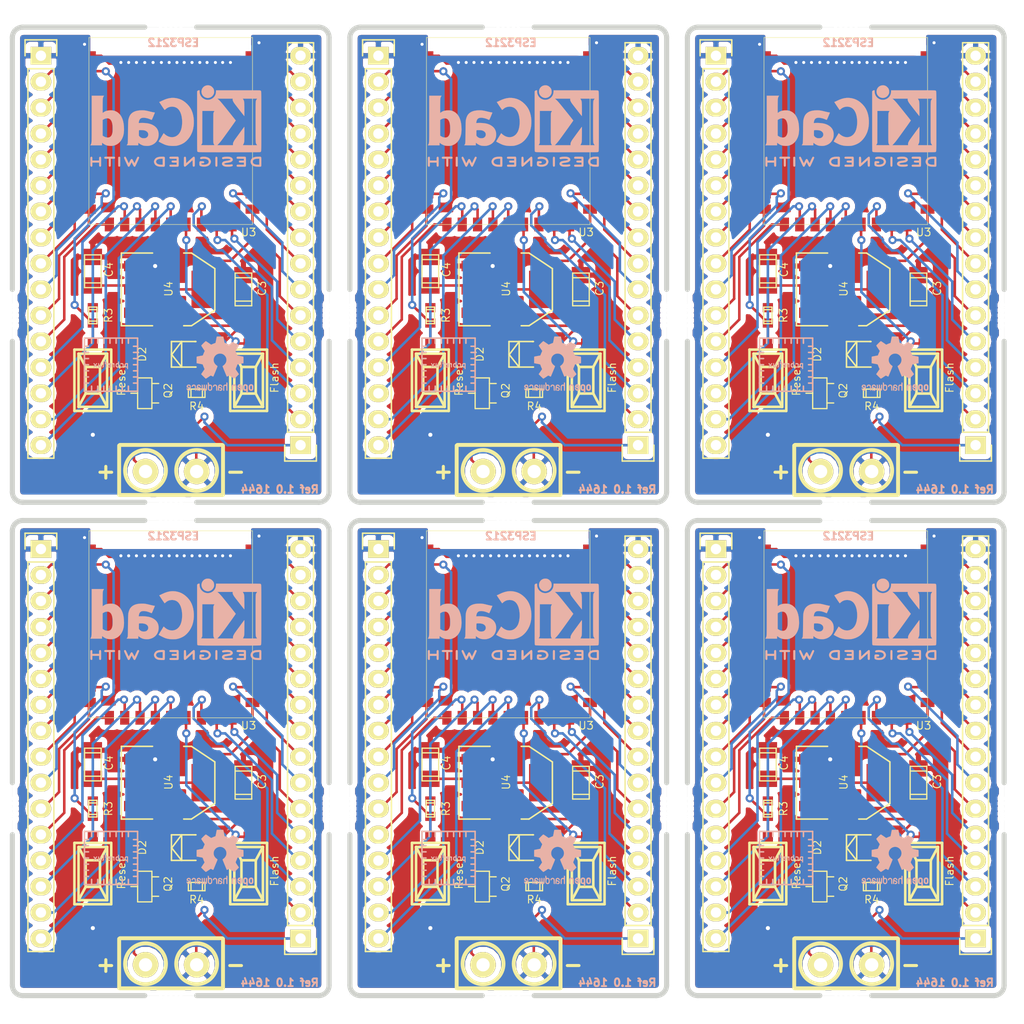
<source format=kicad_pcb>
(kicad_pcb (version 20160815) (host pcbnew no-vcs-found-undefined)
  (layers (0 F.Cu signal) (31 B.Cu signal) (34 B.Paste user) (35 F.Paste user) (36 B.SilkS user) (37 F.SilkS user) (38 B.Mask user) (39 F.Mask user) (44 Edge.Cuts user))
  (net 0 "")
  (net 1 GND)
  (net 2 "Net-(C3-Pad1)")
  (net 3 "Net-(C4-Pad1)")
  (net 4 "Net-(P4-Pad2)")
  (net 5 "Net-(P4-Pad3)")
  (net 6 "Net-(P4-Pad4)")
  (net 7 "Net-(P4-Pad5)")
  (net 8 "Net-(P4-Pad6)")
  (net 9 "Net-(P4-Pad7)")
  (net 10 "Net-(P4-Pad8)")
  (net 11 "Net-(P4-Pad9)")
  (net 12 "Net-(P4-Pad10)")
  (net 13 "Net-(P4-Pad11)")
  (net 14 "Net-(P4-Pad12)")
  (net 15 "Net-(P4-Pad13)")
  (net 16 "Net-(P4-Pad14)")
  (net 17 "Net-(P4-Pad15)")
  (net 18 "Net-(P4-Pad16)")
  (net 19 "Net-(P5-Pad2)")
  (net 20 "Net-(P6-Pad15)")
  (net 21 "Net-(P6-Pad14)")
  (net 22 "Net-(P6-Pad13)")
  (net 23 "Net-(P6-Pad12)")
  (net 24 "Net-(P6-Pad11)")
  (net 25 "Net-(P6-Pad10)")
  (net 26 "Net-(P6-Pad9)")
  (net 27 "Net-(P6-Pad8)")
  (net 28 "Net-(P6-Pad7)")
  (net 29 "Net-(P6-Pad5)")
  (net 30 "Net-(P6-Pad4)")
  (net 31 "Net-(P6-Pad3)")
  (net 32 "Net-(P6-Pad2)")
  (net 33 "Net-(D2-Pad2)")
  (module module:Via-0.6mm (layer F.Cu) (at 111.2774 94.0816)
    (fp_text reference REF** hide)
    (fp_text value Via-0.6mm hide)
    (pad 1 thru_hole circle (at 0 0) (size 0.6 0.6) (drill 0.3) (layers *.Cu) (net 1 GND))
  )
  (module module:Via-0.6mm (layer F.Cu) (at 94.2086 94.234)
    (fp_text reference REF** hide)
    (fp_text value Via-0.6mm hide)
    (pad 1 thru_hole circle (at 0 0) (size 0.6 0.6) (drill 0.3) (layers *.Cu) (net 1 GND))
  )
  (module module:Via-0.6mm (layer F.Cu) (at 108.4834 96.012)
    (fp_text reference REF** hide)
    (fp_text value Via-0.6mm hide)
    (pad 1 thru_hole circle (at 0 0) (size 0.6 0.6) (drill 0.3) (layers *.Cu) (net 1 GND))
  )
  (module module:Via-0.6mm (layer F.Cu) (at 107.7214 96.012)
    (fp_text reference REF** hide)
    (fp_text value Via-0.6mm hide)
    (pad 1 thru_hole circle (at 0 0) (size 0.6 0.6) (drill 0.3) (layers *.Cu) (net 1 GND))
  )
  (module module:Via-0.6mm (layer F.Cu) (at 107.0102 96.012)
    (fp_text reference REF** hide)
    (fp_text value Via-0.6mm hide)
    (pad 1 thru_hole circle (at 0 0) (size 0.6 0.6) (drill 0.3) (layers *.Cu) (net 1 GND))
  )
  (module module:Via-0.6mm (layer F.Cu) (at 106.1974 96.012)
    (fp_text reference REF** hide)
    (fp_text value Via-0.6mm hide)
    (pad 1 thru_hole circle (at 0 0) (size 0.6 0.6) (drill 0.3) (layers *.Cu) (net 1 GND))
  )
  (module module:Via-0.6mm (layer F.Cu) (at 105.4862 96.012)
    (fp_text reference REF** hide)
    (fp_text value Via-0.6mm hide)
    (pad 1 thru_hole circle (at 0 0) (size 0.6 0.6) (drill 0.3) (layers *.Cu) (net 1 GND))
  )
  (module module:Via-0.6mm (layer F.Cu) (at 104.7242 96.012)
    (fp_text reference REF** hide)
    (fp_text value Via-0.6mm hide)
    (pad 1 thru_hole circle (at 0 0) (size 0.6 0.6) (drill 0.3) (layers *.Cu) (net 1 GND))
  )
  (module module:Via-0.6mm (layer F.Cu) (at 103.9622 96.012)
    (fp_text reference REF** hide)
    (fp_text value Via-0.6mm hide)
    (pad 1 thru_hole circle (at 0 0) (size 0.6 0.6) (drill 0.3) (layers *.Cu) (net 1 GND))
  )
  (module module:Via-0.6mm (layer F.Cu) (at 103.251 96.012)
    (fp_text reference REF** hide)
    (fp_text value Via-0.6mm hide)
    (pad 1 thru_hole circle (at 0 0) (size 0.6 0.6) (drill 0.3) (layers *.Cu) (net 1 GND))
  )
  (module module:Via-0.6mm (layer F.Cu) (at 102.489 96.012)
    (fp_text reference REF** hide)
    (fp_text value Via-0.6mm hide)
    (pad 1 thru_hole circle (at 0 0) (size 0.6 0.6) (drill 0.3) (layers *.Cu) (net 1 GND))
  )
  (module module:Via-0.6mm (layer F.Cu) (at 101.727 96.012)
    (fp_text reference REF** hide)
    (fp_text value Via-0.6mm hide)
    (pad 1 thru_hole circle (at 0 0) (size 0.6 0.6) (drill 0.3) (layers *.Cu) (net 1 GND))
  )
  (module module:Via-0.6mm (layer F.Cu) (at 100.9142 96.012)
    (fp_text reference REF** hide)
    (fp_text value Via-0.6mm hide)
    (pad 1 thru_hole circle (at 0 0) (size 0.6 0.6) (drill 0.3) (layers *.Cu) (net 1 GND))
  )
  (module module:Via-0.6mm (layer F.Cu) (at 100.1014 96.012)
    (fp_text reference REF** hide)
    (fp_text value Via-0.6mm hide)
    (pad 1 thru_hole circle (at 0 0) (size 0.6 0.6) (drill 0.3) (layers *.Cu) (net 1 GND))
  )
  (module module:Via-0.6mm (layer F.Cu) (at 99.2886 96.012)
    (fp_text reference REF** hide)
    (fp_text value Via-0.6mm hide)
    (pad 1 thru_hole circle (at 0 0) (size 0.6 0.6) (drill 0.3) (layers *.Cu) (net 1 GND))
  )
  (module module:Via-0.6mm (layer F.Cu) (at 98.5266 96.012)
    (fp_text reference REF** hide)
    (fp_text value Via-0.6mm hide)
    (pad 1 thru_hole circle (at 0 0) (size 0.6 0.6) (drill 0.3) (layers *.Cu) (net 1 GND))
  )
  (module module:Via-0.6mm (layer F.Cu) (at 97.7646 96.012)
    (fp_text reference REF** hide)
    (fp_text value Via-0.6mm hide)
    (pad 1 thru_hole circle (at 0 0) (size 0.6 0.6) (drill 0.3) (layers *.Cu) (net 1 GND))
  )
  (module module:micro_bite (layer F.Cu) (at 102.6494 139.0396)
    (fp_text reference REF** hide)
    (fp_text value micro_bite hide)
    (pad "" np_thru_hole circle (at 0 0) (size 0.3 0.3) (drill 0.3) (layers *.Cu))
    (pad "" np_thru_hole circle (at -0.5 0) (size 0.3 0.3) (drill 0.3) (layers *.Cu))
    (pad "" np_thru_hole circle (at -1 0) (size 0.3 0.3) (drill 0.3) (layers *.Cu))
    (pad "" np_thru_hole circle (at 0.5 0) (size 0.3 0.3) (drill 0.3) (layers *.Cu))
    (pad "" np_thru_hole circle (at 1 0) (size 0.3 0.3) (drill 0.3) (layers *.Cu))
  )
  (module module:micro_bite (layer F.Cu) (at 102.6414 92.5576)
    (fp_text reference REF** hide)
    (fp_text value micro_bite hide)
    (pad "" np_thru_hole circle (at 0 0) (size 0.3 0.3) (drill 0.3) (layers *.Cu))
    (pad "" np_thru_hole circle (at -0.5 0) (size 0.3 0.3) (drill 0.3) (layers *.Cu))
    (pad "" np_thru_hole circle (at -1 0) (size 0.3 0.3) (drill 0.3) (layers *.Cu))
    (pad "" np_thru_hole circle (at 0.5 0) (size 0.3 0.3) (drill 0.3) (layers *.Cu))
    (pad "" np_thru_hole circle (at 1 0) (size 0.3 0.3) (drill 0.3) (layers *.Cu))
  )
  (module module:micro_bite (layer F.Cu) (at 118.1354 120.7516 90)
    (fp_text reference REF** hide)
    (fp_text value micro_bite hide)
    (pad "" np_thru_hole circle (at 0 0 90) (size 0.3 0.3) (drill 0.3) (layers *.Cu))
    (pad "" np_thru_hole circle (at -0.5 0 90) (size 0.3 0.3) (drill 0.3) (layers *.Cu))
    (pad "" np_thru_hole circle (at -1 0 90) (size 0.3 0.3) (drill 0.3) (layers *.Cu))
    (pad "" np_thru_hole circle (at 0.5 0 90) (size 0.3 0.3) (drill 0.3) (layers *.Cu))
    (pad "" np_thru_hole circle (at 1 0 90) (size 0.3 0.3) (drill 0.3) (layers *.Cu))
  )
  (module module:micro_bite (layer F.Cu) (at 87.1474 120.7516 90)
    (fp_text reference REF** hide)
    (fp_text value micro_bite hide)
    (pad "" np_thru_hole circle (at 0 0 90) (size 0.3 0.3) (drill 0.3) (layers *.Cu))
    (pad "" np_thru_hole circle (at -0.5 0 90) (size 0.3 0.3) (drill 0.3) (layers *.Cu))
    (pad "" np_thru_hole circle (at -1 0 90) (size 0.3 0.3) (drill 0.3) (layers *.Cu))
    (pad "" np_thru_hole circle (at 0.5 0 90) (size 0.3 0.3) (drill 0.3) (layers *.Cu))
    (pad "" np_thru_hole circle (at 1 0 90) (size 0.3 0.3) (drill 0.3) (layers *.Cu))
  )
  (module Pin_Headers:Pin_Header_Straight_1x16 (layer F.Cu) (at 89.9414 95.3516)
    (fp_text reference P4 hide)
    (fp_text value CONN_01X16 hide)
    (pad 1 thru_hole rect (at 0 0) (size 2.032 1.7272) (drill 1.016) (layers *.Cu *.Mask F.SilkS) (net 1 GND))
    (pad 2 thru_hole oval (at 0 2.54) (size 2.032 1.7272) (drill 1.016) (layers *.Cu *.Mask F.SilkS) (net 4 "Net-(P4-Pad2)"))
    (pad 3 thru_hole oval (at 0 5.08) (size 2.032 1.7272) (drill 1.016) (layers *.Cu *.Mask F.SilkS) (net 5 "Net-(P4-Pad3)"))
    (pad 4 thru_hole oval (at 0 7.62) (size 2.032 1.7272) (drill 1.016) (layers *.Cu *.Mask F.SilkS) (net 6 "Net-(P4-Pad4)"))
    (pad 5 thru_hole oval (at 0 10.16) (size 2.032 1.7272) (drill 1.016) (layers *.Cu *.Mask F.SilkS) (net 7 "Net-(P4-Pad5)"))
    (pad 6 thru_hole oval (at 0 12.7) (size 2.032 1.7272) (drill 1.016) (layers *.Cu *.Mask F.SilkS) (net 8 "Net-(P4-Pad6)"))
    (pad 7 thru_hole oval (at 0 15.24) (size 2.032 1.7272) (drill 1.016) (layers *.Cu *.Mask F.SilkS) (net 9 "Net-(P4-Pad7)"))
    (pad 8 thru_hole oval (at 0 17.78) (size 2.032 1.7272) (drill 1.016) (layers *.Cu *.Mask F.SilkS) (net 10 "Net-(P4-Pad8)"))
    (pad 9 thru_hole oval (at 0 20.32) (size 2.032 1.7272) (drill 1.016) (layers *.Cu *.Mask F.SilkS) (net 11 "Net-(P4-Pad9)"))
    (pad 10 thru_hole oval (at 0 22.86) (size 2.032 1.7272) (drill 1.016) (layers *.Cu *.Mask F.SilkS) (net 12 "Net-(P4-Pad10)"))
    (pad 11 thru_hole oval (at 0 25.4) (size 2.032 1.7272) (drill 1.016) (layers *.Cu *.Mask F.SilkS) (net 13 "Net-(P4-Pad11)"))
    (pad 12 thru_hole oval (at 0 27.94) (size 2.032 1.7272) (drill 1.016) (layers *.Cu *.Mask F.SilkS) (net 14 "Net-(P4-Pad12)"))
    (pad 13 thru_hole oval (at 0 30.48) (size 2.032 1.7272) (drill 1.016) (layers *.Cu *.Mask F.SilkS) (net 15 "Net-(P4-Pad13)"))
    (pad 14 thru_hole oval (at 0 33.02) (size 2.032 1.7272) (drill 1.016) (layers *.Cu *.Mask F.SilkS) (net 16 "Net-(P4-Pad14)"))
    (pad 15 thru_hole oval (at 0 35.56) (size 2.032 1.7272) (drill 1.016) (layers *.Cu *.Mask F.SilkS) (net 17 "Net-(P4-Pad15)"))
    (pad 16 thru_hole oval (at 0 38.1) (size 2.032 1.7272) (drill 1.016) (layers *.Cu *.Mask F.SilkS) (net 18 "Net-(P4-Pad16)"))
  )
  (module Pin_Headers:Pin_Header_Straight_1x16 (layer F.Cu) (at 115.3414 133.4516 180)
    (fp_text reference P6 hide)
    (fp_text value CONN_01X16 hide)
    (pad 16 thru_hole oval (at 0 38.1 180) (size 2.032 1.7272) (drill 1.016) (layers *.Cu *.Mask F.SilkS) (net 1 GND))
    (pad 15 thru_hole oval (at 0 35.56 180) (size 2.032 1.7272) (drill 1.016) (layers *.Cu *.Mask F.SilkS) (net 20 "Net-(P6-Pad15)"))
    (pad 14 thru_hole oval (at 0 33.02 180) (size 2.032 1.7272) (drill 1.016) (layers *.Cu *.Mask F.SilkS) (net 21 "Net-(P6-Pad14)"))
    (pad 13 thru_hole oval (at 0 30.48 180) (size 2.032 1.7272) (drill 1.016) (layers *.Cu *.Mask F.SilkS) (net 22 "Net-(P6-Pad13)"))
    (pad 12 thru_hole oval (at 0 27.94 180) (size 2.032 1.7272) (drill 1.016) (layers *.Cu *.Mask F.SilkS) (net 23 "Net-(P6-Pad12)"))
    (pad 11 thru_hole oval (at 0 25.4 180) (size 2.032 1.7272) (drill 1.016) (layers *.Cu *.Mask F.SilkS) (net 24 "Net-(P6-Pad11)"))
    (pad 10 thru_hole oval (at 0 22.86 180) (size 2.032 1.7272) (drill 1.016) (layers *.Cu *.Mask F.SilkS) (net 25 "Net-(P6-Pad10)"))
    (pad 9 thru_hole oval (at 0 20.32 180) (size 2.032 1.7272) (drill 1.016) (layers *.Cu *.Mask F.SilkS) (net 26 "Net-(P6-Pad9)"))
    (pad 8 thru_hole oval (at 0 17.78 180) (size 2.032 1.7272) (drill 1.016) (layers *.Cu *.Mask F.SilkS) (net 27 "Net-(P6-Pad8)"))
    (pad 7 thru_hole oval (at 0 15.24 180) (size 2.032 1.7272) (drill 1.016) (layers *.Cu *.Mask F.SilkS) (net 28 "Net-(P6-Pad7)"))
    (pad 6 thru_hole oval (at 0 12.7 180) (size 2.032 1.7272) (drill 1.016) (layers *.Cu *.Mask F.SilkS) (net 3 "Net-(C4-Pad1)"))
    (pad 5 thru_hole oval (at 0 10.16 180) (size 2.032 1.7272) (drill 1.016) (layers *.Cu *.Mask F.SilkS) (net 29 "Net-(P6-Pad5)"))
    (pad 4 thru_hole oval (at 0 7.62 180) (size 2.032 1.7272) (drill 1.016) (layers *.Cu *.Mask F.SilkS) (net 30 "Net-(P6-Pad4)"))
    (pad 3 thru_hole oval (at 0 5.08 180) (size 2.032 1.7272) (drill 1.016) (layers *.Cu *.Mask F.SilkS) (net 31 "Net-(P6-Pad3)"))
    (pad 2 thru_hole oval (at 0 2.54 180) (size 2.032 1.7272) (drill 1.016) (layers *.Cu *.Mask F.SilkS) (net 32 "Net-(P6-Pad2)"))
    (pad 1 thru_hole rect (at 0 0 180) (size 2.032 1.7272) (drill 1.016) (layers *.Cu *.Mask F.SilkS) (net 19 "Net-(P5-Pad2)"))
  )
  (module w_smd_trans:sot23 (layer F.Cu) (at 100.1014 128.3716 90)
    (fp_text reference Q2 (at 0.254 2.286 90) (layer F.SilkS) (effects (font (size 0.75 0.75) (thickness 0.1))))
    (fp_text value AO3401 hide)
    (pad 1 smd rect (at -0.9525 1.05664 90) (size 0.59944 1.00076) (layers F.Cu F.Paste F.Mask) (net 33 "Net-(D2-Pad2)"))
    (pad 2 smd rect (at 0 -1.05664 90) (size 0.59944 1.00076) (layers F.Cu F.Paste F.Mask) (net 19 "Net-(P5-Pad2)"))
    (pad 3 smd rect (at 0.9525 1.05664 90) (size 0.59944 1.00076) (layers F.Cu F.Paste F.Mask) (net 2 "Net-(C3-Pad1)"))
  )
  (module w_smd_resistors:r_0603 (layer F.Cu) (at 95.0214 120.7516 90)
    (fp_text reference R3 (at 0 1.524 90) (layer F.SilkS) (effects (font (size 0.75 0.75) (thickness 0.1))))
    (fp_text value R hide)
    (pad 2 smd rect (at -0.75184 0 90) (size 0.89916 1.00076) (layers F.Cu F.Paste F.Mask) (net 4 "Net-(P4-Pad2)"))
    (pad 1 smd rect (at 0.75184 0 90) (size 0.89916 1.00076) (layers F.Cu F.Paste F.Mask) (net 3 "Net-(C4-Pad1)"))
  )
  (module w_smd_resistors:r_0603 (layer F.Cu) (at 105.1814 128.3716)
    (fp_text reference R4 (at 0 1.27) (layer F.SilkS) (effects (font (size 0.75 0.75) (thickness 0.1))))
    (fp_text value 100k hide)
    (pad 1 smd rect (at 0.75184 0) (size 0.89916 1.00076) (layers F.Cu F.Paste F.Mask) (net 1 GND))
    (pad 2 smd rect (at -0.75184 0) (size 0.89916 1.00076) (layers F.Cu F.Paste F.Mask) (net 33 "Net-(D2-Pad2)"))
  )
  (module w_switch:smd_push (layer F.Cu) (at 95.0214 127.1016 90)
    (fp_text reference SW3 hide)
    (fp_text value SW_PUSH hide)
    (pad 1 smd rect (at -3.59918 0 90) (size 1.00076 1.00076) (layers F.Cu F.Paste F.Mask) (net 1 GND))
    (pad 2 smd rect (at 3.59918 0 90) (size 1.00076 1.00076) (layers F.Cu F.Paste F.Mask) (net 4 "Net-(P4-Pad2)"))
  )
  (module w_switch:smd_push (layer F.Cu) (at 110.2614 127.1016 270)
    (fp_text reference SW4 hide)
    (fp_text value SW_PUSH hide)
    (pad 2 smd rect (at 3.59918 0 270) (size 1.00076 1.00076) (layers F.Cu F.Paste F.Mask) (net 1 GND))
    (pad 1 smd rect (at -3.59918 0 270) (size 1.00076 1.00076) (layers F.Cu F.Paste F.Mask) (net 32 "Net-(P6-Pad2)"))
  )
  (module TO_SOT_Packages_SMD:SOT-223 (layer F.Cu) (at 102.3874 118.2116 270)
    (fp_text reference U4 (at -0.0508 -0.0508 270) (layer F.SilkS) (effects (font (size 0.75 0.75) (thickness 0.1))))
    (fp_text value AP1117 hide)
    (pad 1 smd rect (at -2.286 3.302 270) (size 1.016 2.032) (layers F.Cu F.Paste F.Mask) (net 1 GND))
    (pad 3 smd rect (at 2.286 3.302 270) (size 1.016 2.032) (layers F.Cu F.Paste F.Mask) (net 2 "Net-(C3-Pad1)"))
    (pad 2 smd rect (at 0 3.302 270) (size 1.016 2.032) (layers F.Cu F.Paste F.Mask) (net 3 "Net-(C4-Pad1)"))
    (pad 4 smd rect (at 0 -3.302 270) (size 3.6576 2.032) (layers F.Cu F.Paste F.Mask) (net 3 "Net-(C4-Pad1)"))
  )
  (module Diodes_SMD:MELF_Standard (layer F.Cu) (at 103.9114 124.5616)
    (fp_text reference D2 (at -4.064 0 90) (layer F.SilkS) (effects (font (size 0.75 0.75) (thickness 0.1))))
    (fp_text value 10V hide)
    (pad 1 smd rect (at -2.4003 0) (size 1.50114 2.70002) (layers F.Cu F.Paste F.Mask) (net 2 "Net-(C3-Pad1)"))
    (pad 2 smd rect (at 2.4003 0) (size 1.50114 2.70002) (layers F.Cu F.Paste F.Mask) (net 33 "Net-(D2-Pad2)"))
  )
  (module module:pcbreflux_logo (layer B.Cu) (at 96.7994 125.5776)
    (fp_text reference REF** hide)
    (fp_text value pcbreflux_logo hide)
    (fp_text user pcbreflux (at 0 0) (layer B.SilkS) (effects (font (size 0.5 0.5) (thickness 0.1)) (justify mirror)))
  )
  (module Symbols:KiCad-Logo2_8mm_SilkScreen (layer B.Cu) (at 103.1494 102.2096 180)
    (fp_text reference REF*** hide)
    (fp_text value KiCad-Logo2_8mm_SilkScreen hide)
  )
  (module Symbols:OSHW-Logo2_7.3x6mm_SilkScreen (layer B.Cu) (at 107.4674 125.5776 180)
    (fp_text reference REF*** hide)
    (fp_text value OSHW-Logo2_7.3x6mm_SilkScreen hide)
  )
  (module w_smd_cap:c_1206 (layer F.Cu) (at 109.7534 118.2116 270)
    (fp_text reference C3 (at -0.1016 -1.8288 270) (layer F.SilkS) (effects (font (size 0.75 0.75) (thickness 0.1))))
    (fp_text value 100nF hide)
    (pad 2 smd rect (at -1.397 0 270) (size 1.6002 1.8034) (layers F.Cu F.Paste F.Mask) (net 1 GND))
    (pad 1 smd rect (at 1.397 0 270) (size 1.6002 1.8034) (layers F.Cu F.Paste F.Mask) (net 2 "Net-(C3-Pad1)"))
  )
  (module w_smd_cap:c_1206 (layer F.Cu) (at 95.0214 116.4336 270)
    (fp_text reference C4 (at -0.1524 -1.5748 270) (layer F.SilkS) (effects (font (size 0.75 0.75) (thickness 0.1))))
    (fp_text value 100nF hide)
    (pad 1 smd rect (at 1.397 0 270) (size 1.6002 1.8034) (layers F.Cu F.Paste F.Mask) (net 3 "Net-(C4-Pad1)"))
    (pad 2 smd rect (at -1.397 0 270) (size 1.6002 1.8034) (layers F.Cu F.Paste F.Mask) (net 1 GND))
  )
  (module module:ESP3212-short (layer F.Cu) (at 94.6404 111.8616)
    (fp_text reference U3 (at 15.621 0.762) (layer F.SilkS) (effects (font (size 0.75 0.75) (thickness 0.1))))
    (fp_text value ESP3212 hide)
    (pad 12 smd rect (at 2 0) (size 0.9 1.35) (layers F.Cu F.Paste F.Mask) (net 14 "Net-(P4-Pad12)"))
    (pad 13 smd rect (at 3.5 0) (size 0.9 1.35) (layers F.Cu F.Paste F.Mask) (net 15 "Net-(P4-Pad13)"))
    (pad 14 smd rect (at 5 0) (size 0.9 1.35) (layers F.Cu F.Paste F.Mask) (net 16 "Net-(P4-Pad14)"))
    (pad 15 smd rect (at 6.5 0) (size 0.9 1.35) (layers F.Cu F.Paste F.Mask) (net 17 "Net-(P4-Pad15)"))
    (pad 16 smd rect (at 8 0) (size 0.9 1.35) (layers F.Cu F.Paste F.Mask) (net 18 "Net-(P4-Pad16)"))
    (pad 17 smd rect (at 9.5 0) (size 0.9 1.35) (layers F.Cu F.Paste F.Mask) (net 32 "Net-(P6-Pad2)"))
    (pad 18 smd rect (at 11 0) (size 0.9 1.35) (layers F.Cu F.Paste F.Mask) (net 31 "Net-(P6-Pad3)"))
    (pad 19 smd rect (at 12.5 0) (size 0.9 1.35) (layers F.Cu F.Paste F.Mask) (net 30 "Net-(P6-Pad4)"))
    (pad 20 smd rect (at 14 0) (size 0.9 1.35) (layers F.Cu F.Paste F.Mask) (net 29 "Net-(P6-Pad5)"))
    (pad 11 smd rect (at 0 -1.5) (size 1.35 0.9) (layers F.Cu F.Paste F.Mask) (net 13 "Net-(P4-Pad11)"))
    (pad 10 smd rect (at 0 -3) (size 1.35 0.9) (layers F.Cu F.Paste F.Mask) (net 12 "Net-(P4-Pad10)"))
    (pad 9 smd rect (at 0 -4.5) (size 1.35 0.9) (layers F.Cu F.Paste F.Mask) (net 11 "Net-(P4-Pad9)"))
    (pad 8 smd rect (at 0 -6) (size 1.35 0.9) (layers F.Cu F.Paste F.Mask) (net 10 "Net-(P4-Pad8)"))
    (pad 7 smd rect (at 0 -7.5) (size 1.35 0.9) (layers F.Cu F.Paste F.Mask) (net 9 "Net-(P4-Pad7)"))
    (pad 6 smd rect (at 0 -9) (size 1.35 0.9) (layers F.Cu F.Paste F.Mask) (net 8 "Net-(P4-Pad6)"))
    (pad 5 smd rect (at 0 -10.5) (size 1.35 0.9) (layers F.Cu F.Paste F.Mask) (net 7 "Net-(P4-Pad5)"))
    (pad 4 smd rect (at 0 -12) (size 1.35 0.9) (layers F.Cu F.Paste F.Mask) (net 6 "Net-(P4-Pad4)"))
    (pad 3 smd rect (at 0 -13.5) (size 1.35 0.9) (layers F.Cu F.Paste F.Mask) (net 5 "Net-(P4-Pad3)"))
    (pad 2 smd rect (at 0 -15) (size 1.35 0.9) (layers F.Cu F.Paste F.Mask) (net 4 "Net-(P4-Pad2)"))
    (pad 1 smd rect (at 0 -16.5) (size 1.35 0.9) (layers F.Cu F.Paste F.Mask) (net 1 GND))
    (pad 31 smd rect (at 16 -16.5) (size 1.35 0.9) (layers F.Cu F.Paste F.Mask) (net 1 GND))
    (pad 30 smd rect (at 16 -15) (size 1.35 0.9) (layers F.Cu F.Paste F.Mask) (net 20 "Net-(P6-Pad15)"))
    (pad 29 smd rect (at 16 -13.5) (size 1.35 0.9) (layers F.Cu F.Paste F.Mask) (net 21 "Net-(P6-Pad14)"))
    (pad 28 smd rect (at 16 -12) (size 1.35 0.9) (layers F.Cu F.Paste F.Mask) (net 22 "Net-(P6-Pad13)"))
    (pad 27 smd rect (at 16 -10.5) (size 1.35 0.9) (layers F.Cu F.Paste F.Mask) (net 23 "Net-(P6-Pad12)"))
    (pad 26 smd rect (at 16 -9) (size 1.35 0.9) (layers F.Cu F.Paste F.Mask) (net 24 "Net-(P6-Pad11)"))
    (pad 25 smd rect (at 16 -7.5) (size 1.35 0.9) (layers F.Cu F.Paste F.Mask) (net 25 "Net-(P6-Pad10)"))
    (pad 24 smd rect (at 16 -6) (size 1.35 0.9) (layers F.Cu F.Paste F.Mask) (net 26 "Net-(P6-Pad9)"))
    (pad 23 smd rect (at 16 -4.5) (size 1.35 0.9) (layers F.Cu F.Paste F.Mask) (net 27 "Net-(P6-Pad8)"))
    (pad 22 smd rect (at 16 -3) (size 1.35 0.9) (layers F.Cu F.Paste F.Mask) (net 28 "Net-(P6-Pad7)"))
    (pad 21 smd rect (at 16 -1.5) (size 1.35 0.9) (layers F.Cu F.Paste F.Mask) (net 3 "Net-(C4-Pad1)"))
  )
  (module module:mkds_1,5-2 (layer F.Cu) (at 102.677 136.025 180)
    (fp_text reference P5 hide)
    (fp_text value CONN_01X02 hide)
    (pad 2 thru_hole circle (at 2.5 0 180) (size 2.5 2.5) (drill 1.3) (layers *.Cu *.Mask F.SilkS) (net 19 "Net-(P5-Pad2)"))
    (pad 1 thru_hole circle (at -2.5 0 180) (size 2.5 2.5) (drill 1.3) (layers *.Cu *.Mask F.SilkS) (net 1 GND))
  )
  (module module:mkds_1,5-2 (layer F.Cu) (at 69.657 136.025 180)
    (fp_text reference P5 hide)
    (fp_text value CONN_01X02 hide)
    (pad 1 thru_hole circle (at -2.5 0 180) (size 2.5 2.5) (drill 1.3) (layers *.Cu *.Mask F.SilkS) (net 1 GND))
    (pad 2 thru_hole circle (at 2.5 0 180) (size 2.5 2.5) (drill 1.3) (layers *.Cu *.Mask F.SilkS) (net 19 "Net-(P5-Pad2)"))
  )
  (module module:ESP3212-short (layer F.Cu) (at 61.6204 111.8616)
    (fp_text reference U3 (at 15.621 0.762) (layer F.SilkS) (effects (font (size 0.75 0.75) (thickness 0.1))))
    (fp_text value ESP3212 hide)
    (pad 21 smd rect (at 16 -1.5) (size 1.35 0.9) (layers F.Cu F.Paste F.Mask) (net 3 "Net-(C4-Pad1)"))
    (pad 22 smd rect (at 16 -3) (size 1.35 0.9) (layers F.Cu F.Paste F.Mask) (net 28 "Net-(P6-Pad7)"))
    (pad 23 smd rect (at 16 -4.5) (size 1.35 0.9) (layers F.Cu F.Paste F.Mask) (net 27 "Net-(P6-Pad8)"))
    (pad 24 smd rect (at 16 -6) (size 1.35 0.9) (layers F.Cu F.Paste F.Mask) (net 26 "Net-(P6-Pad9)"))
    (pad 25 smd rect (at 16 -7.5) (size 1.35 0.9) (layers F.Cu F.Paste F.Mask) (net 25 "Net-(P6-Pad10)"))
    (pad 26 smd rect (at 16 -9) (size 1.35 0.9) (layers F.Cu F.Paste F.Mask) (net 24 "Net-(P6-Pad11)"))
    (pad 27 smd rect (at 16 -10.5) (size 1.35 0.9) (layers F.Cu F.Paste F.Mask) (net 23 "Net-(P6-Pad12)"))
    (pad 28 smd rect (at 16 -12) (size 1.35 0.9) (layers F.Cu F.Paste F.Mask) (net 22 "Net-(P6-Pad13)"))
    (pad 29 smd rect (at 16 -13.5) (size 1.35 0.9) (layers F.Cu F.Paste F.Mask) (net 21 "Net-(P6-Pad14)"))
    (pad 30 smd rect (at 16 -15) (size 1.35 0.9) (layers F.Cu F.Paste F.Mask) (net 20 "Net-(P6-Pad15)"))
    (pad 31 smd rect (at 16 -16.5) (size 1.35 0.9) (layers F.Cu F.Paste F.Mask) (net 1 GND))
    (pad 1 smd rect (at 0 -16.5) (size 1.35 0.9) (layers F.Cu F.Paste F.Mask) (net 1 GND))
    (pad 2 smd rect (at 0 -15) (size 1.35 0.9) (layers F.Cu F.Paste F.Mask) (net 4 "Net-(P4-Pad2)"))
    (pad 3 smd rect (at 0 -13.5) (size 1.35 0.9) (layers F.Cu F.Paste F.Mask) (net 5 "Net-(P4-Pad3)"))
    (pad 4 smd rect (at 0 -12) (size 1.35 0.9) (layers F.Cu F.Paste F.Mask) (net 6 "Net-(P4-Pad4)"))
    (pad 5 smd rect (at 0 -10.5) (size 1.35 0.9) (layers F.Cu F.Paste F.Mask) (net 7 "Net-(P4-Pad5)"))
    (pad 6 smd rect (at 0 -9) (size 1.35 0.9) (layers F.Cu F.Paste F.Mask) (net 8 "Net-(P4-Pad6)"))
    (pad 7 smd rect (at 0 -7.5) (size 1.35 0.9) (layers F.Cu F.Paste F.Mask) (net 9 "Net-(P4-Pad7)"))
    (pad 8 smd rect (at 0 -6) (size 1.35 0.9) (layers F.Cu F.Paste F.Mask) (net 10 "Net-(P4-Pad8)"))
    (pad 9 smd rect (at 0 -4.5) (size 1.35 0.9) (layers F.Cu F.Paste F.Mask) (net 11 "Net-(P4-Pad9)"))
    (pad 10 smd rect (at 0 -3) (size 1.35 0.9) (layers F.Cu F.Paste F.Mask) (net 12 "Net-(P4-Pad10)"))
    (pad 11 smd rect (at 0 -1.5) (size 1.35 0.9) (layers F.Cu F.Paste F.Mask) (net 13 "Net-(P4-Pad11)"))
    (pad 20 smd rect (at 14 0) (size 0.9 1.35) (layers F.Cu F.Paste F.Mask) (net 29 "Net-(P6-Pad5)"))
    (pad 19 smd rect (at 12.5 0) (size 0.9 1.35) (layers F.Cu F.Paste F.Mask) (net 30 "Net-(P6-Pad4)"))
    (pad 18 smd rect (at 11 0) (size 0.9 1.35) (layers F.Cu F.Paste F.Mask) (net 31 "Net-(P6-Pad3)"))
    (pad 17 smd rect (at 9.5 0) (size 0.9 1.35) (layers F.Cu F.Paste F.Mask) (net 32 "Net-(P6-Pad2)"))
    (pad 16 smd rect (at 8 0) (size 0.9 1.35) (layers F.Cu F.Paste F.Mask) (net 18 "Net-(P4-Pad16)"))
    (pad 15 smd rect (at 6.5 0) (size 0.9 1.35) (layers F.Cu F.Paste F.Mask) (net 17 "Net-(P4-Pad15)"))
    (pad 14 smd rect (at 5 0) (size 0.9 1.35) (layers F.Cu F.Paste F.Mask) (net 16 "Net-(P4-Pad14)"))
    (pad 13 smd rect (at 3.5 0) (size 0.9 1.35) (layers F.Cu F.Paste F.Mask) (net 15 "Net-(P4-Pad13)"))
    (pad 12 smd rect (at 2 0) (size 0.9 1.35) (layers F.Cu F.Paste F.Mask) (net 14 "Net-(P4-Pad12)"))
  )
  (module w_smd_cap:c_1206 (layer F.Cu) (at 62.0014 116.4336 270)
    (fp_text reference C4 (at -0.1524 -1.5748 270) (layer F.SilkS) (effects (font (size 0.75 0.75) (thickness 0.1))))
    (fp_text value 100nF hide)
    (pad 2 smd rect (at -1.397 0 270) (size 1.6002 1.8034) (layers F.Cu F.Paste F.Mask) (net 1 GND))
    (pad 1 smd rect (at 1.397 0 270) (size 1.6002 1.8034) (layers F.Cu F.Paste F.Mask) (net 3 "Net-(C4-Pad1)"))
  )
  (module w_smd_cap:c_1206 (layer F.Cu) (at 76.7334 118.2116 270)
    (fp_text reference C3 (at -0.1016 -1.8288 270) (layer F.SilkS) (effects (font (size 0.75 0.75) (thickness 0.1))))
    (fp_text value 100nF hide)
    (pad 1 smd rect (at 1.397 0 270) (size 1.6002 1.8034) (layers F.Cu F.Paste F.Mask) (net 2 "Net-(C3-Pad1)"))
    (pad 2 smd rect (at -1.397 0 270) (size 1.6002 1.8034) (layers F.Cu F.Paste F.Mask) (net 1 GND))
  )
  (module Symbols:OSHW-Logo2_7.3x6mm_SilkScreen (layer B.Cu) (at 74.4474 125.5776 180)
    (fp_text reference REF*** hide)
    (fp_text value OSHW-Logo2_7.3x6mm_SilkScreen hide)
  )
  (module Symbols:KiCad-Logo2_8mm_SilkScreen (layer B.Cu) (at 70.1294 102.2096 180)
    (fp_text reference REF*** hide)
    (fp_text value KiCad-Logo2_8mm_SilkScreen hide)
  )
  (module module:pcbreflux_logo (layer B.Cu) (at 63.7794 125.5776)
    (fp_text reference REF** hide)
    (fp_text value pcbreflux_logo hide)
    (fp_text user pcbreflux (at 0 0) (layer B.SilkS) (effects (font (size 0.5 0.5) (thickness 0.1)) (justify mirror)))
  )
  (module Diodes_SMD:MELF_Standard (layer F.Cu) (at 70.8914 124.5616)
    (fp_text reference D2 (at -4.064 0 90) (layer F.SilkS) (effects (font (size 0.75 0.75) (thickness 0.1))))
    (fp_text value 10V hide)
    (pad 2 smd rect (at 2.4003 0) (size 1.50114 2.70002) (layers F.Cu F.Paste F.Mask) (net 33 "Net-(D2-Pad2)"))
    (pad 1 smd rect (at -2.4003 0) (size 1.50114 2.70002) (layers F.Cu F.Paste F.Mask) (net 2 "Net-(C3-Pad1)"))
  )
  (module TO_SOT_Packages_SMD:SOT-223 (layer F.Cu) (at 69.3674 118.2116 270)
    (fp_text reference U4 (at -0.0508 -0.0508 270) (layer F.SilkS) (effects (font (size 0.75 0.75) (thickness 0.1))))
    (fp_text value AP1117 hide)
    (pad 4 smd rect (at 0 -3.302 270) (size 3.6576 2.032) (layers F.Cu F.Paste F.Mask) (net 3 "Net-(C4-Pad1)"))
    (pad 2 smd rect (at 0 3.302 270) (size 1.016 2.032) (layers F.Cu F.Paste F.Mask) (net 3 "Net-(C4-Pad1)"))
    (pad 3 smd rect (at 2.286 3.302 270) (size 1.016 2.032) (layers F.Cu F.Paste F.Mask) (net 2 "Net-(C3-Pad1)"))
    (pad 1 smd rect (at -2.286 3.302 270) (size 1.016 2.032) (layers F.Cu F.Paste F.Mask) (net 1 GND))
  )
  (module w_switch:smd_push (layer F.Cu) (at 77.2414 127.1016 270)
    (fp_text reference SW4 hide)
    (fp_text value SW_PUSH hide)
    (pad 1 smd rect (at -3.59918 0 270) (size 1.00076 1.00076) (layers F.Cu F.Paste F.Mask) (net 32 "Net-(P6-Pad2)"))
    (pad 2 smd rect (at 3.59918 0 270) (size 1.00076 1.00076) (layers F.Cu F.Paste F.Mask) (net 1 GND))
  )
  (module w_switch:smd_push (layer F.Cu) (at 62.0014 127.1016 90)
    (fp_text reference SW3 hide)
    (fp_text value SW_PUSH hide)
    (pad 2 smd rect (at 3.59918 0 90) (size 1.00076 1.00076) (layers F.Cu F.Paste F.Mask) (net 4 "Net-(P4-Pad2)"))
    (pad 1 smd rect (at -3.59918 0 90) (size 1.00076 1.00076) (layers F.Cu F.Paste F.Mask) (net 1 GND))
  )
  (module w_smd_resistors:r_0603 (layer F.Cu) (at 72.1614 128.3716)
    (fp_text reference R4 (at 0 1.27) (layer F.SilkS) (effects (font (size 0.75 0.75) (thickness 0.1))))
    (fp_text value 100k hide)
    (pad 2 smd rect (at -0.75184 0) (size 0.89916 1.00076) (layers F.Cu F.Paste F.Mask) (net 33 "Net-(D2-Pad2)"))
    (pad 1 smd rect (at 0.75184 0) (size 0.89916 1.00076) (layers F.Cu F.Paste F.Mask) (net 1 GND))
  )
  (module w_smd_resistors:r_0603 (layer F.Cu) (at 62.0014 120.7516 90)
    (fp_text reference R3 (at 0 1.524 90) (layer F.SilkS) (effects (font (size 0.75 0.75) (thickness 0.1))))
    (fp_text value R hide)
    (pad 1 smd rect (at 0.75184 0 90) (size 0.89916 1.00076) (layers F.Cu F.Paste F.Mask) (net 3 "Net-(C4-Pad1)"))
    (pad 2 smd rect (at -0.75184 0 90) (size 0.89916 1.00076) (layers F.Cu F.Paste F.Mask) (net 4 "Net-(P4-Pad2)"))
  )
  (module w_smd_trans:sot23 (layer F.Cu) (at 67.0814 128.3716 90)
    (fp_text reference Q2 (at 0.254 2.286 90) (layer F.SilkS) (effects (font (size 0.75 0.75) (thickness 0.1))))
    (fp_text value AO3401 hide)
    (pad 3 smd rect (at 0.9525 1.05664 90) (size 0.59944 1.00076) (layers F.Cu F.Paste F.Mask) (net 2 "Net-(C3-Pad1)"))
    (pad 2 smd rect (at 0 -1.05664 90) (size 0.59944 1.00076) (layers F.Cu F.Paste F.Mask) (net 19 "Net-(P5-Pad2)"))
    (pad 1 smd rect (at -0.9525 1.05664 90) (size 0.59944 1.00076) (layers F.Cu F.Paste F.Mask) (net 33 "Net-(D2-Pad2)"))
  )
  (module Pin_Headers:Pin_Header_Straight_1x16 (layer F.Cu) (at 82.3214 133.4516 180)
    (fp_text reference P6 hide)
    (fp_text value CONN_01X16 hide)
    (pad 1 thru_hole rect (at 0 0 180) (size 2.032 1.7272) (drill 1.016) (layers *.Cu *.Mask F.SilkS) (net 19 "Net-(P5-Pad2)"))
    (pad 2 thru_hole oval (at 0 2.54 180) (size 2.032 1.7272) (drill 1.016) (layers *.Cu *.Mask F.SilkS) (net 32 "Net-(P6-Pad2)"))
    (pad 3 thru_hole oval (at 0 5.08 180) (size 2.032 1.7272) (drill 1.016) (layers *.Cu *.Mask F.SilkS) (net 31 "Net-(P6-Pad3)"))
    (pad 4 thru_hole oval (at 0 7.62 180) (size 2.032 1.7272) (drill 1.016) (layers *.Cu *.Mask F.SilkS) (net 30 "Net-(P6-Pad4)"))
    (pad 5 thru_hole oval (at 0 10.16 180) (size 2.032 1.7272) (drill 1.016) (layers *.Cu *.Mask F.SilkS) (net 29 "Net-(P6-Pad5)"))
    (pad 6 thru_hole oval (at 0 12.7 180) (size 2.032 1.7272) (drill 1.016) (layers *.Cu *.Mask F.SilkS) (net 3 "Net-(C4-Pad1)"))
    (pad 7 thru_hole oval (at 0 15.24 180) (size 2.032 1.7272) (drill 1.016) (layers *.Cu *.Mask F.SilkS) (net 28 "Net-(P6-Pad7)"))
    (pad 8 thru_hole oval (at 0 17.78 180) (size 2.032 1.7272) (drill 1.016) (layers *.Cu *.Mask F.SilkS) (net 27 "Net-(P6-Pad8)"))
    (pad 9 thru_hole oval (at 0 20.32 180) (size 2.032 1.7272) (drill 1.016) (layers *.Cu *.Mask F.SilkS) (net 26 "Net-(P6-Pad9)"))
    (pad 10 thru_hole oval (at 0 22.86 180) (size 2.032 1.7272) (drill 1.016) (layers *.Cu *.Mask F.SilkS) (net 25 "Net-(P6-Pad10)"))
    (pad 11 thru_hole oval (at 0 25.4 180) (size 2.032 1.7272) (drill 1.016) (layers *.Cu *.Mask F.SilkS) (net 24 "Net-(P6-Pad11)"))
    (pad 12 thru_hole oval (at 0 27.94 180) (size 2.032 1.7272) (drill 1.016) (layers *.Cu *.Mask F.SilkS) (net 23 "Net-(P6-Pad12)"))
    (pad 13 thru_hole oval (at 0 30.48 180) (size 2.032 1.7272) (drill 1.016) (layers *.Cu *.Mask F.SilkS) (net 22 "Net-(P6-Pad13)"))
    (pad 14 thru_hole oval (at 0 33.02 180) (size 2.032 1.7272) (drill 1.016) (layers *.Cu *.Mask F.SilkS) (net 21 "Net-(P6-Pad14)"))
    (pad 15 thru_hole oval (at 0 35.56 180) (size 2.032 1.7272) (drill 1.016) (layers *.Cu *.Mask F.SilkS) (net 20 "Net-(P6-Pad15)"))
    (pad 16 thru_hole oval (at 0 38.1 180) (size 2.032 1.7272) (drill 1.016) (layers *.Cu *.Mask F.SilkS) (net 1 GND))
  )
  (module Pin_Headers:Pin_Header_Straight_1x16 (layer F.Cu) (at 56.9214 95.3516)
    (fp_text reference P4 hide)
    (fp_text value CONN_01X16 hide)
    (pad 16 thru_hole oval (at 0 38.1) (size 2.032 1.7272) (drill 1.016) (layers *.Cu *.Mask F.SilkS) (net 18 "Net-(P4-Pad16)"))
    (pad 15 thru_hole oval (at 0 35.56) (size 2.032 1.7272) (drill 1.016) (layers *.Cu *.Mask F.SilkS) (net 17 "Net-(P4-Pad15)"))
    (pad 14 thru_hole oval (at 0 33.02) (size 2.032 1.7272) (drill 1.016) (layers *.Cu *.Mask F.SilkS) (net 16 "Net-(P4-Pad14)"))
    (pad 13 thru_hole oval (at 0 30.48) (size 2.032 1.7272) (drill 1.016) (layers *.Cu *.Mask F.SilkS) (net 15 "Net-(P4-Pad13)"))
    (pad 12 thru_hole oval (at 0 27.94) (size 2.032 1.7272) (drill 1.016) (layers *.Cu *.Mask F.SilkS) (net 14 "Net-(P4-Pad12)"))
    (pad 11 thru_hole oval (at 0 25.4) (size 2.032 1.7272) (drill 1.016) (layers *.Cu *.Mask F.SilkS) (net 13 "Net-(P4-Pad11)"))
    (pad 10 thru_hole oval (at 0 22.86) (size 2.032 1.7272) (drill 1.016) (layers *.Cu *.Mask F.SilkS) (net 12 "Net-(P4-Pad10)"))
    (pad 9 thru_hole oval (at 0 20.32) (size 2.032 1.7272) (drill 1.016) (layers *.Cu *.Mask F.SilkS) (net 11 "Net-(P4-Pad9)"))
    (pad 8 thru_hole oval (at 0 17.78) (size 2.032 1.7272) (drill 1.016) (layers *.Cu *.Mask F.SilkS) (net 10 "Net-(P4-Pad8)"))
    (pad 7 thru_hole oval (at 0 15.24) (size 2.032 1.7272) (drill 1.016) (layers *.Cu *.Mask F.SilkS) (net 9 "Net-(P4-Pad7)"))
    (pad 6 thru_hole oval (at 0 12.7) (size 2.032 1.7272) (drill 1.016) (layers *.Cu *.Mask F.SilkS) (net 8 "Net-(P4-Pad6)"))
    (pad 5 thru_hole oval (at 0 10.16) (size 2.032 1.7272) (drill 1.016) (layers *.Cu *.Mask F.SilkS) (net 7 "Net-(P4-Pad5)"))
    (pad 4 thru_hole oval (at 0 7.62) (size 2.032 1.7272) (drill 1.016) (layers *.Cu *.Mask F.SilkS) (net 6 "Net-(P4-Pad4)"))
    (pad 3 thru_hole oval (at 0 5.08) (size 2.032 1.7272) (drill 1.016) (layers *.Cu *.Mask F.SilkS) (net 5 "Net-(P4-Pad3)"))
    (pad 2 thru_hole oval (at 0 2.54) (size 2.032 1.7272) (drill 1.016) (layers *.Cu *.Mask F.SilkS) (net 4 "Net-(P4-Pad2)"))
    (pad 1 thru_hole rect (at 0 0) (size 2.032 1.7272) (drill 1.016) (layers *.Cu *.Mask F.SilkS) (net 1 GND))
  )
  (module module:micro_bite (layer F.Cu) (at 54.1274 120.7516 90)
    (fp_text reference REF** hide)
    (fp_text value micro_bite hide)
    (pad "" np_thru_hole circle (at 1 0 90) (size 0.3 0.3) (drill 0.3) (layers *.Cu))
    (pad "" np_thru_hole circle (at 0.5 0 90) (size 0.3 0.3) (drill 0.3) (layers *.Cu))
    (pad "" np_thru_hole circle (at -1 0 90) (size 0.3 0.3) (drill 0.3) (layers *.Cu))
    (pad "" np_thru_hole circle (at -0.5 0 90) (size 0.3 0.3) (drill 0.3) (layers *.Cu))
    (pad "" np_thru_hole circle (at 0 0 90) (size 0.3 0.3) (drill 0.3) (layers *.Cu))
  )
  (module module:micro_bite (layer F.Cu) (at 85.1154 120.7516 90)
    (fp_text reference REF** hide)
    (fp_text value micro_bite hide)
    (pad "" np_thru_hole circle (at 1 0 90) (size 0.3 0.3) (drill 0.3) (layers *.Cu))
    (pad "" np_thru_hole circle (at 0.5 0 90) (size 0.3 0.3) (drill 0.3) (layers *.Cu))
    (pad "" np_thru_hole circle (at -1 0 90) (size 0.3 0.3) (drill 0.3) (layers *.Cu))
    (pad "" np_thru_hole circle (at -0.5 0 90) (size 0.3 0.3) (drill 0.3) (layers *.Cu))
    (pad "" np_thru_hole circle (at 0 0 90) (size 0.3 0.3) (drill 0.3) (layers *.Cu))
  )
  (module module:micro_bite (layer F.Cu) (at 69.6214 92.5576)
    (fp_text reference REF** hide)
    (fp_text value micro_bite hide)
    (pad "" np_thru_hole circle (at 1 0) (size 0.3 0.3) (drill 0.3) (layers *.Cu))
    (pad "" np_thru_hole circle (at 0.5 0) (size 0.3 0.3) (drill 0.3) (layers *.Cu))
    (pad "" np_thru_hole circle (at -1 0) (size 0.3 0.3) (drill 0.3) (layers *.Cu))
    (pad "" np_thru_hole circle (at -0.5 0) (size 0.3 0.3) (drill 0.3) (layers *.Cu))
    (pad "" np_thru_hole circle (at 0 0) (size 0.3 0.3) (drill 0.3) (layers *.Cu))
  )
  (module module:micro_bite (layer F.Cu) (at 69.6294 139.0396)
    (fp_text reference REF** hide)
    (fp_text value micro_bite hide)
    (pad "" np_thru_hole circle (at 1 0) (size 0.3 0.3) (drill 0.3) (layers *.Cu))
    (pad "" np_thru_hole circle (at 0.5 0) (size 0.3 0.3) (drill 0.3) (layers *.Cu))
    (pad "" np_thru_hole circle (at -1 0) (size 0.3 0.3) (drill 0.3) (layers *.Cu))
    (pad "" np_thru_hole circle (at -0.5 0) (size 0.3 0.3) (drill 0.3) (layers *.Cu))
    (pad "" np_thru_hole circle (at 0 0) (size 0.3 0.3) (drill 0.3) (layers *.Cu))
  )
  (module module:Via-0.6mm (layer F.Cu) (at 64.7446 96.012)
    (fp_text reference REF** hide)
    (fp_text value Via-0.6mm hide)
    (pad 1 thru_hole circle (at 0 0) (size 0.6 0.6) (drill 0.3) (layers *.Cu) (net 1 GND))
  )
  (module module:Via-0.6mm (layer F.Cu) (at 65.5066 96.012)
    (fp_text reference REF** hide)
    (fp_text value Via-0.6mm hide)
    (pad 1 thru_hole circle (at 0 0) (size 0.6 0.6) (drill 0.3) (layers *.Cu) (net 1 GND))
  )
  (module module:Via-0.6mm (layer F.Cu) (at 66.2686 96.012)
    (fp_text reference REF** hide)
    (fp_text value Via-0.6mm hide)
    (pad 1 thru_hole circle (at 0 0) (size 0.6 0.6) (drill 0.3) (layers *.Cu) (net 1 GND))
  )
  (module module:Via-0.6mm (layer F.Cu) (at 67.0814 96.012)
    (fp_text reference REF** hide)
    (fp_text value Via-0.6mm hide)
    (pad 1 thru_hole circle (at 0 0) (size 0.6 0.6) (drill 0.3) (layers *.Cu) (net 1 GND))
  )
  (module module:Via-0.6mm (layer F.Cu) (at 67.8942 96.012)
    (fp_text reference REF** hide)
    (fp_text value Via-0.6mm hide)
    (pad 1 thru_hole circle (at 0 0) (size 0.6 0.6) (drill 0.3) (layers *.Cu) (net 1 GND))
  )
  (module module:Via-0.6mm (layer F.Cu) (at 68.707 96.012)
    (fp_text reference REF** hide)
    (fp_text value Via-0.6mm hide)
    (pad 1 thru_hole circle (at 0 0) (size 0.6 0.6) (drill 0.3) (layers *.Cu) (net 1 GND))
  )
  (module module:Via-0.6mm (layer F.Cu) (at 69.469 96.012)
    (fp_text reference REF** hide)
    (fp_text value Via-0.6mm hide)
    (pad 1 thru_hole circle (at 0 0) (size 0.6 0.6) (drill 0.3) (layers *.Cu) (net 1 GND))
  )
  (module module:Via-0.6mm (layer F.Cu) (at 70.231 96.012)
    (fp_text reference REF** hide)
    (fp_text value Via-0.6mm hide)
    (pad 1 thru_hole circle (at 0 0) (size 0.6 0.6) (drill 0.3) (layers *.Cu) (net 1 GND))
  )
  (module module:Via-0.6mm (layer F.Cu) (at 70.9422 96.012)
    (fp_text reference REF** hide)
    (fp_text value Via-0.6mm hide)
    (pad 1 thru_hole circle (at 0 0) (size 0.6 0.6) (drill 0.3) (layers *.Cu) (net 1 GND))
  )
  (module module:Via-0.6mm (layer F.Cu) (at 71.7042 96.012)
    (fp_text reference REF** hide)
    (fp_text value Via-0.6mm hide)
    (pad 1 thru_hole circle (at 0 0) (size 0.6 0.6) (drill 0.3) (layers *.Cu) (net 1 GND))
  )
  (module module:Via-0.6mm (layer F.Cu) (at 72.4662 96.012)
    (fp_text reference REF** hide)
    (fp_text value Via-0.6mm hide)
    (pad 1 thru_hole circle (at 0 0) (size 0.6 0.6) (drill 0.3) (layers *.Cu) (net 1 GND))
  )
  (module module:Via-0.6mm (layer F.Cu) (at 73.1774 96.012)
    (fp_text reference REF** hide)
    (fp_text value Via-0.6mm hide)
    (pad 1 thru_hole circle (at 0 0) (size 0.6 0.6) (drill 0.3) (layers *.Cu) (net 1 GND))
  )
  (module module:Via-0.6mm (layer F.Cu) (at 73.9902 96.012)
    (fp_text reference REF** hide)
    (fp_text value Via-0.6mm hide)
    (pad 1 thru_hole circle (at 0 0) (size 0.6 0.6) (drill 0.3) (layers *.Cu) (net 1 GND))
  )
  (module module:Via-0.6mm (layer F.Cu) (at 74.7014 96.012)
    (fp_text reference REF** hide)
    (fp_text value Via-0.6mm hide)
    (pad 1 thru_hole circle (at 0 0) (size 0.6 0.6) (drill 0.3) (layers *.Cu) (net 1 GND))
  )
  (module module:Via-0.6mm (layer F.Cu) (at 75.4634 96.012)
    (fp_text reference REF** hide)
    (fp_text value Via-0.6mm hide)
    (pad 1 thru_hole circle (at 0 0) (size 0.6 0.6) (drill 0.3) (layers *.Cu) (net 1 GND))
  )
  (module module:Via-0.6mm (layer F.Cu) (at 61.1886 94.234)
    (fp_text reference REF** hide)
    (fp_text value Via-0.6mm hide)
    (pad 1 thru_hole circle (at 0 0) (size 0.6 0.6) (drill 0.3) (layers *.Cu) (net 1 GND))
  )
  (module module:Via-0.6mm (layer F.Cu) (at 78.2574 94.0816)
    (fp_text reference REF** hide)
    (fp_text value Via-0.6mm hide)
    (pad 1 thru_hole circle (at 0 0) (size 0.6 0.6) (drill 0.3) (layers *.Cu) (net 1 GND))
  )
  (module module:Via-0.6mm (layer F.Cu) (at 45.2374 94.0816)
    (fp_text reference REF** hide)
    (fp_text value Via-0.6mm hide)
    (pad 1 thru_hole circle (at 0 0) (size 0.6 0.6) (drill 0.3) (layers *.Cu) (net 1 GND))
  )
  (module module:Via-0.6mm (layer F.Cu) (at 28.1686 94.234)
    (fp_text reference REF** hide)
    (fp_text value Via-0.6mm hide)
    (pad 1 thru_hole circle (at 0 0) (size 0.6 0.6) (drill 0.3) (layers *.Cu) (net 1 GND))
  )
  (module module:Via-0.6mm (layer F.Cu) (at 42.4434 96.012)
    (fp_text reference REF** hide)
    (fp_text value Via-0.6mm hide)
    (pad 1 thru_hole circle (at 0 0) (size 0.6 0.6) (drill 0.3) (layers *.Cu) (net 1 GND))
  )
  (module module:Via-0.6mm (layer F.Cu) (at 41.6814 96.012)
    (fp_text reference REF** hide)
    (fp_text value Via-0.6mm hide)
    (pad 1 thru_hole circle (at 0 0) (size 0.6 0.6) (drill 0.3) (layers *.Cu) (net 1 GND))
  )
  (module module:Via-0.6mm (layer F.Cu) (at 40.9702 96.012)
    (fp_text reference REF** hide)
    (fp_text value Via-0.6mm hide)
    (pad 1 thru_hole circle (at 0 0) (size 0.6 0.6) (drill 0.3) (layers *.Cu) (net 1 GND))
  )
  (module module:Via-0.6mm (layer F.Cu) (at 40.1574 96.012)
    (fp_text reference REF** hide)
    (fp_text value Via-0.6mm hide)
    (pad 1 thru_hole circle (at 0 0) (size 0.6 0.6) (drill 0.3) (layers *.Cu) (net 1 GND))
  )
  (module module:Via-0.6mm (layer F.Cu) (at 39.4462 96.012)
    (fp_text reference REF** hide)
    (fp_text value Via-0.6mm hide)
    (pad 1 thru_hole circle (at 0 0) (size 0.6 0.6) (drill 0.3) (layers *.Cu) (net 1 GND))
  )
  (module module:Via-0.6mm (layer F.Cu) (at 38.6842 96.012)
    (fp_text reference REF** hide)
    (fp_text value Via-0.6mm hide)
    (pad 1 thru_hole circle (at 0 0) (size 0.6 0.6) (drill 0.3) (layers *.Cu) (net 1 GND))
  )
  (module module:Via-0.6mm (layer F.Cu) (at 37.9222 96.012)
    (fp_text reference REF** hide)
    (fp_text value Via-0.6mm hide)
    (pad 1 thru_hole circle (at 0 0) (size 0.6 0.6) (drill 0.3) (layers *.Cu) (net 1 GND))
  )
  (module module:Via-0.6mm (layer F.Cu) (at 37.211 96.012)
    (fp_text reference REF** hide)
    (fp_text value Via-0.6mm hide)
    (pad 1 thru_hole circle (at 0 0) (size 0.6 0.6) (drill 0.3) (layers *.Cu) (net 1 GND))
  )
  (module module:Via-0.6mm (layer F.Cu) (at 36.449 96.012)
    (fp_text reference REF** hide)
    (fp_text value Via-0.6mm hide)
    (pad 1 thru_hole circle (at 0 0) (size 0.6 0.6) (drill 0.3) (layers *.Cu) (net 1 GND))
  )
  (module module:Via-0.6mm (layer F.Cu) (at 35.687 96.012)
    (fp_text reference REF** hide)
    (fp_text value Via-0.6mm hide)
    (pad 1 thru_hole circle (at 0 0) (size 0.6 0.6) (drill 0.3) (layers *.Cu) (net 1 GND))
  )
  (module module:Via-0.6mm (layer F.Cu) (at 34.8742 96.012)
    (fp_text reference REF** hide)
    (fp_text value Via-0.6mm hide)
    (pad 1 thru_hole circle (at 0 0) (size 0.6 0.6) (drill 0.3) (layers *.Cu) (net 1 GND))
  )
  (module module:Via-0.6mm (layer F.Cu) (at 34.0614 96.012)
    (fp_text reference REF** hide)
    (fp_text value Via-0.6mm hide)
    (pad 1 thru_hole circle (at 0 0) (size 0.6 0.6) (drill 0.3) (layers *.Cu) (net 1 GND))
  )
  (module module:Via-0.6mm (layer F.Cu) (at 33.2486 96.012)
    (fp_text reference REF** hide)
    (fp_text value Via-0.6mm hide)
    (pad 1 thru_hole circle (at 0 0) (size 0.6 0.6) (drill 0.3) (layers *.Cu) (net 1 GND))
  )
  (module module:Via-0.6mm (layer F.Cu) (at 32.4866 96.012)
    (fp_text reference REF** hide)
    (fp_text value Via-0.6mm hide)
    (pad 1 thru_hole circle (at 0 0) (size 0.6 0.6) (drill 0.3) (layers *.Cu) (net 1 GND))
  )
  (module module:Via-0.6mm (layer F.Cu) (at 31.7246 96.012)
    (fp_text reference REF** hide)
    (fp_text value Via-0.6mm hide)
    (pad 1 thru_hole circle (at 0 0) (size 0.6 0.6) (drill 0.3) (layers *.Cu) (net 1 GND))
  )
  (module module:micro_bite (layer F.Cu) (at 36.6094 139.0396)
    (fp_text reference REF** hide)
    (fp_text value micro_bite hide)
    (pad "" np_thru_hole circle (at 0 0) (size 0.3 0.3) (drill 0.3) (layers *.Cu))
    (pad "" np_thru_hole circle (at -0.5 0) (size 0.3 0.3) (drill 0.3) (layers *.Cu))
    (pad "" np_thru_hole circle (at -1 0) (size 0.3 0.3) (drill 0.3) (layers *.Cu))
    (pad "" np_thru_hole circle (at 0.5 0) (size 0.3 0.3) (drill 0.3) (layers *.Cu))
    (pad "" np_thru_hole circle (at 1 0) (size 0.3 0.3) (drill 0.3) (layers *.Cu))
  )
  (module module:micro_bite (layer F.Cu) (at 36.6014 92.5576)
    (fp_text reference REF** hide)
    (fp_text value micro_bite hide)
    (pad "" np_thru_hole circle (at 0 0) (size 0.3 0.3) (drill 0.3) (layers *.Cu))
    (pad "" np_thru_hole circle (at -0.5 0) (size 0.3 0.3) (drill 0.3) (layers *.Cu))
    (pad "" np_thru_hole circle (at -1 0) (size 0.3 0.3) (drill 0.3) (layers *.Cu))
    (pad "" np_thru_hole circle (at 0.5 0) (size 0.3 0.3) (drill 0.3) (layers *.Cu))
    (pad "" np_thru_hole circle (at 1 0) (size 0.3 0.3) (drill 0.3) (layers *.Cu))
  )
  (module module:micro_bite (layer F.Cu) (at 52.0954 120.7516 90)
    (fp_text reference REF** hide)
    (fp_text value micro_bite hide)
    (pad "" np_thru_hole circle (at 0 0 90) (size 0.3 0.3) (drill 0.3) (layers *.Cu))
    (pad "" np_thru_hole circle (at -0.5 0 90) (size 0.3 0.3) (drill 0.3) (layers *.Cu))
    (pad "" np_thru_hole circle (at -1 0 90) (size 0.3 0.3) (drill 0.3) (layers *.Cu))
    (pad "" np_thru_hole circle (at 0.5 0 90) (size 0.3 0.3) (drill 0.3) (layers *.Cu))
    (pad "" np_thru_hole circle (at 1 0 90) (size 0.3 0.3) (drill 0.3) (layers *.Cu))
  )
  (module module:micro_bite (layer F.Cu) (at 21.1074 120.7516 90)
    (fp_text reference REF** hide)
    (fp_text value micro_bite hide)
    (pad "" np_thru_hole circle (at 0 0 90) (size 0.3 0.3) (drill 0.3) (layers *.Cu))
    (pad "" np_thru_hole circle (at -0.5 0 90) (size 0.3 0.3) (drill 0.3) (layers *.Cu))
    (pad "" np_thru_hole circle (at -1 0 90) (size 0.3 0.3) (drill 0.3) (layers *.Cu))
    (pad "" np_thru_hole circle (at 0.5 0 90) (size 0.3 0.3) (drill 0.3) (layers *.Cu))
    (pad "" np_thru_hole circle (at 1 0 90) (size 0.3 0.3) (drill 0.3) (layers *.Cu))
  )
  (module Pin_Headers:Pin_Header_Straight_1x16 (layer F.Cu) (at 23.9014 95.3516)
    (fp_text reference P4 hide)
    (fp_text value CONN_01X16 hide)
    (pad 1 thru_hole rect (at 0 0) (size 2.032 1.7272) (drill 1.016) (layers *.Cu *.Mask F.SilkS) (net 1 GND))
    (pad 2 thru_hole oval (at 0 2.54) (size 2.032 1.7272) (drill 1.016) (layers *.Cu *.Mask F.SilkS) (net 4 "Net-(P4-Pad2)"))
    (pad 3 thru_hole oval (at 0 5.08) (size 2.032 1.7272) (drill 1.016) (layers *.Cu *.Mask F.SilkS) (net 5 "Net-(P4-Pad3)"))
    (pad 4 thru_hole oval (at 0 7.62) (size 2.032 1.7272) (drill 1.016) (layers *.Cu *.Mask F.SilkS) (net 6 "Net-(P4-Pad4)"))
    (pad 5 thru_hole oval (at 0 10.16) (size 2.032 1.7272) (drill 1.016) (layers *.Cu *.Mask F.SilkS) (net 7 "Net-(P4-Pad5)"))
    (pad 6 thru_hole oval (at 0 12.7) (size 2.032 1.7272) (drill 1.016) (layers *.Cu *.Mask F.SilkS) (net 8 "Net-(P4-Pad6)"))
    (pad 7 thru_hole oval (at 0 15.24) (size 2.032 1.7272) (drill 1.016) (layers *.Cu *.Mask F.SilkS) (net 9 "Net-(P4-Pad7)"))
    (pad 8 thru_hole oval (at 0 17.78) (size 2.032 1.7272) (drill 1.016) (layers *.Cu *.Mask F.SilkS) (net 10 "Net-(P4-Pad8)"))
    (pad 9 thru_hole oval (at 0 20.32) (size 2.032 1.7272) (drill 1.016) (layers *.Cu *.Mask F.SilkS) (net 11 "Net-(P4-Pad9)"))
    (pad 10 thru_hole oval (at 0 22.86) (size 2.032 1.7272) (drill 1.016) (layers *.Cu *.Mask F.SilkS) (net 12 "Net-(P4-Pad10)"))
    (pad 11 thru_hole oval (at 0 25.4) (size 2.032 1.7272) (drill 1.016) (layers *.Cu *.Mask F.SilkS) (net 13 "Net-(P4-Pad11)"))
    (pad 12 thru_hole oval (at 0 27.94) (size 2.032 1.7272) (drill 1.016) (layers *.Cu *.Mask F.SilkS) (net 14 "Net-(P4-Pad12)"))
    (pad 13 thru_hole oval (at 0 30.48) (size 2.032 1.7272) (drill 1.016) (layers *.Cu *.Mask F.SilkS) (net 15 "Net-(P4-Pad13)"))
    (pad 14 thru_hole oval (at 0 33.02) (size 2.032 1.7272) (drill 1.016) (layers *.Cu *.Mask F.SilkS) (net 16 "Net-(P4-Pad14)"))
    (pad 15 thru_hole oval (at 0 35.56) (size 2.032 1.7272) (drill 1.016) (layers *.Cu *.Mask F.SilkS) (net 17 "Net-(P4-Pad15)"))
    (pad 16 thru_hole oval (at 0 38.1) (size 2.032 1.7272) (drill 1.016) (layers *.Cu *.Mask F.SilkS) (net 18 "Net-(P4-Pad16)"))
  )
  (module Pin_Headers:Pin_Header_Straight_1x16 (layer F.Cu) (at 49.3014 133.4516 180)
    (fp_text reference P6 hide)
    (fp_text value CONN_01X16 hide)
    (pad 16 thru_hole oval (at 0 38.1 180) (size 2.032 1.7272) (drill 1.016) (layers *.Cu *.Mask F.SilkS) (net 1 GND))
    (pad 15 thru_hole oval (at 0 35.56 180) (size 2.032 1.7272) (drill 1.016) (layers *.Cu *.Mask F.SilkS) (net 20 "Net-(P6-Pad15)"))
    (pad 14 thru_hole oval (at 0 33.02 180) (size 2.032 1.7272) (drill 1.016) (layers *.Cu *.Mask F.SilkS) (net 21 "Net-(P6-Pad14)"))
    (pad 13 thru_hole oval (at 0 30.48 180) (size 2.032 1.7272) (drill 1.016) (layers *.Cu *.Mask F.SilkS) (net 22 "Net-(P6-Pad13)"))
    (pad 12 thru_hole oval (at 0 27.94 180) (size 2.032 1.7272) (drill 1.016) (layers *.Cu *.Mask F.SilkS) (net 23 "Net-(P6-Pad12)"))
    (pad 11 thru_hole oval (at 0 25.4 180) (size 2.032 1.7272) (drill 1.016) (layers *.Cu *.Mask F.SilkS) (net 24 "Net-(P6-Pad11)"))
    (pad 10 thru_hole oval (at 0 22.86 180) (size 2.032 1.7272) (drill 1.016) (layers *.Cu *.Mask F.SilkS) (net 25 "Net-(P6-Pad10)"))
    (pad 9 thru_hole oval (at 0 20.32 180) (size 2.032 1.7272) (drill 1.016) (layers *.Cu *.Mask F.SilkS) (net 26 "Net-(P6-Pad9)"))
    (pad 8 thru_hole oval (at 0 17.78 180) (size 2.032 1.7272) (drill 1.016) (layers *.Cu *.Mask F.SilkS) (net 27 "Net-(P6-Pad8)"))
    (pad 7 thru_hole oval (at 0 15.24 180) (size 2.032 1.7272) (drill 1.016) (layers *.Cu *.Mask F.SilkS) (net 28 "Net-(P6-Pad7)"))
    (pad 6 thru_hole oval (at 0 12.7 180) (size 2.032 1.7272) (drill 1.016) (layers *.Cu *.Mask F.SilkS) (net 3 "Net-(C4-Pad1)"))
    (pad 5 thru_hole oval (at 0 10.16 180) (size 2.032 1.7272) (drill 1.016) (layers *.Cu *.Mask F.SilkS) (net 29 "Net-(P6-Pad5)"))
    (pad 4 thru_hole oval (at 0 7.62 180) (size 2.032 1.7272) (drill 1.016) (layers *.Cu *.Mask F.SilkS) (net 30 "Net-(P6-Pad4)"))
    (pad 3 thru_hole oval (at 0 5.08 180) (size 2.032 1.7272) (drill 1.016) (layers *.Cu *.Mask F.SilkS) (net 31 "Net-(P6-Pad3)"))
    (pad 2 thru_hole oval (at 0 2.54 180) (size 2.032 1.7272) (drill 1.016) (layers *.Cu *.Mask F.SilkS) (net 32 "Net-(P6-Pad2)"))
    (pad 1 thru_hole rect (at 0 0 180) (size 2.032 1.7272) (drill 1.016) (layers *.Cu *.Mask F.SilkS) (net 19 "Net-(P5-Pad2)"))
  )
  (module w_smd_trans:sot23 (layer F.Cu) (at 34.0614 128.3716 90)
    (fp_text reference Q2 (at 0.254 2.286 90) (layer F.SilkS) (effects (font (size 0.75 0.75) (thickness 0.1))))
    (fp_text value AO3401 hide)
    (pad 1 smd rect (at -0.9525 1.05664 90) (size 0.59944 1.00076) (layers F.Cu F.Paste F.Mask) (net 33 "Net-(D2-Pad2)"))
    (pad 2 smd rect (at 0 -1.05664 90) (size 0.59944 1.00076) (layers F.Cu F.Paste F.Mask) (net 19 "Net-(P5-Pad2)"))
    (pad 3 smd rect (at 0.9525 1.05664 90) (size 0.59944 1.00076) (layers F.Cu F.Paste F.Mask) (net 2 "Net-(C3-Pad1)"))
  )
  (module w_smd_resistors:r_0603 (layer F.Cu) (at 28.9814 120.7516 90)
    (fp_text reference R3 (at 0 1.524 90) (layer F.SilkS) (effects (font (size 0.75 0.75) (thickness 0.1))))
    (fp_text value R hide)
    (pad 2 smd rect (at -0.75184 0 90) (size 0.89916 1.00076) (layers F.Cu F.Paste F.Mask) (net 4 "Net-(P4-Pad2)"))
    (pad 1 smd rect (at 0.75184 0 90) (size 0.89916 1.00076) (layers F.Cu F.Paste F.Mask) (net 3 "Net-(C4-Pad1)"))
  )
  (module w_smd_resistors:r_0603 (layer F.Cu) (at 39.1414 128.3716)
    (fp_text reference R4 (at 0 1.27) (layer F.SilkS) (effects (font (size 0.75 0.75) (thickness 0.1))))
    (fp_text value 100k hide)
    (pad 1 smd rect (at 0.75184 0) (size 0.89916 1.00076) (layers F.Cu F.Paste F.Mask) (net 1 GND))
    (pad 2 smd rect (at -0.75184 0) (size 0.89916 1.00076) (layers F.Cu F.Paste F.Mask) (net 33 "Net-(D2-Pad2)"))
  )
  (module w_switch:smd_push (layer F.Cu) (at 28.9814 127.1016 90)
    (fp_text reference SW3 hide)
    (fp_text value SW_PUSH hide)
    (pad 1 smd rect (at -3.59918 0 90) (size 1.00076 1.00076) (layers F.Cu F.Paste F.Mask) (net 1 GND))
    (pad 2 smd rect (at 3.59918 0 90) (size 1.00076 1.00076) (layers F.Cu F.Paste F.Mask) (net 4 "Net-(P4-Pad2)"))
  )
  (module w_switch:smd_push (layer F.Cu) (at 44.2214 127.1016 270)
    (fp_text reference SW4 hide)
    (fp_text value SW_PUSH hide)
    (pad 2 smd rect (at 3.59918 0 270) (size 1.00076 1.00076) (layers F.Cu F.Paste F.Mask) (net 1 GND))
    (pad 1 smd rect (at -3.59918 0 270) (size 1.00076 1.00076) (layers F.Cu F.Paste F.Mask) (net 32 "Net-(P6-Pad2)"))
  )
  (module TO_SOT_Packages_SMD:SOT-223 (layer F.Cu) (at 36.3474 118.2116 270)
    (fp_text reference U4 (at -0.0508 -0.0508 270) (layer F.SilkS) (effects (font (size 0.75 0.75) (thickness 0.1))))
    (fp_text value AP1117 hide)
    (pad 1 smd rect (at -2.286 3.302 270) (size 1.016 2.032) (layers F.Cu F.Paste F.Mask) (net 1 GND))
    (pad 3 smd rect (at 2.286 3.302 270) (size 1.016 2.032) (layers F.Cu F.Paste F.Mask) (net 2 "Net-(C3-Pad1)"))
    (pad 2 smd rect (at 0 3.302 270) (size 1.016 2.032) (layers F.Cu F.Paste F.Mask) (net 3 "Net-(C4-Pad1)"))
    (pad 4 smd rect (at 0 -3.302 270) (size 3.6576 2.032) (layers F.Cu F.Paste F.Mask) (net 3 "Net-(C4-Pad1)"))
  )
  (module Diodes_SMD:MELF_Standard (layer F.Cu) (at 37.8714 124.5616)
    (fp_text reference D2 (at -4.064 0 90) (layer F.SilkS) (effects (font (size 0.75 0.75) (thickness 0.1))))
    (fp_text value 10V hide)
    (pad 1 smd rect (at -2.4003 0) (size 1.50114 2.70002) (layers F.Cu F.Paste F.Mask) (net 2 "Net-(C3-Pad1)"))
    (pad 2 smd rect (at 2.4003 0) (size 1.50114 2.70002) (layers F.Cu F.Paste F.Mask) (net 33 "Net-(D2-Pad2)"))
  )
  (module module:pcbreflux_logo (layer B.Cu) (at 30.7594 125.5776)
    (fp_text reference REF** hide)
    (fp_text value pcbreflux_logo hide)
    (fp_text user pcbreflux (at 0 0) (layer B.SilkS) (effects (font (size 0.5 0.5) (thickness 0.1)) (justify mirror)))
  )
  (module Symbols:KiCad-Logo2_8mm_SilkScreen (layer B.Cu) (at 37.1094 102.2096 180)
    (fp_text reference REF*** hide)
    (fp_text value KiCad-Logo2_8mm_SilkScreen hide)
  )
  (module Symbols:OSHW-Logo2_7.3x6mm_SilkScreen (layer B.Cu) (at 41.4274 125.5776 180)
    (fp_text reference REF*** hide)
    (fp_text value OSHW-Logo2_7.3x6mm_SilkScreen hide)
  )
  (module w_smd_cap:c_1206 (layer F.Cu) (at 43.7134 118.2116 270)
    (fp_text reference C3 (at -0.1016 -1.8288 270) (layer F.SilkS) (effects (font (size 0.75 0.75) (thickness 0.1))))
    (fp_text value 100nF hide)
    (pad 2 smd rect (at -1.397 0 270) (size 1.6002 1.8034) (layers F.Cu F.Paste F.Mask) (net 1 GND))
    (pad 1 smd rect (at 1.397 0 270) (size 1.6002 1.8034) (layers F.Cu F.Paste F.Mask) (net 2 "Net-(C3-Pad1)"))
  )
  (module w_smd_cap:c_1206 (layer F.Cu) (at 28.9814 116.4336 270)
    (fp_text reference C4 (at -0.1524 -1.5748 270) (layer F.SilkS) (effects (font (size 0.75 0.75) (thickness 0.1))))
    (fp_text value 100nF hide)
    (pad 1 smd rect (at 1.397 0 270) (size 1.6002 1.8034) (layers F.Cu F.Paste F.Mask) (net 3 "Net-(C4-Pad1)"))
    (pad 2 smd rect (at -1.397 0 270) (size 1.6002 1.8034) (layers F.Cu F.Paste F.Mask) (net 1 GND))
  )
  (module module:ESP3212-short (layer F.Cu) (at 28.6004 111.8616)
    (fp_text reference U3 (at 15.621 0.762) (layer F.SilkS) (effects (font (size 0.75 0.75) (thickness 0.1))))
    (fp_text value ESP3212 hide)
    (pad 12 smd rect (at 2 0) (size 0.9 1.35) (layers F.Cu F.Paste F.Mask) (net 14 "Net-(P4-Pad12)"))
    (pad 13 smd rect (at 3.5 0) (size 0.9 1.35) (layers F.Cu F.Paste F.Mask) (net 15 "Net-(P4-Pad13)"))
    (pad 14 smd rect (at 5 0) (size 0.9 1.35) (layers F.Cu F.Paste F.Mask) (net 16 "Net-(P4-Pad14)"))
    (pad 15 smd rect (at 6.5 0) (size 0.9 1.35) (layers F.Cu F.Paste F.Mask) (net 17 "Net-(P4-Pad15)"))
    (pad 16 smd rect (at 8 0) (size 0.9 1.35) (layers F.Cu F.Paste F.Mask) (net 18 "Net-(P4-Pad16)"))
    (pad 17 smd rect (at 9.5 0) (size 0.9 1.35) (layers F.Cu F.Paste F.Mask) (net 32 "Net-(P6-Pad2)"))
    (pad 18 smd rect (at 11 0) (size 0.9 1.35) (layers F.Cu F.Paste F.Mask) (net 31 "Net-(P6-Pad3)"))
    (pad 19 smd rect (at 12.5 0) (size 0.9 1.35) (layers F.Cu F.Paste F.Mask) (net 30 "Net-(P6-Pad4)"))
    (pad 20 smd rect (at 14 0) (size 0.9 1.35) (layers F.Cu F.Paste F.Mask) (net 29 "Net-(P6-Pad5)"))
    (pad 11 smd rect (at 0 -1.5) (size 1.35 0.9) (layers F.Cu F.Paste F.Mask) (net 13 "Net-(P4-Pad11)"))
    (pad 10 smd rect (at 0 -3) (size 1.35 0.9) (layers F.Cu F.Paste F.Mask) (net 12 "Net-(P4-Pad10)"))
    (pad 9 smd rect (at 0 -4.5) (size 1.35 0.9) (layers F.Cu F.Paste F.Mask) (net 11 "Net-(P4-Pad9)"))
    (pad 8 smd rect (at 0 -6) (size 1.35 0.9) (layers F.Cu F.Paste F.Mask) (net 10 "Net-(P4-Pad8)"))
    (pad 7 smd rect (at 0 -7.5) (size 1.35 0.9) (layers F.Cu F.Paste F.Mask) (net 9 "Net-(P4-Pad7)"))
    (pad 6 smd rect (at 0 -9) (size 1.35 0.9) (layers F.Cu F.Paste F.Mask) (net 8 "Net-(P4-Pad6)"))
    (pad 5 smd rect (at 0 -10.5) (size 1.35 0.9) (layers F.Cu F.Paste F.Mask) (net 7 "Net-(P4-Pad5)"))
    (pad 4 smd rect (at 0 -12) (size 1.35 0.9) (layers F.Cu F.Paste F.Mask) (net 6 "Net-(P4-Pad4)"))
    (pad 3 smd rect (at 0 -13.5) (size 1.35 0.9) (layers F.Cu F.Paste F.Mask) (net 5 "Net-(P4-Pad3)"))
    (pad 2 smd rect (at 0 -15) (size 1.35 0.9) (layers F.Cu F.Paste F.Mask) (net 4 "Net-(P4-Pad2)"))
    (pad 1 smd rect (at 0 -16.5) (size 1.35 0.9) (layers F.Cu F.Paste F.Mask) (net 1 GND))
    (pad 31 smd rect (at 16 -16.5) (size 1.35 0.9) (layers F.Cu F.Paste F.Mask) (net 1 GND))
    (pad 30 smd rect (at 16 -15) (size 1.35 0.9) (layers F.Cu F.Paste F.Mask) (net 20 "Net-(P6-Pad15)"))
    (pad 29 smd rect (at 16 -13.5) (size 1.35 0.9) (layers F.Cu F.Paste F.Mask) (net 21 "Net-(P6-Pad14)"))
    (pad 28 smd rect (at 16 -12) (size 1.35 0.9) (layers F.Cu F.Paste F.Mask) (net 22 "Net-(P6-Pad13)"))
    (pad 27 smd rect (at 16 -10.5) (size 1.35 0.9) (layers F.Cu F.Paste F.Mask) (net 23 "Net-(P6-Pad12)"))
    (pad 26 smd rect (at 16 -9) (size 1.35 0.9) (layers F.Cu F.Paste F.Mask) (net 24 "Net-(P6-Pad11)"))
    (pad 25 smd rect (at 16 -7.5) (size 1.35 0.9) (layers F.Cu F.Paste F.Mask) (net 25 "Net-(P6-Pad10)"))
    (pad 24 smd rect (at 16 -6) (size 1.35 0.9) (layers F.Cu F.Paste F.Mask) (net 26 "Net-(P6-Pad9)"))
    (pad 23 smd rect (at 16 -4.5) (size 1.35 0.9) (layers F.Cu F.Paste F.Mask) (net 27 "Net-(P6-Pad8)"))
    (pad 22 smd rect (at 16 -3) (size 1.35 0.9) (layers F.Cu F.Paste F.Mask) (net 28 "Net-(P6-Pad7)"))
    (pad 21 smd rect (at 16 -1.5) (size 1.35 0.9) (layers F.Cu F.Paste F.Mask) (net 3 "Net-(C4-Pad1)"))
  )
  (module module:mkds_1,5-2 (layer F.Cu) (at 36.637 136.025 180)
    (fp_text reference P5 hide)
    (fp_text value CONN_01X02 hide)
    (pad 2 thru_hole circle (at 2.5 0 180) (size 2.5 2.5) (drill 1.3) (layers *.Cu *.Mask F.SilkS) (net 19 "Net-(P5-Pad2)"))
    (pad 1 thru_hole circle (at -2.5 0 180) (size 2.5 2.5) (drill 1.3) (layers *.Cu *.Mask F.SilkS) (net 1 GND))
  )
  (module module:mkds_1,5-2 (layer F.Cu) (at 36.637 184.285 180)
    (fp_text reference P5 hide)
    (fp_text value CONN_01X02 hide)
    (pad 1 thru_hole circle (at -2.5 0 180) (size 2.5 2.5) (drill 1.3) (layers *.Cu *.Mask F.SilkS) (net 1 GND))
    (pad 2 thru_hole circle (at 2.5 0 180) (size 2.5 2.5) (drill 1.3) (layers *.Cu *.Mask F.SilkS) (net 19 "Net-(P5-Pad2)"))
  )
  (module module:ESP3212-short (layer F.Cu) (at 28.6004 160.1216)
    (fp_text reference U3 (at 15.621 0.762) (layer F.SilkS) (effects (font (size 0.75 0.75) (thickness 0.1))))
    (fp_text value ESP3212 hide)
    (pad 21 smd rect (at 16 -1.5) (size 1.35 0.9) (layers F.Cu F.Paste F.Mask) (net 3 "Net-(C4-Pad1)"))
    (pad 22 smd rect (at 16 -3) (size 1.35 0.9) (layers F.Cu F.Paste F.Mask) (net 28 "Net-(P6-Pad7)"))
    (pad 23 smd rect (at 16 -4.5) (size 1.35 0.9) (layers F.Cu F.Paste F.Mask) (net 27 "Net-(P6-Pad8)"))
    (pad 24 smd rect (at 16 -6) (size 1.35 0.9) (layers F.Cu F.Paste F.Mask) (net 26 "Net-(P6-Pad9)"))
    (pad 25 smd rect (at 16 -7.5) (size 1.35 0.9) (layers F.Cu F.Paste F.Mask) (net 25 "Net-(P6-Pad10)"))
    (pad 26 smd rect (at 16 -9) (size 1.35 0.9) (layers F.Cu F.Paste F.Mask) (net 24 "Net-(P6-Pad11)"))
    (pad 27 smd rect (at 16 -10.5) (size 1.35 0.9) (layers F.Cu F.Paste F.Mask) (net 23 "Net-(P6-Pad12)"))
    (pad 28 smd rect (at 16 -12) (size 1.35 0.9) (layers F.Cu F.Paste F.Mask) (net 22 "Net-(P6-Pad13)"))
    (pad 29 smd rect (at 16 -13.5) (size 1.35 0.9) (layers F.Cu F.Paste F.Mask) (net 21 "Net-(P6-Pad14)"))
    (pad 30 smd rect (at 16 -15) (size 1.35 0.9) (layers F.Cu F.Paste F.Mask) (net 20 "Net-(P6-Pad15)"))
    (pad 31 smd rect (at 16 -16.5) (size 1.35 0.9) (layers F.Cu F.Paste F.Mask) (net 1 GND))
    (pad 1 smd rect (at 0 -16.5) (size 1.35 0.9) (layers F.Cu F.Paste F.Mask) (net 1 GND))
    (pad 2 smd rect (at 0 -15) (size 1.35 0.9) (layers F.Cu F.Paste F.Mask) (net 4 "Net-(P4-Pad2)"))
    (pad 3 smd rect (at 0 -13.5) (size 1.35 0.9) (layers F.Cu F.Paste F.Mask) (net 5 "Net-(P4-Pad3)"))
    (pad 4 smd rect (at 0 -12) (size 1.35 0.9) (layers F.Cu F.Paste F.Mask) (net 6 "Net-(P4-Pad4)"))
    (pad 5 smd rect (at 0 -10.5) (size 1.35 0.9) (layers F.Cu F.Paste F.Mask) (net 7 "Net-(P4-Pad5)"))
    (pad 6 smd rect (at 0 -9) (size 1.35 0.9) (layers F.Cu F.Paste F.Mask) (net 8 "Net-(P4-Pad6)"))
    (pad 7 smd rect (at 0 -7.5) (size 1.35 0.9) (layers F.Cu F.Paste F.Mask) (net 9 "Net-(P4-Pad7)"))
    (pad 8 smd rect (at 0 -6) (size 1.35 0.9) (layers F.Cu F.Paste F.Mask) (net 10 "Net-(P4-Pad8)"))
    (pad 9 smd rect (at 0 -4.5) (size 1.35 0.9) (layers F.Cu F.Paste F.Mask) (net 11 "Net-(P4-Pad9)"))
    (pad 10 smd rect (at 0 -3) (size 1.35 0.9) (layers F.Cu F.Paste F.Mask) (net 12 "Net-(P4-Pad10)"))
    (pad 11 smd rect (at 0 -1.5) (size 1.35 0.9) (layers F.Cu F.Paste F.Mask) (net 13 "Net-(P4-Pad11)"))
    (pad 20 smd rect (at 14 0) (size 0.9 1.35) (layers F.Cu F.Paste F.Mask) (net 29 "Net-(P6-Pad5)"))
    (pad 19 smd rect (at 12.5 0) (size 0.9 1.35) (layers F.Cu F.Paste F.Mask) (net 30 "Net-(P6-Pad4)"))
    (pad 18 smd rect (at 11 0) (size 0.9 1.35) (layers F.Cu F.Paste F.Mask) (net 31 "Net-(P6-Pad3)"))
    (pad 17 smd rect (at 9.5 0) (size 0.9 1.35) (layers F.Cu F.Paste F.Mask) (net 32 "Net-(P6-Pad2)"))
    (pad 16 smd rect (at 8 0) (size 0.9 1.35) (layers F.Cu F.Paste F.Mask) (net 18 "Net-(P4-Pad16)"))
    (pad 15 smd rect (at 6.5 0) (size 0.9 1.35) (layers F.Cu F.Paste F.Mask) (net 17 "Net-(P4-Pad15)"))
    (pad 14 smd rect (at 5 0) (size 0.9 1.35) (layers F.Cu F.Paste F.Mask) (net 16 "Net-(P4-Pad14)"))
    (pad 13 smd rect (at 3.5 0) (size 0.9 1.35) (layers F.Cu F.Paste F.Mask) (net 15 "Net-(P4-Pad13)"))
    (pad 12 smd rect (at 2 0) (size 0.9 1.35) (layers F.Cu F.Paste F.Mask) (net 14 "Net-(P4-Pad12)"))
  )
  (module w_smd_cap:c_1206 (layer F.Cu) (at 28.9814 164.6936 270)
    (fp_text reference C4 (at -0.1524 -1.5748 270) (layer F.SilkS) (effects (font (size 0.75 0.75) (thickness 0.1))))
    (fp_text value 100nF hide)
    (pad 2 smd rect (at -1.397 0 270) (size 1.6002 1.8034) (layers F.Cu F.Paste F.Mask) (net 1 GND))
    (pad 1 smd rect (at 1.397 0 270) (size 1.6002 1.8034) (layers F.Cu F.Paste F.Mask) (net 3 "Net-(C4-Pad1)"))
  )
  (module w_smd_cap:c_1206 (layer F.Cu) (at 43.7134 166.4716 270)
    (fp_text reference C3 (at -0.1016 -1.8288 270) (layer F.SilkS) (effects (font (size 0.75 0.75) (thickness 0.1))))
    (fp_text value 100nF hide)
    (pad 1 smd rect (at 1.397 0 270) (size 1.6002 1.8034) (layers F.Cu F.Paste F.Mask) (net 2 "Net-(C3-Pad1)"))
    (pad 2 smd rect (at -1.397 0 270) (size 1.6002 1.8034) (layers F.Cu F.Paste F.Mask) (net 1 GND))
  )
  (module Symbols:OSHW-Logo2_7.3x6mm_SilkScreen (layer B.Cu) (at 41.4274 173.8376 180)
    (fp_text reference REF*** hide)
    (fp_text value OSHW-Logo2_7.3x6mm_SilkScreen hide)
  )
  (module Symbols:KiCad-Logo2_8mm_SilkScreen (layer B.Cu) (at 37.1094 150.4696 180)
    (fp_text reference REF*** hide)
    (fp_text value KiCad-Logo2_8mm_SilkScreen hide)
  )
  (module module:pcbreflux_logo (layer B.Cu) (at 30.7594 173.8376)
    (fp_text reference REF** hide)
    (fp_text value pcbreflux_logo hide)
    (fp_text user pcbreflux (at 0 0) (layer B.SilkS) (effects (font (size 0.5 0.5) (thickness 0.1)) (justify mirror)))
  )
  (module Diodes_SMD:MELF_Standard (layer F.Cu) (at 37.8714 172.8216)
    (fp_text reference D2 (at -4.064 0 90) (layer F.SilkS) (effects (font (size 0.75 0.75) (thickness 0.1))))
    (fp_text value 10V hide)
    (pad 2 smd rect (at 2.4003 0) (size 1.50114 2.70002) (layers F.Cu F.Paste F.Mask) (net 33 "Net-(D2-Pad2)"))
    (pad 1 smd rect (at -2.4003 0) (size 1.50114 2.70002) (layers F.Cu F.Paste F.Mask) (net 2 "Net-(C3-Pad1)"))
  )
  (module TO_SOT_Packages_SMD:SOT-223 (layer F.Cu) (at 36.3474 166.4716 270)
    (fp_text reference U4 (at -0.0508 -0.0508 270) (layer F.SilkS) (effects (font (size 0.75 0.75) (thickness 0.1))))
    (fp_text value AP1117 hide)
    (pad 4 smd rect (at 0 -3.302 270) (size 3.6576 2.032) (layers F.Cu F.Paste F.Mask) (net 3 "Net-(C4-Pad1)"))
    (pad 2 smd rect (at 0 3.302 270) (size 1.016 2.032) (layers F.Cu F.Paste F.Mask) (net 3 "Net-(C4-Pad1)"))
    (pad 3 smd rect (at 2.286 3.302 270) (size 1.016 2.032) (layers F.Cu F.Paste F.Mask) (net 2 "Net-(C3-Pad1)"))
    (pad 1 smd rect (at -2.286 3.302 270) (size 1.016 2.032) (layers F.Cu F.Paste F.Mask) (net 1 GND))
  )
  (module w_switch:smd_push (layer F.Cu) (at 44.2214 175.3616 270)
    (fp_text reference SW4 hide)
    (fp_text value SW_PUSH hide)
    (pad 1 smd rect (at -3.59918 0 270) (size 1.00076 1.00076) (layers F.Cu F.Paste F.Mask) (net 32 "Net-(P6-Pad2)"))
    (pad 2 smd rect (at 3.59918 0 270) (size 1.00076 1.00076) (layers F.Cu F.Paste F.Mask) (net 1 GND))
  )
  (module w_switch:smd_push (layer F.Cu) (at 28.9814 175.3616 90)
    (fp_text reference SW3 hide)
    (fp_text value SW_PUSH hide)
    (pad 2 smd rect (at 3.59918 0 90) (size 1.00076 1.00076) (layers F.Cu F.Paste F.Mask) (net 4 "Net-(P4-Pad2)"))
    (pad 1 smd rect (at -3.59918 0 90) (size 1.00076 1.00076) (layers F.Cu F.Paste F.Mask) (net 1 GND))
  )
  (module w_smd_resistors:r_0603 (layer F.Cu) (at 39.1414 176.6316)
    (fp_text reference R4 (at 0 1.27) (layer F.SilkS) (effects (font (size 0.75 0.75) (thickness 0.1))))
    (fp_text value 100k hide)
    (pad 2 smd rect (at -0.75184 0) (size 0.89916 1.00076) (layers F.Cu F.Paste F.Mask) (net 33 "Net-(D2-Pad2)"))
    (pad 1 smd rect (at 0.75184 0) (size 0.89916 1.00076) (layers F.Cu F.Paste F.Mask) (net 1 GND))
  )
  (module w_smd_resistors:r_0603 (layer F.Cu) (at 28.9814 169.0116 90)
    (fp_text reference R3 (at 0 1.524 90) (layer F.SilkS) (effects (font (size 0.75 0.75) (thickness 0.1))))
    (fp_text value R hide)
    (pad 1 smd rect (at 0.75184 0 90) (size 0.89916 1.00076) (layers F.Cu F.Paste F.Mask) (net 3 "Net-(C4-Pad1)"))
    (pad 2 smd rect (at -0.75184 0 90) (size 0.89916 1.00076) (layers F.Cu F.Paste F.Mask) (net 4 "Net-(P4-Pad2)"))
  )
  (module w_smd_trans:sot23 (layer F.Cu) (at 34.0614 176.6316 90)
    (fp_text reference Q2 (at 0.254 2.286 90) (layer F.SilkS) (effects (font (size 0.75 0.75) (thickness 0.1))))
    (fp_text value AO3401 hide)
    (pad 3 smd rect (at 0.9525 1.05664 90) (size 0.59944 1.00076) (layers F.Cu F.Paste F.Mask) (net 2 "Net-(C3-Pad1)"))
    (pad 2 smd rect (at 0 -1.05664 90) (size 0.59944 1.00076) (layers F.Cu F.Paste F.Mask) (net 19 "Net-(P5-Pad2)"))
    (pad 1 smd rect (at -0.9525 1.05664 90) (size 0.59944 1.00076) (layers F.Cu F.Paste F.Mask) (net 33 "Net-(D2-Pad2)"))
  )
  (module Pin_Headers:Pin_Header_Straight_1x16 (layer F.Cu) (at 49.3014 181.7116 180)
    (fp_text reference P6 hide)
    (fp_text value CONN_01X16 hide)
    (pad 1 thru_hole rect (at 0 0 180) (size 2.032 1.7272) (drill 1.016) (layers *.Cu *.Mask F.SilkS) (net 19 "Net-(P5-Pad2)"))
    (pad 2 thru_hole oval (at 0 2.54 180) (size 2.032 1.7272) (drill 1.016) (layers *.Cu *.Mask F.SilkS) (net 32 "Net-(P6-Pad2)"))
    (pad 3 thru_hole oval (at 0 5.08 180) (size 2.032 1.7272) (drill 1.016) (layers *.Cu *.Mask F.SilkS) (net 31 "Net-(P6-Pad3)"))
    (pad 4 thru_hole oval (at 0 7.62 180) (size 2.032 1.7272) (drill 1.016) (layers *.Cu *.Mask F.SilkS) (net 30 "Net-(P6-Pad4)"))
    (pad 5 thru_hole oval (at 0 10.16 180) (size 2.032 1.7272) (drill 1.016) (layers *.Cu *.Mask F.SilkS) (net 29 "Net-(P6-Pad5)"))
    (pad 6 thru_hole oval (at 0 12.7 180) (size 2.032 1.7272) (drill 1.016) (layers *.Cu *.Mask F.SilkS) (net 3 "Net-(C4-Pad1)"))
    (pad 7 thru_hole oval (at 0 15.24 180) (size 2.032 1.7272) (drill 1.016) (layers *.Cu *.Mask F.SilkS) (net 28 "Net-(P6-Pad7)"))
    (pad 8 thru_hole oval (at 0 17.78 180) (size 2.032 1.7272) (drill 1.016) (layers *.Cu *.Mask F.SilkS) (net 27 "Net-(P6-Pad8)"))
    (pad 9 thru_hole oval (at 0 20.32 180) (size 2.032 1.7272) (drill 1.016) (layers *.Cu *.Mask F.SilkS) (net 26 "Net-(P6-Pad9)"))
    (pad 10 thru_hole oval (at 0 22.86 180) (size 2.032 1.7272) (drill 1.016) (layers *.Cu *.Mask F.SilkS) (net 25 "Net-(P6-Pad10)"))
    (pad 11 thru_hole oval (at 0 25.4 180) (size 2.032 1.7272) (drill 1.016) (layers *.Cu *.Mask F.SilkS) (net 24 "Net-(P6-Pad11)"))
    (pad 12 thru_hole oval (at 0 27.94 180) (size 2.032 1.7272) (drill 1.016) (layers *.Cu *.Mask F.SilkS) (net 23 "Net-(P6-Pad12)"))
    (pad 13 thru_hole oval (at 0 30.48 180) (size 2.032 1.7272) (drill 1.016) (layers *.Cu *.Mask F.SilkS) (net 22 "Net-(P6-Pad13)"))
    (pad 14 thru_hole oval (at 0 33.02 180) (size 2.032 1.7272) (drill 1.016) (layers *.Cu *.Mask F.SilkS) (net 21 "Net-(P6-Pad14)"))
    (pad 15 thru_hole oval (at 0 35.56 180) (size 2.032 1.7272) (drill 1.016) (layers *.Cu *.Mask F.SilkS) (net 20 "Net-(P6-Pad15)"))
    (pad 16 thru_hole oval (at 0 38.1 180) (size 2.032 1.7272) (drill 1.016) (layers *.Cu *.Mask F.SilkS) (net 1 GND))
  )
  (module Pin_Headers:Pin_Header_Straight_1x16 (layer F.Cu) (at 23.9014 143.6116)
    (fp_text reference P4 hide)
    (fp_text value CONN_01X16 hide)
    (pad 16 thru_hole oval (at 0 38.1) (size 2.032 1.7272) (drill 1.016) (layers *.Cu *.Mask F.SilkS) (net 18 "Net-(P4-Pad16)"))
    (pad 15 thru_hole oval (at 0 35.56) (size 2.032 1.7272) (drill 1.016) (layers *.Cu *.Mask F.SilkS) (net 17 "Net-(P4-Pad15)"))
    (pad 14 thru_hole oval (at 0 33.02) (size 2.032 1.7272) (drill 1.016) (layers *.Cu *.Mask F.SilkS) (net 16 "Net-(P4-Pad14)"))
    (pad 13 thru_hole oval (at 0 30.48) (size 2.032 1.7272) (drill 1.016) (layers *.Cu *.Mask F.SilkS) (net 15 "Net-(P4-Pad13)"))
    (pad 12 thru_hole oval (at 0 27.94) (size 2.032 1.7272) (drill 1.016) (layers *.Cu *.Mask F.SilkS) (net 14 "Net-(P4-Pad12)"))
    (pad 11 thru_hole oval (at 0 25.4) (size 2.032 1.7272) (drill 1.016) (layers *.Cu *.Mask F.SilkS) (net 13 "Net-(P4-Pad11)"))
    (pad 10 thru_hole oval (at 0 22.86) (size 2.032 1.7272) (drill 1.016) (layers *.Cu *.Mask F.SilkS) (net 12 "Net-(P4-Pad10)"))
    (pad 9 thru_hole oval (at 0 20.32) (size 2.032 1.7272) (drill 1.016) (layers *.Cu *.Mask F.SilkS) (net 11 "Net-(P4-Pad9)"))
    (pad 8 thru_hole oval (at 0 17.78) (size 2.032 1.7272) (drill 1.016) (layers *.Cu *.Mask F.SilkS) (net 10 "Net-(P4-Pad8)"))
    (pad 7 thru_hole oval (at 0 15.24) (size 2.032 1.7272) (drill 1.016) (layers *.Cu *.Mask F.SilkS) (net 9 "Net-(P4-Pad7)"))
    (pad 6 thru_hole oval (at 0 12.7) (size 2.032 1.7272) (drill 1.016) (layers *.Cu *.Mask F.SilkS) (net 8 "Net-(P4-Pad6)"))
    (pad 5 thru_hole oval (at 0 10.16) (size 2.032 1.7272) (drill 1.016) (layers *.Cu *.Mask F.SilkS) (net 7 "Net-(P4-Pad5)"))
    (pad 4 thru_hole oval (at 0 7.62) (size 2.032 1.7272) (drill 1.016) (layers *.Cu *.Mask F.SilkS) (net 6 "Net-(P4-Pad4)"))
    (pad 3 thru_hole oval (at 0 5.08) (size 2.032 1.7272) (drill 1.016) (layers *.Cu *.Mask F.SilkS) (net 5 "Net-(P4-Pad3)"))
    (pad 2 thru_hole oval (at 0 2.54) (size 2.032 1.7272) (drill 1.016) (layers *.Cu *.Mask F.SilkS) (net 4 "Net-(P4-Pad2)"))
    (pad 1 thru_hole rect (at 0 0) (size 2.032 1.7272) (drill 1.016) (layers *.Cu *.Mask F.SilkS) (net 1 GND))
  )
  (module module:micro_bite (layer F.Cu) (at 21.1074 169.0116 90)
    (fp_text reference REF** hide)
    (fp_text value micro_bite hide)
    (pad "" np_thru_hole circle (at 1 0 90) (size 0.3 0.3) (drill 0.3) (layers *.Cu))
    (pad "" np_thru_hole circle (at 0.5 0 90) (size 0.3 0.3) (drill 0.3) (layers *.Cu))
    (pad "" np_thru_hole circle (at -1 0 90) (size 0.3 0.3) (drill 0.3) (layers *.Cu))
    (pad "" np_thru_hole circle (at -0.5 0 90) (size 0.3 0.3) (drill 0.3) (layers *.Cu))
    (pad "" np_thru_hole circle (at 0 0 90) (size 0.3 0.3) (drill 0.3) (layers *.Cu))
  )
  (module module:micro_bite (layer F.Cu) (at 52.0954 169.0116 90)
    (fp_text reference REF** hide)
    (fp_text value micro_bite hide)
    (pad "" np_thru_hole circle (at 1 0 90) (size 0.3 0.3) (drill 0.3) (layers *.Cu))
    (pad "" np_thru_hole circle (at 0.5 0 90) (size 0.3 0.3) (drill 0.3) (layers *.Cu))
    (pad "" np_thru_hole circle (at -1 0 90) (size 0.3 0.3) (drill 0.3) (layers *.Cu))
    (pad "" np_thru_hole circle (at -0.5 0 90) (size 0.3 0.3) (drill 0.3) (layers *.Cu))
    (pad "" np_thru_hole circle (at 0 0 90) (size 0.3 0.3) (drill 0.3) (layers *.Cu))
  )
  (module module:micro_bite (layer F.Cu) (at 36.6014 140.8176)
    (fp_text reference REF** hide)
    (fp_text value micro_bite hide)
    (pad "" np_thru_hole circle (at 1 0) (size 0.3 0.3) (drill 0.3) (layers *.Cu))
    (pad "" np_thru_hole circle (at 0.5 0) (size 0.3 0.3) (drill 0.3) (layers *.Cu))
    (pad "" np_thru_hole circle (at -1 0) (size 0.3 0.3) (drill 0.3) (layers *.Cu))
    (pad "" np_thru_hole circle (at -0.5 0) (size 0.3 0.3) (drill 0.3) (layers *.Cu))
    (pad "" np_thru_hole circle (at 0 0) (size 0.3 0.3) (drill 0.3) (layers *.Cu))
  )
  (module module:micro_bite (layer F.Cu) (at 36.6094 187.2996)
    (fp_text reference REF** hide)
    (fp_text value micro_bite hide)
    (pad "" np_thru_hole circle (at 1 0) (size 0.3 0.3) (drill 0.3) (layers *.Cu))
    (pad "" np_thru_hole circle (at 0.5 0) (size 0.3 0.3) (drill 0.3) (layers *.Cu))
    (pad "" np_thru_hole circle (at -1 0) (size 0.3 0.3) (drill 0.3) (layers *.Cu))
    (pad "" np_thru_hole circle (at -0.5 0) (size 0.3 0.3) (drill 0.3) (layers *.Cu))
    (pad "" np_thru_hole circle (at 0 0) (size 0.3 0.3) (drill 0.3) (layers *.Cu))
  )
  (module module:Via-0.6mm (layer F.Cu) (at 31.7246 144.272)
    (fp_text reference REF** hide)
    (fp_text value Via-0.6mm hide)
    (pad 1 thru_hole circle (at 0 0) (size 0.6 0.6) (drill 0.3) (layers *.Cu) (net 1 GND))
  )
  (module module:Via-0.6mm (layer F.Cu) (at 32.4866 144.272)
    (fp_text reference REF** hide)
    (fp_text value Via-0.6mm hide)
    (pad 1 thru_hole circle (at 0 0) (size 0.6 0.6) (drill 0.3) (layers *.Cu) (net 1 GND))
  )
  (module module:Via-0.6mm (layer F.Cu) (at 33.2486 144.272)
    (fp_text reference REF** hide)
    (fp_text value Via-0.6mm hide)
    (pad 1 thru_hole circle (at 0 0) (size 0.6 0.6) (drill 0.3) (layers *.Cu) (net 1 GND))
  )
  (module module:Via-0.6mm (layer F.Cu) (at 34.0614 144.272)
    (fp_text reference REF** hide)
    (fp_text value Via-0.6mm hide)
    (pad 1 thru_hole circle (at 0 0) (size 0.6 0.6) (drill 0.3) (layers *.Cu) (net 1 GND))
  )
  (module module:Via-0.6mm (layer F.Cu) (at 34.8742 144.272)
    (fp_text reference REF** hide)
    (fp_text value Via-0.6mm hide)
    (pad 1 thru_hole circle (at 0 0) (size 0.6 0.6) (drill 0.3) (layers *.Cu) (net 1 GND))
  )
  (module module:Via-0.6mm (layer F.Cu) (at 35.687 144.272)
    (fp_text reference REF** hide)
    (fp_text value Via-0.6mm hide)
    (pad 1 thru_hole circle (at 0 0) (size 0.6 0.6) (drill 0.3) (layers *.Cu) (net 1 GND))
  )
  (module module:Via-0.6mm (layer F.Cu) (at 36.449 144.272)
    (fp_text reference REF** hide)
    (fp_text value Via-0.6mm hide)
    (pad 1 thru_hole circle (at 0 0) (size 0.6 0.6) (drill 0.3) (layers *.Cu) (net 1 GND))
  )
  (module module:Via-0.6mm (layer F.Cu) (at 37.211 144.272)
    (fp_text reference REF** hide)
    (fp_text value Via-0.6mm hide)
    (pad 1 thru_hole circle (at 0 0) (size 0.6 0.6) (drill 0.3) (layers *.Cu) (net 1 GND))
  )
  (module module:Via-0.6mm (layer F.Cu) (at 37.9222 144.272)
    (fp_text reference REF** hide)
    (fp_text value Via-0.6mm hide)
    (pad 1 thru_hole circle (at 0 0) (size 0.6 0.6) (drill 0.3) (layers *.Cu) (net 1 GND))
  )
  (module module:Via-0.6mm (layer F.Cu) (at 38.6842 144.272)
    (fp_text reference REF** hide)
    (fp_text value Via-0.6mm hide)
    (pad 1 thru_hole circle (at 0 0) (size 0.6 0.6) (drill 0.3) (layers *.Cu) (net 1 GND))
  )
  (module module:Via-0.6mm (layer F.Cu) (at 39.4462 144.272)
    (fp_text reference REF** hide)
    (fp_text value Via-0.6mm hide)
    (pad 1 thru_hole circle (at 0 0) (size 0.6 0.6) (drill 0.3) (layers *.Cu) (net 1 GND))
  )
  (module module:Via-0.6mm (layer F.Cu) (at 40.1574 144.272)
    (fp_text reference REF** hide)
    (fp_text value Via-0.6mm hide)
    (pad 1 thru_hole circle (at 0 0) (size 0.6 0.6) (drill 0.3) (layers *.Cu) (net 1 GND))
  )
  (module module:Via-0.6mm (layer F.Cu) (at 40.9702 144.272)
    (fp_text reference REF** hide)
    (fp_text value Via-0.6mm hide)
    (pad 1 thru_hole circle (at 0 0) (size 0.6 0.6) (drill 0.3) (layers *.Cu) (net 1 GND))
  )
  (module module:Via-0.6mm (layer F.Cu) (at 41.6814 144.272)
    (fp_text reference REF** hide)
    (fp_text value Via-0.6mm hide)
    (pad 1 thru_hole circle (at 0 0) (size 0.6 0.6) (drill 0.3) (layers *.Cu) (net 1 GND))
  )
  (module module:Via-0.6mm (layer F.Cu) (at 42.4434 144.272)
    (fp_text reference REF** hide)
    (fp_text value Via-0.6mm hide)
    (pad 1 thru_hole circle (at 0 0) (size 0.6 0.6) (drill 0.3) (layers *.Cu) (net 1 GND))
  )
  (module module:Via-0.6mm (layer F.Cu) (at 28.1686 142.494)
    (fp_text reference REF** hide)
    (fp_text value Via-0.6mm hide)
    (pad 1 thru_hole circle (at 0 0) (size 0.6 0.6) (drill 0.3) (layers *.Cu) (net 1 GND))
  )
  (module module:Via-0.6mm (layer F.Cu) (at 45.2374 142.3416)
    (fp_text reference REF** hide)
    (fp_text value Via-0.6mm hide)
    (pad 1 thru_hole circle (at 0 0) (size 0.6 0.6) (drill 0.3) (layers *.Cu) (net 1 GND))
  )
  (module module:Via-0.6mm (layer F.Cu) (at 78.2574 142.3416)
    (fp_text reference REF** hide)
    (fp_text value Via-0.6mm hide)
    (pad 1 thru_hole circle (at 0 0) (size 0.6 0.6) (drill 0.3) (layers *.Cu) (net 1 GND))
  )
  (module module:Via-0.6mm (layer F.Cu) (at 61.1886 142.494)
    (fp_text reference REF** hide)
    (fp_text value Via-0.6mm hide)
    (pad 1 thru_hole circle (at 0 0) (size 0.6 0.6) (drill 0.3) (layers *.Cu) (net 1 GND))
  )
  (module module:Via-0.6mm (layer F.Cu) (at 75.4634 144.272)
    (fp_text reference REF** hide)
    (fp_text value Via-0.6mm hide)
    (pad 1 thru_hole circle (at 0 0) (size 0.6 0.6) (drill 0.3) (layers *.Cu) (net 1 GND))
  )
  (module module:Via-0.6mm (layer F.Cu) (at 74.7014 144.272)
    (fp_text reference REF** hide)
    (fp_text value Via-0.6mm hide)
    (pad 1 thru_hole circle (at 0 0) (size 0.6 0.6) (drill 0.3) (layers *.Cu) (net 1 GND))
  )
  (module module:Via-0.6mm (layer F.Cu) (at 73.9902 144.272)
    (fp_text reference REF** hide)
    (fp_text value Via-0.6mm hide)
    (pad 1 thru_hole circle (at 0 0) (size 0.6 0.6) (drill 0.3) (layers *.Cu) (net 1 GND))
  )
  (module module:Via-0.6mm (layer F.Cu) (at 73.1774 144.272)
    (fp_text reference REF** hide)
    (fp_text value Via-0.6mm hide)
    (pad 1 thru_hole circle (at 0 0) (size 0.6 0.6) (drill 0.3) (layers *.Cu) (net 1 GND))
  )
  (module module:Via-0.6mm (layer F.Cu) (at 72.4662 144.272)
    (fp_text reference REF** hide)
    (fp_text value Via-0.6mm hide)
    (pad 1 thru_hole circle (at 0 0) (size 0.6 0.6) (drill 0.3) (layers *.Cu) (net 1 GND))
  )
  (module module:Via-0.6mm (layer F.Cu) (at 71.7042 144.272)
    (fp_text reference REF** hide)
    (fp_text value Via-0.6mm hide)
    (pad 1 thru_hole circle (at 0 0) (size 0.6 0.6) (drill 0.3) (layers *.Cu) (net 1 GND))
  )
  (module module:Via-0.6mm (layer F.Cu) (at 70.9422 144.272)
    (fp_text reference REF** hide)
    (fp_text value Via-0.6mm hide)
    (pad 1 thru_hole circle (at 0 0) (size 0.6 0.6) (drill 0.3) (layers *.Cu) (net 1 GND))
  )
  (module module:Via-0.6mm (layer F.Cu) (at 70.231 144.272)
    (fp_text reference REF** hide)
    (fp_text value Via-0.6mm hide)
    (pad 1 thru_hole circle (at 0 0) (size 0.6 0.6) (drill 0.3) (layers *.Cu) (net 1 GND))
  )
  (module module:Via-0.6mm (layer F.Cu) (at 69.469 144.272)
    (fp_text reference REF** hide)
    (fp_text value Via-0.6mm hide)
    (pad 1 thru_hole circle (at 0 0) (size 0.6 0.6) (drill 0.3) (layers *.Cu) (net 1 GND))
  )
  (module module:Via-0.6mm (layer F.Cu) (at 68.707 144.272)
    (fp_text reference REF** hide)
    (fp_text value Via-0.6mm hide)
    (pad 1 thru_hole circle (at 0 0) (size 0.6 0.6) (drill 0.3) (layers *.Cu) (net 1 GND))
  )
  (module module:Via-0.6mm (layer F.Cu) (at 67.8942 144.272)
    (fp_text reference REF** hide)
    (fp_text value Via-0.6mm hide)
    (pad 1 thru_hole circle (at 0 0) (size 0.6 0.6) (drill 0.3) (layers *.Cu) (net 1 GND))
  )
  (module module:Via-0.6mm (layer F.Cu) (at 67.0814 144.272)
    (fp_text reference REF** hide)
    (fp_text value Via-0.6mm hide)
    (pad 1 thru_hole circle (at 0 0) (size 0.6 0.6) (drill 0.3) (layers *.Cu) (net 1 GND))
  )
  (module module:Via-0.6mm (layer F.Cu) (at 66.2686 144.272)
    (fp_text reference REF** hide)
    (fp_text value Via-0.6mm hide)
    (pad 1 thru_hole circle (at 0 0) (size 0.6 0.6) (drill 0.3) (layers *.Cu) (net 1 GND))
  )
  (module module:Via-0.6mm (layer F.Cu) (at 65.5066 144.272)
    (fp_text reference REF** hide)
    (fp_text value Via-0.6mm hide)
    (pad 1 thru_hole circle (at 0 0) (size 0.6 0.6) (drill 0.3) (layers *.Cu) (net 1 GND))
  )
  (module module:Via-0.6mm (layer F.Cu) (at 64.7446 144.272)
    (fp_text reference REF** hide)
    (fp_text value Via-0.6mm hide)
    (pad 1 thru_hole circle (at 0 0) (size 0.6 0.6) (drill 0.3) (layers *.Cu) (net 1 GND))
  )
  (module module:micro_bite (layer F.Cu) (at 69.6294 187.2996)
    (fp_text reference REF** hide)
    (fp_text value micro_bite hide)
    (pad "" np_thru_hole circle (at 0 0) (size 0.3 0.3) (drill 0.3) (layers *.Cu))
    (pad "" np_thru_hole circle (at -0.5 0) (size 0.3 0.3) (drill 0.3) (layers *.Cu))
    (pad "" np_thru_hole circle (at -1 0) (size 0.3 0.3) (drill 0.3) (layers *.Cu))
    (pad "" np_thru_hole circle (at 0.5 0) (size 0.3 0.3) (drill 0.3) (layers *.Cu))
    (pad "" np_thru_hole circle (at 1 0) (size 0.3 0.3) (drill 0.3) (layers *.Cu))
  )
  (module module:micro_bite (layer F.Cu) (at 69.6214 140.8176)
    (fp_text reference REF** hide)
    (fp_text value micro_bite hide)
    (pad "" np_thru_hole circle (at 0 0) (size 0.3 0.3) (drill 0.3) (layers *.Cu))
    (pad "" np_thru_hole circle (at -0.5 0) (size 0.3 0.3) (drill 0.3) (layers *.Cu))
    (pad "" np_thru_hole circle (at -1 0) (size 0.3 0.3) (drill 0.3) (layers *.Cu))
    (pad "" np_thru_hole circle (at 0.5 0) (size 0.3 0.3) (drill 0.3) (layers *.Cu))
    (pad "" np_thru_hole circle (at 1 0) (size 0.3 0.3) (drill 0.3) (layers *.Cu))
  )
  (module module:micro_bite (layer F.Cu) (at 85.1154 169.0116 90)
    (fp_text reference REF** hide)
    (fp_text value micro_bite hide)
    (pad "" np_thru_hole circle (at 0 0 90) (size 0.3 0.3) (drill 0.3) (layers *.Cu))
    (pad "" np_thru_hole circle (at -0.5 0 90) (size 0.3 0.3) (drill 0.3) (layers *.Cu))
    (pad "" np_thru_hole circle (at -1 0 90) (size 0.3 0.3) (drill 0.3) (layers *.Cu))
    (pad "" np_thru_hole circle (at 0.5 0 90) (size 0.3 0.3) (drill 0.3) (layers *.Cu))
    (pad "" np_thru_hole circle (at 1 0 90) (size 0.3 0.3) (drill 0.3) (layers *.Cu))
  )
  (module module:micro_bite (layer F.Cu) (at 54.1274 169.0116 90)
    (fp_text reference REF** hide)
    (fp_text value micro_bite hide)
    (pad "" np_thru_hole circle (at 0 0 90) (size 0.3 0.3) (drill 0.3) (layers *.Cu))
    (pad "" np_thru_hole circle (at -0.5 0 90) (size 0.3 0.3) (drill 0.3) (layers *.Cu))
    (pad "" np_thru_hole circle (at -1 0 90) (size 0.3 0.3) (drill 0.3) (layers *.Cu))
    (pad "" np_thru_hole circle (at 0.5 0 90) (size 0.3 0.3) (drill 0.3) (layers *.Cu))
    (pad "" np_thru_hole circle (at 1 0 90) (size 0.3 0.3) (drill 0.3) (layers *.Cu))
  )
  (module Pin_Headers:Pin_Header_Straight_1x16 (layer F.Cu) (at 56.9214 143.6116)
    (fp_text reference P4 hide)
    (fp_text value CONN_01X16 hide)
    (pad 1 thru_hole rect (at 0 0) (size 2.032 1.7272) (drill 1.016) (layers *.Cu *.Mask F.SilkS) (net 1 GND))
    (pad 2 thru_hole oval (at 0 2.54) (size 2.032 1.7272) (drill 1.016) (layers *.Cu *.Mask F.SilkS) (net 4 "Net-(P4-Pad2)"))
    (pad 3 thru_hole oval (at 0 5.08) (size 2.032 1.7272) (drill 1.016) (layers *.Cu *.Mask F.SilkS) (net 5 "Net-(P4-Pad3)"))
    (pad 4 thru_hole oval (at 0 7.62) (size 2.032 1.7272) (drill 1.016) (layers *.Cu *.Mask F.SilkS) (net 6 "Net-(P4-Pad4)"))
    (pad 5 thru_hole oval (at 0 10.16) (size 2.032 1.7272) (drill 1.016) (layers *.Cu *.Mask F.SilkS) (net 7 "Net-(P4-Pad5)"))
    (pad 6 thru_hole oval (at 0 12.7) (size 2.032 1.7272) (drill 1.016) (layers *.Cu *.Mask F.SilkS) (net 8 "Net-(P4-Pad6)"))
    (pad 7 thru_hole oval (at 0 15.24) (size 2.032 1.7272) (drill 1.016) (layers *.Cu *.Mask F.SilkS) (net 9 "Net-(P4-Pad7)"))
    (pad 8 thru_hole oval (at 0 17.78) (size 2.032 1.7272) (drill 1.016) (layers *.Cu *.Mask F.SilkS) (net 10 "Net-(P4-Pad8)"))
    (pad 9 thru_hole oval (at 0 20.32) (size 2.032 1.7272) (drill 1.016) (layers *.Cu *.Mask F.SilkS) (net 11 "Net-(P4-Pad9)"))
    (pad 10 thru_hole oval (at 0 22.86) (size 2.032 1.7272) (drill 1.016) (layers *.Cu *.Mask F.SilkS) (net 12 "Net-(P4-Pad10)"))
    (pad 11 thru_hole oval (at 0 25.4) (size 2.032 1.7272) (drill 1.016) (layers *.Cu *.Mask F.SilkS) (net 13 "Net-(P4-Pad11)"))
    (pad 12 thru_hole oval (at 0 27.94) (size 2.032 1.7272) (drill 1.016) (layers *.Cu *.Mask F.SilkS) (net 14 "Net-(P4-Pad12)"))
    (pad 13 thru_hole oval (at 0 30.48) (size 2.032 1.7272) (drill 1.016) (layers *.Cu *.Mask F.SilkS) (net 15 "Net-(P4-Pad13)"))
    (pad 14 thru_hole oval (at 0 33.02) (size 2.032 1.7272) (drill 1.016) (layers *.Cu *.Mask F.SilkS) (net 16 "Net-(P4-Pad14)"))
    (pad 15 thru_hole oval (at 0 35.56) (size 2.032 1.7272) (drill 1.016) (layers *.Cu *.Mask F.SilkS) (net 17 "Net-(P4-Pad15)"))
    (pad 16 thru_hole oval (at 0 38.1) (size 2.032 1.7272) (drill 1.016) (layers *.Cu *.Mask F.SilkS) (net 18 "Net-(P4-Pad16)"))
  )
  (module Pin_Headers:Pin_Header_Straight_1x16 (layer F.Cu) (at 82.3214 181.7116 180)
    (fp_text reference P6 hide)
    (fp_text value CONN_01X16 hide)
    (pad 16 thru_hole oval (at 0 38.1 180) (size 2.032 1.7272) (drill 1.016) (layers *.Cu *.Mask F.SilkS) (net 1 GND))
    (pad 15 thru_hole oval (at 0 35.56 180) (size 2.032 1.7272) (drill 1.016) (layers *.Cu *.Mask F.SilkS) (net 20 "Net-(P6-Pad15)"))
    (pad 14 thru_hole oval (at 0 33.02 180) (size 2.032 1.7272) (drill 1.016) (layers *.Cu *.Mask F.SilkS) (net 21 "Net-(P6-Pad14)"))
    (pad 13 thru_hole oval (at 0 30.48 180) (size 2.032 1.7272) (drill 1.016) (layers *.Cu *.Mask F.SilkS) (net 22 "Net-(P6-Pad13)"))
    (pad 12 thru_hole oval (at 0 27.94 180) (size 2.032 1.7272) (drill 1.016) (layers *.Cu *.Mask F.SilkS) (net 23 "Net-(P6-Pad12)"))
    (pad 11 thru_hole oval (at 0 25.4 180) (size 2.032 1.7272) (drill 1.016) (layers *.Cu *.Mask F.SilkS) (net 24 "Net-(P6-Pad11)"))
    (pad 10 thru_hole oval (at 0 22.86 180) (size 2.032 1.7272) (drill 1.016) (layers *.Cu *.Mask F.SilkS) (net 25 "Net-(P6-Pad10)"))
    (pad 9 thru_hole oval (at 0 20.32 180) (size 2.032 1.7272) (drill 1.016) (layers *.Cu *.Mask F.SilkS) (net 26 "Net-(P6-Pad9)"))
    (pad 8 thru_hole oval (at 0 17.78 180) (size 2.032 1.7272) (drill 1.016) (layers *.Cu *.Mask F.SilkS) (net 27 "Net-(P6-Pad8)"))
    (pad 7 thru_hole oval (at 0 15.24 180) (size 2.032 1.7272) (drill 1.016) (layers *.Cu *.Mask F.SilkS) (net 28 "Net-(P6-Pad7)"))
    (pad 6 thru_hole oval (at 0 12.7 180) (size 2.032 1.7272) (drill 1.016) (layers *.Cu *.Mask F.SilkS) (net 3 "Net-(C4-Pad1)"))
    (pad 5 thru_hole oval (at 0 10.16 180) (size 2.032 1.7272) (drill 1.016) (layers *.Cu *.Mask F.SilkS) (net 29 "Net-(P6-Pad5)"))
    (pad 4 thru_hole oval (at 0 7.62 180) (size 2.032 1.7272) (drill 1.016) (layers *.Cu *.Mask F.SilkS) (net 30 "Net-(P6-Pad4)"))
    (pad 3 thru_hole oval (at 0 5.08 180) (size 2.032 1.7272) (drill 1.016) (layers *.Cu *.Mask F.SilkS) (net 31 "Net-(P6-Pad3)"))
    (pad 2 thru_hole oval (at 0 2.54 180) (size 2.032 1.7272) (drill 1.016) (layers *.Cu *.Mask F.SilkS) (net 32 "Net-(P6-Pad2)"))
    (pad 1 thru_hole rect (at 0 0 180) (size 2.032 1.7272) (drill 1.016) (layers *.Cu *.Mask F.SilkS) (net 19 "Net-(P5-Pad2)"))
  )
  (module w_smd_trans:sot23 (layer F.Cu) (at 67.0814 176.6316 90)
    (fp_text reference Q2 (at 0.254 2.286 90) (layer F.SilkS) (effects (font (size 0.75 0.75) (thickness 0.1))))
    (fp_text value AO3401 hide)
    (pad 1 smd rect (at -0.9525 1.05664 90) (size 0.59944 1.00076) (layers F.Cu F.Paste F.Mask) (net 33 "Net-(D2-Pad2)"))
    (pad 2 smd rect (at 0 -1.05664 90) (size 0.59944 1.00076) (layers F.Cu F.Paste F.Mask) (net 19 "Net-(P5-Pad2)"))
    (pad 3 smd rect (at 0.9525 1.05664 90) (size 0.59944 1.00076) (layers F.Cu F.Paste F.Mask) (net 2 "Net-(C3-Pad1)"))
  )
  (module w_smd_resistors:r_0603 (layer F.Cu) (at 62.0014 169.0116 90)
    (fp_text reference R3 (at 0 1.524 90) (layer F.SilkS) (effects (font (size 0.75 0.75) (thickness 0.1))))
    (fp_text value R hide)
    (pad 2 smd rect (at -0.75184 0 90) (size 0.89916 1.00076) (layers F.Cu F.Paste F.Mask) (net 4 "Net-(P4-Pad2)"))
    (pad 1 smd rect (at 0.75184 0 90) (size 0.89916 1.00076) (layers F.Cu F.Paste F.Mask) (net 3 "Net-(C4-Pad1)"))
  )
  (module w_smd_resistors:r_0603 (layer F.Cu) (at 72.1614 176.6316)
    (fp_text reference R4 (at 0 1.27) (layer F.SilkS) (effects (font (size 0.75 0.75) (thickness 0.1))))
    (fp_text value 100k hide)
    (pad 1 smd rect (at 0.75184 0) (size 0.89916 1.00076) (layers F.Cu F.Paste F.Mask) (net 1 GND))
    (pad 2 smd rect (at -0.75184 0) (size 0.89916 1.00076) (layers F.Cu F.Paste F.Mask) (net 33 "Net-(D2-Pad2)"))
  )
  (module w_switch:smd_push (layer F.Cu) (at 62.0014 175.3616 90)
    (fp_text reference SW3 hide)
    (fp_text value SW_PUSH hide)
    (pad 1 smd rect (at -3.59918 0 90) (size 1.00076 1.00076) (layers F.Cu F.Paste F.Mask) (net 1 GND))
    (pad 2 smd rect (at 3.59918 0 90) (size 1.00076 1.00076) (layers F.Cu F.Paste F.Mask) (net 4 "Net-(P4-Pad2)"))
  )
  (module w_switch:smd_push (layer F.Cu) (at 77.2414 175.3616 270)
    (fp_text reference SW4 hide)
    (fp_text value SW_PUSH hide)
    (pad 2 smd rect (at 3.59918 0 270) (size 1.00076 1.00076) (layers F.Cu F.Paste F.Mask) (net 1 GND))
    (pad 1 smd rect (at -3.59918 0 270) (size 1.00076 1.00076) (layers F.Cu F.Paste F.Mask) (net 32 "Net-(P6-Pad2)"))
  )
  (module TO_SOT_Packages_SMD:SOT-223 (layer F.Cu) (at 69.3674 166.4716 270)
    (fp_text reference U4 (at -0.0508 -0.0508 270) (layer F.SilkS) (effects (font (size 0.75 0.75) (thickness 0.1))))
    (fp_text value AP1117 hide)
    (pad 1 smd rect (at -2.286 3.302 270) (size 1.016 2.032) (layers F.Cu F.Paste F.Mask) (net 1 GND))
    (pad 3 smd rect (at 2.286 3.302 270) (size 1.016 2.032) (layers F.Cu F.Paste F.Mask) (net 2 "Net-(C3-Pad1)"))
    (pad 2 smd rect (at 0 3.302 270) (size 1.016 2.032) (layers F.Cu F.Paste F.Mask) (net 3 "Net-(C4-Pad1)"))
    (pad 4 smd rect (at 0 -3.302 270) (size 3.6576 2.032) (layers F.Cu F.Paste F.Mask) (net 3 "Net-(C4-Pad1)"))
  )
  (module Diodes_SMD:MELF_Standard (layer F.Cu) (at 70.8914 172.8216)
    (fp_text reference D2 (at -4.064 0 90) (layer F.SilkS) (effects (font (size 0.75 0.75) (thickness 0.1))))
    (fp_text value 10V hide)
    (pad 1 smd rect (at -2.4003 0) (size 1.50114 2.70002) (layers F.Cu F.Paste F.Mask) (net 2 "Net-(C3-Pad1)"))
    (pad 2 smd rect (at 2.4003 0) (size 1.50114 2.70002) (layers F.Cu F.Paste F.Mask) (net 33 "Net-(D2-Pad2)"))
  )
  (module module:pcbreflux_logo (layer B.Cu) (at 63.7794 173.8376)
    (fp_text reference REF** hide)
    (fp_text value pcbreflux_logo hide)
    (fp_text user pcbreflux (at 0 0) (layer B.SilkS) (effects (font (size 0.5 0.5) (thickness 0.1)) (justify mirror)))
  )
  (module Symbols:KiCad-Logo2_8mm_SilkScreen (layer B.Cu) (at 70.1294 150.4696 180)
    (fp_text reference REF*** hide)
    (fp_text value KiCad-Logo2_8mm_SilkScreen hide)
  )
  (module Symbols:OSHW-Logo2_7.3x6mm_SilkScreen (layer B.Cu) (at 74.4474 173.8376 180)
    (fp_text reference REF*** hide)
    (fp_text value OSHW-Logo2_7.3x6mm_SilkScreen hide)
  )
  (module w_smd_cap:c_1206 (layer F.Cu) (at 76.7334 166.4716 270)
    (fp_text reference C3 (at -0.1016 -1.8288 270) (layer F.SilkS) (effects (font (size 0.75 0.75) (thickness 0.1))))
    (fp_text value 100nF hide)
    (pad 2 smd rect (at -1.397 0 270) (size 1.6002 1.8034) (layers F.Cu F.Paste F.Mask) (net 1 GND))
    (pad 1 smd rect (at 1.397 0 270) (size 1.6002 1.8034) (layers F.Cu F.Paste F.Mask) (net 2 "Net-(C3-Pad1)"))
  )
  (module w_smd_cap:c_1206 (layer F.Cu) (at 62.0014 164.6936 270)
    (fp_text reference C4 (at -0.1524 -1.5748 270) (layer F.SilkS) (effects (font (size 0.75 0.75) (thickness 0.1))))
    (fp_text value 100nF hide)
    (pad 1 smd rect (at 1.397 0 270) (size 1.6002 1.8034) (layers F.Cu F.Paste F.Mask) (net 3 "Net-(C4-Pad1)"))
    (pad 2 smd rect (at -1.397 0 270) (size 1.6002 1.8034) (layers F.Cu F.Paste F.Mask) (net 1 GND))
  )
  (module module:ESP3212-short (layer F.Cu) (at 61.6204 160.1216)
    (fp_text reference U3 (at 15.621 0.762) (layer F.SilkS) (effects (font (size 0.75 0.75) (thickness 0.1))))
    (fp_text value ESP3212 hide)
    (pad 12 smd rect (at 2 0) (size 0.9 1.35) (layers F.Cu F.Paste F.Mask) (net 14 "Net-(P4-Pad12)"))
    (pad 13 smd rect (at 3.5 0) (size 0.9 1.35) (layers F.Cu F.Paste F.Mask) (net 15 "Net-(P4-Pad13)"))
    (pad 14 smd rect (at 5 0) (size 0.9 1.35) (layers F.Cu F.Paste F.Mask) (net 16 "Net-(P4-Pad14)"))
    (pad 15 smd rect (at 6.5 0) (size 0.9 1.35) (layers F.Cu F.Paste F.Mask) (net 17 "Net-(P4-Pad15)"))
    (pad 16 smd rect (at 8 0) (size 0.9 1.35) (layers F.Cu F.Paste F.Mask) (net 18 "Net-(P4-Pad16)"))
    (pad 17 smd rect (at 9.5 0) (size 0.9 1.35) (layers F.Cu F.Paste F.Mask) (net 32 "Net-(P6-Pad2)"))
    (pad 18 smd rect (at 11 0) (size 0.9 1.35) (layers F.Cu F.Paste F.Mask) (net 31 "Net-(P6-Pad3)"))
    (pad 19 smd rect (at 12.5 0) (size 0.9 1.35) (layers F.Cu F.Paste F.Mask) (net 30 "Net-(P6-Pad4)"))
    (pad 20 smd rect (at 14 0) (size 0.9 1.35) (layers F.Cu F.Paste F.Mask) (net 29 "Net-(P6-Pad5)"))
    (pad 11 smd rect (at 0 -1.5) (size 1.35 0.9) (layers F.Cu F.Paste F.Mask) (net 13 "Net-(P4-Pad11)"))
    (pad 10 smd rect (at 0 -3) (size 1.35 0.9) (layers F.Cu F.Paste F.Mask) (net 12 "Net-(P4-Pad10)"))
    (pad 9 smd rect (at 0 -4.5) (size 1.35 0.9) (layers F.Cu F.Paste F.Mask) (net 11 "Net-(P4-Pad9)"))
    (pad 8 smd rect (at 0 -6) (size 1.35 0.9) (layers F.Cu F.Paste F.Mask) (net 10 "Net-(P4-Pad8)"))
    (pad 7 smd rect (at 0 -7.5) (size 1.35 0.9) (layers F.Cu F.Paste F.Mask) (net 9 "Net-(P4-Pad7)"))
    (pad 6 smd rect (at 0 -9) (size 1.35 0.9) (layers F.Cu F.Paste F.Mask) (net 8 "Net-(P4-Pad6)"))
    (pad 5 smd rect (at 0 -10.5) (size 1.35 0.9) (layers F.Cu F.Paste F.Mask) (net 7 "Net-(P4-Pad5)"))
    (pad 4 smd rect (at 0 -12) (size 1.35 0.9) (layers F.Cu F.Paste F.Mask) (net 6 "Net-(P4-Pad4)"))
    (pad 3 smd rect (at 0 -13.5) (size 1.35 0.9) (layers F.Cu F.Paste F.Mask) (net 5 "Net-(P4-Pad3)"))
    (pad 2 smd rect (at 0 -15) (size 1.35 0.9) (layers F.Cu F.Paste F.Mask) (net 4 "Net-(P4-Pad2)"))
    (pad 1 smd rect (at 0 -16.5) (size 1.35 0.9) (layers F.Cu F.Paste F.Mask) (net 1 GND))
    (pad 31 smd rect (at 16 -16.5) (size 1.35 0.9) (layers F.Cu F.Paste F.Mask) (net 1 GND))
    (pad 30 smd rect (at 16 -15) (size 1.35 0.9) (layers F.Cu F.Paste F.Mask) (net 20 "Net-(P6-Pad15)"))
    (pad 29 smd rect (at 16 -13.5) (size 1.35 0.9) (layers F.Cu F.Paste F.Mask) (net 21 "Net-(P6-Pad14)"))
    (pad 28 smd rect (at 16 -12) (size 1.35 0.9) (layers F.Cu F.Paste F.Mask) (net 22 "Net-(P6-Pad13)"))
    (pad 27 smd rect (at 16 -10.5) (size 1.35 0.9) (layers F.Cu F.Paste F.Mask) (net 23 "Net-(P6-Pad12)"))
    (pad 26 smd rect (at 16 -9) (size 1.35 0.9) (layers F.Cu F.Paste F.Mask) (net 24 "Net-(P6-Pad11)"))
    (pad 25 smd rect (at 16 -7.5) (size 1.35 0.9) (layers F.Cu F.Paste F.Mask) (net 25 "Net-(P6-Pad10)"))
    (pad 24 smd rect (at 16 -6) (size 1.35 0.9) (layers F.Cu F.Paste F.Mask) (net 26 "Net-(P6-Pad9)"))
    (pad 23 smd rect (at 16 -4.5) (size 1.35 0.9) (layers F.Cu F.Paste F.Mask) (net 27 "Net-(P6-Pad8)"))
    (pad 22 smd rect (at 16 -3) (size 1.35 0.9) (layers F.Cu F.Paste F.Mask) (net 28 "Net-(P6-Pad7)"))
    (pad 21 smd rect (at 16 -1.5) (size 1.35 0.9) (layers F.Cu F.Paste F.Mask) (net 3 "Net-(C4-Pad1)"))
  )
  (module module:mkds_1,5-2 (layer F.Cu) (at 69.657 184.285 180)
    (fp_text reference P5 hide)
    (fp_text value CONN_01X02 hide)
    (pad 2 thru_hole circle (at 2.5 0 180) (size 2.5 2.5) (drill 1.3) (layers *.Cu *.Mask F.SilkS) (net 19 "Net-(P5-Pad2)"))
    (pad 1 thru_hole circle (at -2.5 0 180) (size 2.5 2.5) (drill 1.3) (layers *.Cu *.Mask F.SilkS) (net 1 GND))
  )
  (module module:mkds_1,5-2 (layer F.Cu) (at 102.677 184.285 180)
    (fp_text reference P5 hide)
    (fp_text value CONN_01X02 hide)
    (pad 1 thru_hole circle (at -2.5 0 180) (size 2.5 2.5) (drill 1.3) (layers *.Cu *.Mask F.SilkS) (net 1 GND))
    (pad 2 thru_hole circle (at 2.5 0 180) (size 2.5 2.5) (drill 1.3) (layers *.Cu *.Mask F.SilkS) (net 19 "Net-(P5-Pad2)"))
  )
  (module module:ESP3212-short (layer F.Cu) (at 94.6404 160.1216)
    (fp_text reference U3 (at 15.621 0.762) (layer F.SilkS) (effects (font (size 0.75 0.75) (thickness 0.1))))
    (fp_text value ESP3212 hide)
    (pad 21 smd rect (at 16 -1.5) (size 1.35 0.9) (layers F.Cu F.Paste F.Mask) (net 3 "Net-(C4-Pad1)"))
    (pad 22 smd rect (at 16 -3) (size 1.35 0.9) (layers F.Cu F.Paste F.Mask) (net 28 "Net-(P6-Pad7)"))
    (pad 23 smd rect (at 16 -4.5) (size 1.35 0.9) (layers F.Cu F.Paste F.Mask) (net 27 "Net-(P6-Pad8)"))
    (pad 24 smd rect (at 16 -6) (size 1.35 0.9) (layers F.Cu F.Paste F.Mask) (net 26 "Net-(P6-Pad9)"))
    (pad 25 smd rect (at 16 -7.5) (size 1.35 0.9) (layers F.Cu F.Paste F.Mask) (net 25 "Net-(P6-Pad10)"))
    (pad 26 smd rect (at 16 -9) (size 1.35 0.9) (layers F.Cu F.Paste F.Mask) (net 24 "Net-(P6-Pad11)"))
    (pad 27 smd rect (at 16 -10.5) (size 1.35 0.9) (layers F.Cu F.Paste F.Mask) (net 23 "Net-(P6-Pad12)"))
    (pad 28 smd rect (at 16 -12) (size 1.35 0.9) (layers F.Cu F.Paste F.Mask) (net 22 "Net-(P6-Pad13)"))
    (pad 29 smd rect (at 16 -13.5) (size 1.35 0.9) (layers F.Cu F.Paste F.Mask) (net 21 "Net-(P6-Pad14)"))
    (pad 30 smd rect (at 16 -15) (size 1.35 0.9) (layers F.Cu F.Paste F.Mask) (net 20 "Net-(P6-Pad15)"))
    (pad 31 smd rect (at 16 -16.5) (size 1.35 0.9) (layers F.Cu F.Paste F.Mask) (net 1 GND))
    (pad 1 smd rect (at 0 -16.5) (size 1.35 0.9) (layers F.Cu F.Paste F.Mask) (net 1 GND))
    (pad 2 smd rect (at 0 -15) (size 1.35 0.9) (layers F.Cu F.Paste F.Mask) (net 4 "Net-(P4-Pad2)"))
    (pad 3 smd rect (at 0 -13.5) (size 1.35 0.9) (layers F.Cu F.Paste F.Mask) (net 5 "Net-(P4-Pad3)"))
    (pad 4 smd rect (at 0 -12) (size 1.35 0.9) (layers F.Cu F.Paste F.Mask) (net 6 "Net-(P4-Pad4)"))
    (pad 5 smd rect (at 0 -10.5) (size 1.35 0.9) (layers F.Cu F.Paste F.Mask) (net 7 "Net-(P4-Pad5)"))
    (pad 6 smd rect (at 0 -9) (size 1.35 0.9) (layers F.Cu F.Paste F.Mask) (net 8 "Net-(P4-Pad6)"))
    (pad 7 smd rect (at 0 -7.5) (size 1.35 0.9) (layers F.Cu F.Paste F.Mask) (net 9 "Net-(P4-Pad7)"))
    (pad 8 smd rect (at 0 -6) (size 1.35 0.9) (layers F.Cu F.Paste F.Mask) (net 10 "Net-(P4-Pad8)"))
    (pad 9 smd rect (at 0 -4.5) (size 1.35 0.9) (layers F.Cu F.Paste F.Mask) (net 11 "Net-(P4-Pad9)"))
    (pad 10 smd rect (at 0 -3) (size 1.35 0.9) (layers F.Cu F.Paste F.Mask) (net 12 "Net-(P4-Pad10)"))
    (pad 11 smd rect (at 0 -1.5) (size 1.35 0.9) (layers F.Cu F.Paste F.Mask) (net 13 "Net-(P4-Pad11)"))
    (pad 20 smd rect (at 14 0) (size 0.9 1.35) (layers F.Cu F.Paste F.Mask) (net 29 "Net-(P6-Pad5)"))
    (pad 19 smd rect (at 12.5 0) (size 0.9 1.35) (layers F.Cu F.Paste F.Mask) (net 30 "Net-(P6-Pad4)"))
    (pad 18 smd rect (at 11 0) (size 0.9 1.35) (layers F.Cu F.Paste F.Mask) (net 31 "Net-(P6-Pad3)"))
    (pad 17 smd rect (at 9.5 0) (size 0.9 1.35) (layers F.Cu F.Paste F.Mask) (net 32 "Net-(P6-Pad2)"))
    (pad 16 smd rect (at 8 0) (size 0.9 1.35) (layers F.Cu F.Paste F.Mask) (net 18 "Net-(P4-Pad16)"))
    (pad 15 smd rect (at 6.5 0) (size 0.9 1.35) (layers F.Cu F.Paste F.Mask) (net 17 "Net-(P4-Pad15)"))
    (pad 14 smd rect (at 5 0) (size 0.9 1.35) (layers F.Cu F.Paste F.Mask) (net 16 "Net-(P4-Pad14)"))
    (pad 13 smd rect (at 3.5 0) (size 0.9 1.35) (layers F.Cu F.Paste F.Mask) (net 15 "Net-(P4-Pad13)"))
    (pad 12 smd rect (at 2 0) (size 0.9 1.35) (layers F.Cu F.Paste F.Mask) (net 14 "Net-(P4-Pad12)"))
  )
  (module w_smd_cap:c_1206 (layer F.Cu) (at 95.0214 164.6936 270)
    (fp_text reference C4 (at -0.1524 -1.5748 270) (layer F.SilkS) (effects (font (size 0.75 0.75) (thickness 0.1))))
    (fp_text value 100nF hide)
    (pad 2 smd rect (at -1.397 0 270) (size 1.6002 1.8034) (layers F.Cu F.Paste F.Mask) (net 1 GND))
    (pad 1 smd rect (at 1.397 0 270) (size 1.6002 1.8034) (layers F.Cu F.Paste F.Mask) (net 3 "Net-(C4-Pad1)"))
  )
  (module w_smd_cap:c_1206 (layer F.Cu) (at 109.7534 166.4716 270)
    (fp_text reference C3 (at -0.1016 -1.8288 270) (layer F.SilkS) (effects (font (size 0.75 0.75) (thickness 0.1))))
    (fp_text value 100nF hide)
    (pad 1 smd rect (at 1.397 0 270) (size 1.6002 1.8034) (layers F.Cu F.Paste F.Mask) (net 2 "Net-(C3-Pad1)"))
    (pad 2 smd rect (at -1.397 0 270) (size 1.6002 1.8034) (layers F.Cu F.Paste F.Mask) (net 1 GND))
  )
  (module Symbols:OSHW-Logo2_7.3x6mm_SilkScreen (layer B.Cu) (at 107.4674 173.8376 180)
    (fp_text reference REF*** hide)
    (fp_text value OSHW-Logo2_7.3x6mm_SilkScreen hide)
  )
  (module Symbols:KiCad-Logo2_8mm_SilkScreen (layer B.Cu) (at 103.1494 150.4696 180)
    (fp_text reference REF*** hide)
    (fp_text value KiCad-Logo2_8mm_SilkScreen hide)
  )
  (module module:pcbreflux_logo (layer B.Cu) (at 96.7994 173.8376)
    (fp_text reference REF** hide)
    (fp_text value pcbreflux_logo hide)
    (fp_text user pcbreflux (at 0 0) (layer B.SilkS) (effects (font (size 0.5 0.5) (thickness 0.1)) (justify mirror)))
  )
  (module Diodes_SMD:MELF_Standard (layer F.Cu) (at 103.9114 172.8216)
    (fp_text reference D2 (at -4.064 0 90) (layer F.SilkS) (effects (font (size 0.75 0.75) (thickness 0.1))))
    (fp_text value 10V hide)
    (pad 2 smd rect (at 2.4003 0) (size 1.50114 2.70002) (layers F.Cu F.Paste F.Mask) (net 33 "Net-(D2-Pad2)"))
    (pad 1 smd rect (at -2.4003 0) (size 1.50114 2.70002) (layers F.Cu F.Paste F.Mask) (net 2 "Net-(C3-Pad1)"))
  )
  (module TO_SOT_Packages_SMD:SOT-223 (layer F.Cu) (at 102.3874 166.4716 270)
    (fp_text reference U4 (at -0.0508 -0.0508 270) (layer F.SilkS) (effects (font (size 0.75 0.75) (thickness 0.1))))
    (fp_text value AP1117 hide)
    (pad 4 smd rect (at 0 -3.302 270) (size 3.6576 2.032) (layers F.Cu F.Paste F.Mask) (net 3 "Net-(C4-Pad1)"))
    (pad 2 smd rect (at 0 3.302 270) (size 1.016 2.032) (layers F.Cu F.Paste F.Mask) (net 3 "Net-(C4-Pad1)"))
    (pad 3 smd rect (at 2.286 3.302 270) (size 1.016 2.032) (layers F.Cu F.Paste F.Mask) (net 2 "Net-(C3-Pad1)"))
    (pad 1 smd rect (at -2.286 3.302 270) (size 1.016 2.032) (layers F.Cu F.Paste F.Mask) (net 1 GND))
  )
  (module w_switch:smd_push (layer F.Cu) (at 110.2614 175.3616 270)
    (fp_text reference SW4 hide)
    (fp_text value SW_PUSH hide)
    (pad 1 smd rect (at -3.59918 0 270) (size 1.00076 1.00076) (layers F.Cu F.Paste F.Mask) (net 32 "Net-(P6-Pad2)"))
    (pad 2 smd rect (at 3.59918 0 270) (size 1.00076 1.00076) (layers F.Cu F.Paste F.Mask) (net 1 GND))
  )
  (module w_switch:smd_push (layer F.Cu) (at 95.0214 175.3616 90)
    (fp_text reference SW3 hide)
    (fp_text value SW_PUSH hide)
    (pad 2 smd rect (at 3.59918 0 90) (size 1.00076 1.00076) (layers F.Cu F.Paste F.Mask) (net 4 "Net-(P4-Pad2)"))
    (pad 1 smd rect (at -3.59918 0 90) (size 1.00076 1.00076) (layers F.Cu F.Paste F.Mask) (net 1 GND))
  )
  (module w_smd_resistors:r_0603 (layer F.Cu) (at 105.1814 176.6316)
    (fp_text reference R4 (at 0 1.27) (layer F.SilkS) (effects (font (size 0.75 0.75) (thickness 0.1))))
    (fp_text value 100k hide)
    (pad 2 smd rect (at -0.75184 0) (size 0.89916 1.00076) (layers F.Cu F.Paste F.Mask) (net 33 "Net-(D2-Pad2)"))
    (pad 1 smd rect (at 0.75184 0) (size 0.89916 1.00076) (layers F.Cu F.Paste F.Mask) (net 1 GND))
  )
  (module w_smd_resistors:r_0603 (layer F.Cu) (at 95.0214 169.0116 90)
    (fp_text reference R3 (at 0 1.524 90) (layer F.SilkS) (effects (font (size 0.75 0.75) (thickness 0.1))))
    (fp_text value R hide)
    (pad 1 smd rect (at 0.75184 0 90) (size 0.89916 1.00076) (layers F.Cu F.Paste F.Mask) (net 3 "Net-(C4-Pad1)"))
    (pad 2 smd rect (at -0.75184 0 90) (size 0.89916 1.00076) (layers F.Cu F.Paste F.Mask) (net 4 "Net-(P4-Pad2)"))
  )
  (module w_smd_trans:sot23 (layer F.Cu) (at 100.1014 176.6316 90)
    (fp_text reference Q2 (at 0.254 2.286 90) (layer F.SilkS) (effects (font (size 0.75 0.75) (thickness 0.1))))
    (fp_text value AO3401 hide)
    (pad 3 smd rect (at 0.9525 1.05664 90) (size 0.59944 1.00076) (layers F.Cu F.Paste F.Mask) (net 2 "Net-(C3-Pad1)"))
    (pad 2 smd rect (at 0 -1.05664 90) (size 0.59944 1.00076) (layers F.Cu F.Paste F.Mask) (net 19 "Net-(P5-Pad2)"))
    (pad 1 smd rect (at -0.9525 1.05664 90) (size 0.59944 1.00076) (layers F.Cu F.Paste F.Mask) (net 33 "Net-(D2-Pad2)"))
  )
  (module Pin_Headers:Pin_Header_Straight_1x16 (layer F.Cu) (at 115.3414 181.7116 180)
    (fp_text reference P6 hide)
    (fp_text value CONN_01X16 hide)
    (pad 1 thru_hole rect (at 0 0 180) (size 2.032 1.7272) (drill 1.016) (layers *.Cu *.Mask F.SilkS) (net 19 "Net-(P5-Pad2)"))
    (pad 2 thru_hole oval (at 0 2.54 180) (size 2.032 1.7272) (drill 1.016) (layers *.Cu *.Mask F.SilkS) (net 32 "Net-(P6-Pad2)"))
    (pad 3 thru_hole oval (at 0 5.08 180) (size 2.032 1.7272) (drill 1.016) (layers *.Cu *.Mask F.SilkS) (net 31 "Net-(P6-Pad3)"))
    (pad 4 thru_hole oval (at 0 7.62 180) (size 2.032 1.7272) (drill 1.016) (layers *.Cu *.Mask F.SilkS) (net 30 "Net-(P6-Pad4)"))
    (pad 5 thru_hole oval (at 0 10.16 180) (size 2.032 1.7272) (drill 1.016) (layers *.Cu *.Mask F.SilkS) (net 29 "Net-(P6-Pad5)"))
    (pad 6 thru_hole oval (at 0 12.7 180) (size 2.032 1.7272) (drill 1.016) (layers *.Cu *.Mask F.SilkS) (net 3 "Net-(C4-Pad1)"))
    (pad 7 thru_hole oval (at 0 15.24 180) (size 2.032 1.7272) (drill 1.016) (layers *.Cu *.Mask F.SilkS) (net 28 "Net-(P6-Pad7)"))
    (pad 8 thru_hole oval (at 0 17.78 180) (size 2.032 1.7272) (drill 1.016) (layers *.Cu *.Mask F.SilkS) (net 27 "Net-(P6-Pad8)"))
    (pad 9 thru_hole oval (at 0 20.32 180) (size 2.032 1.7272) (drill 1.016) (layers *.Cu *.Mask F.SilkS) (net 26 "Net-(P6-Pad9)"))
    (pad 10 thru_hole oval (at 0 22.86 180) (size 2.032 1.7272) (drill 1.016) (layers *.Cu *.Mask F.SilkS) (net 25 "Net-(P6-Pad10)"))
    (pad 11 thru_hole oval (at 0 25.4 180) (size 2.032 1.7272) (drill 1.016) (layers *.Cu *.Mask F.SilkS) (net 24 "Net-(P6-Pad11)"))
    (pad 12 thru_hole oval (at 0 27.94 180) (size 2.032 1.7272) (drill 1.016) (layers *.Cu *.Mask F.SilkS) (net 23 "Net-(P6-Pad12)"))
    (pad 13 thru_hole oval (at 0 30.48 180) (size 2.032 1.7272) (drill 1.016) (layers *.Cu *.Mask F.SilkS) (net 22 "Net-(P6-Pad13)"))
    (pad 14 thru_hole oval (at 0 33.02 180) (size 2.032 1.7272) (drill 1.016) (layers *.Cu *.Mask F.SilkS) (net 21 "Net-(P6-Pad14)"))
    (pad 15 thru_hole oval (at 0 35.56 180) (size 2.032 1.7272) (drill 1.016) (layers *.Cu *.Mask F.SilkS) (net 20 "Net-(P6-Pad15)"))
    (pad 16 thru_hole oval (at 0 38.1 180) (size 2.032 1.7272) (drill 1.016) (layers *.Cu *.Mask F.SilkS) (net 1 GND))
  )
  (module Pin_Headers:Pin_Header_Straight_1x16 (layer F.Cu) (at 89.9414 143.6116)
    (fp_text reference P4 hide)
    (fp_text value CONN_01X16 hide)
    (pad 16 thru_hole oval (at 0 38.1) (size 2.032 1.7272) (drill 1.016) (layers *.Cu *.Mask F.SilkS) (net 18 "Net-(P4-Pad16)"))
    (pad 15 thru_hole oval (at 0 35.56) (size 2.032 1.7272) (drill 1.016) (layers *.Cu *.Mask F.SilkS) (net 17 "Net-(P4-Pad15)"))
    (pad 14 thru_hole oval (at 0 33.02) (size 2.032 1.7272) (drill 1.016) (layers *.Cu *.Mask F.SilkS) (net 16 "Net-(P4-Pad14)"))
    (pad 13 thru_hole oval (at 0 30.48) (size 2.032 1.7272) (drill 1.016) (layers *.Cu *.Mask F.SilkS) (net 15 "Net-(P4-Pad13)"))
    (pad 12 thru_hole oval (at 0 27.94) (size 2.032 1.7272) (drill 1.016) (layers *.Cu *.Mask F.SilkS) (net 14 "Net-(P4-Pad12)"))
    (pad 11 thru_hole oval (at 0 25.4) (size 2.032 1.7272) (drill 1.016) (layers *.Cu *.Mask F.SilkS) (net 13 "Net-(P4-Pad11)"))
    (pad 10 thru_hole oval (at 0 22.86) (size 2.032 1.7272) (drill 1.016) (layers *.Cu *.Mask F.SilkS) (net 12 "Net-(P4-Pad10)"))
    (pad 9 thru_hole oval (at 0 20.32) (size 2.032 1.7272) (drill 1.016) (layers *.Cu *.Mask F.SilkS) (net 11 "Net-(P4-Pad9)"))
    (pad 8 thru_hole oval (at 0 17.78) (size 2.032 1.7272) (drill 1.016) (layers *.Cu *.Mask F.SilkS) (net 10 "Net-(P4-Pad8)"))
    (pad 7 thru_hole oval (at 0 15.24) (size 2.032 1.7272) (drill 1.016) (layers *.Cu *.Mask F.SilkS) (net 9 "Net-(P4-Pad7)"))
    (pad 6 thru_hole oval (at 0 12.7) (size 2.032 1.7272) (drill 1.016) (layers *.Cu *.Mask F.SilkS) (net 8 "Net-(P4-Pad6)"))
    (pad 5 thru_hole oval (at 0 10.16) (size 2.032 1.7272) (drill 1.016) (layers *.Cu *.Mask F.SilkS) (net 7 "Net-(P4-Pad5)"))
    (pad 4 thru_hole oval (at 0 7.62) (size 2.032 1.7272) (drill 1.016) (layers *.Cu *.Mask F.SilkS) (net 6 "Net-(P4-Pad4)"))
    (pad 3 thru_hole oval (at 0 5.08) (size 2.032 1.7272) (drill 1.016) (layers *.Cu *.Mask F.SilkS) (net 5 "Net-(P4-Pad3)"))
    (pad 2 thru_hole oval (at 0 2.54) (size 2.032 1.7272) (drill 1.016) (layers *.Cu *.Mask F.SilkS) (net 4 "Net-(P4-Pad2)"))
    (pad 1 thru_hole rect (at 0 0) (size 2.032 1.7272) (drill 1.016) (layers *.Cu *.Mask F.SilkS) (net 1 GND))
  )
  (module module:micro_bite (layer F.Cu) (at 87.1474 169.0116 90)
    (fp_text reference REF** hide)
    (fp_text value micro_bite hide)
    (pad "" np_thru_hole circle (at 1 0 90) (size 0.3 0.3) (drill 0.3) (layers *.Cu))
    (pad "" np_thru_hole circle (at 0.5 0 90) (size 0.3 0.3) (drill 0.3) (layers *.Cu))
    (pad "" np_thru_hole circle (at -1 0 90) (size 0.3 0.3) (drill 0.3) (layers *.Cu))
    (pad "" np_thru_hole circle (at -0.5 0 90) (size 0.3 0.3) (drill 0.3) (layers *.Cu))
    (pad "" np_thru_hole circle (at 0 0 90) (size 0.3 0.3) (drill 0.3) (layers *.Cu))
  )
  (module module:micro_bite (layer F.Cu) (at 118.1354 169.0116 90)
    (fp_text reference REF** hide)
    (fp_text value micro_bite hide)
    (pad "" np_thru_hole circle (at 1 0 90) (size 0.3 0.3) (drill 0.3) (layers *.Cu))
    (pad "" np_thru_hole circle (at 0.5 0 90) (size 0.3 0.3) (drill 0.3) (layers *.Cu))
    (pad "" np_thru_hole circle (at -1 0 90) (size 0.3 0.3) (drill 0.3) (layers *.Cu))
    (pad "" np_thru_hole circle (at -0.5 0 90) (size 0.3 0.3) (drill 0.3) (layers *.Cu))
    (pad "" np_thru_hole circle (at 0 0 90) (size 0.3 0.3) (drill 0.3) (layers *.Cu))
  )
  (module module:micro_bite (layer F.Cu) (at 102.6414 140.8176)
    (fp_text reference REF** hide)
    (fp_text value micro_bite hide)
    (pad "" np_thru_hole circle (at 1 0) (size 0.3 0.3) (drill 0.3) (layers *.Cu))
    (pad "" np_thru_hole circle (at 0.5 0) (size 0.3 0.3) (drill 0.3) (layers *.Cu))
    (pad "" np_thru_hole circle (at -1 0) (size 0.3 0.3) (drill 0.3) (layers *.Cu))
    (pad "" np_thru_hole circle (at -0.5 0) (size 0.3 0.3) (drill 0.3) (layers *.Cu))
    (pad "" np_thru_hole circle (at 0 0) (size 0.3 0.3) (drill 0.3) (layers *.Cu))
  )
  (module module:micro_bite (layer F.Cu) (at 102.6494 187.2996)
    (fp_text reference REF** hide)
    (fp_text value micro_bite hide)
    (pad "" np_thru_hole circle (at 1 0) (size 0.3 0.3) (drill 0.3) (layers *.Cu))
    (pad "" np_thru_hole circle (at 0.5 0) (size 0.3 0.3) (drill 0.3) (layers *.Cu))
    (pad "" np_thru_hole circle (at -1 0) (size 0.3 0.3) (drill 0.3) (layers *.Cu))
    (pad "" np_thru_hole circle (at -0.5 0) (size 0.3 0.3) (drill 0.3) (layers *.Cu))
    (pad "" np_thru_hole circle (at 0 0) (size 0.3 0.3) (drill 0.3) (layers *.Cu))
  )
  (module module:Via-0.6mm (layer F.Cu) (at 97.7646 144.272)
    (fp_text reference REF** hide)
    (fp_text value Via-0.6mm hide)
    (pad 1 thru_hole circle (at 0 0) (size 0.6 0.6) (drill 0.3) (layers *.Cu) (net 1 GND))
  )
  (module module:Via-0.6mm (layer F.Cu) (at 98.5266 144.272)
    (fp_text reference REF** hide)
    (fp_text value Via-0.6mm hide)
    (pad 1 thru_hole circle (at 0 0) (size 0.6 0.6) (drill 0.3) (layers *.Cu) (net 1 GND))
  )
  (module module:Via-0.6mm (layer F.Cu) (at 99.2886 144.272)
    (fp_text reference REF** hide)
    (fp_text value Via-0.6mm hide)
    (pad 1 thru_hole circle (at 0 0) (size 0.6 0.6) (drill 0.3) (layers *.Cu) (net 1 GND))
  )
  (module module:Via-0.6mm (layer F.Cu) (at 100.1014 144.272)
    (fp_text reference REF** hide)
    (fp_text value Via-0.6mm hide)
    (pad 1 thru_hole circle (at 0 0) (size 0.6 0.6) (drill 0.3) (layers *.Cu) (net 1 GND))
  )
  (module module:Via-0.6mm (layer F.Cu) (at 100.9142 144.272)
    (fp_text reference REF** hide)
    (fp_text value Via-0.6mm hide)
    (pad 1 thru_hole circle (at 0 0) (size 0.6 0.6) (drill 0.3) (layers *.Cu) (net 1 GND))
  )
  (module module:Via-0.6mm (layer F.Cu) (at 101.727 144.272)
    (fp_text reference REF** hide)
    (fp_text value Via-0.6mm hide)
    (pad 1 thru_hole circle (at 0 0) (size 0.6 0.6) (drill 0.3) (layers *.Cu) (net 1 GND))
  )
  (module module:Via-0.6mm (layer F.Cu) (at 102.489 144.272)
    (fp_text reference REF** hide)
    (fp_text value Via-0.6mm hide)
    (pad 1 thru_hole circle (at 0 0) (size 0.6 0.6) (drill 0.3) (layers *.Cu) (net 1 GND))
  )
  (module module:Via-0.6mm (layer F.Cu) (at 103.251 144.272)
    (fp_text reference REF** hide)
    (fp_text value Via-0.6mm hide)
    (pad 1 thru_hole circle (at 0 0) (size 0.6 0.6) (drill 0.3) (layers *.Cu) (net 1 GND))
  )
  (module module:Via-0.6mm (layer F.Cu) (at 103.9622 144.272)
    (fp_text reference REF** hide)
    (fp_text value Via-0.6mm hide)
    (pad 1 thru_hole circle (at 0 0) (size 0.6 0.6) (drill 0.3) (layers *.Cu) (net 1 GND))
  )
  (module module:Via-0.6mm (layer F.Cu) (at 104.7242 144.272)
    (fp_text reference REF** hide)
    (fp_text value Via-0.6mm hide)
    (pad 1 thru_hole circle (at 0 0) (size 0.6 0.6) (drill 0.3) (layers *.Cu) (net 1 GND))
  )
  (module module:Via-0.6mm (layer F.Cu) (at 105.4862 144.272)
    (fp_text reference REF** hide)
    (fp_text value Via-0.6mm hide)
    (pad 1 thru_hole circle (at 0 0) (size 0.6 0.6) (drill 0.3) (layers *.Cu) (net 1 GND))
  )
  (module module:Via-0.6mm (layer F.Cu) (at 106.1974 144.272)
    (fp_text reference REF** hide)
    (fp_text value Via-0.6mm hide)
    (pad 1 thru_hole circle (at 0 0) (size 0.6 0.6) (drill 0.3) (layers *.Cu) (net 1 GND))
  )
  (module module:Via-0.6mm (layer F.Cu) (at 107.0102 144.272)
    (fp_text reference REF** hide)
    (fp_text value Via-0.6mm hide)
    (pad 1 thru_hole circle (at 0 0) (size 0.6 0.6) (drill 0.3) (layers *.Cu) (net 1 GND))
  )
  (module module:Via-0.6mm (layer F.Cu) (at 107.7214 144.272)
    (fp_text reference REF** hide)
    (fp_text value Via-0.6mm hide)
    (pad 1 thru_hole circle (at 0 0) (size 0.6 0.6) (drill 0.3) (layers *.Cu) (net 1 GND))
  )
  (module module:Via-0.6mm (layer F.Cu) (at 108.4834 144.272)
    (fp_text reference REF** hide)
    (fp_text value Via-0.6mm hide)
    (pad 1 thru_hole circle (at 0 0) (size 0.6 0.6) (drill 0.3) (layers *.Cu) (net 1 GND))
  )
  (module module:Via-0.6mm (layer F.Cu) (at 94.2086 142.494)
    (fp_text reference REF** hide)
    (fp_text value Via-0.6mm hide)
    (pad 1 thru_hole circle (at 0 0) (size 0.6 0.6) (drill 0.3) (layers *.Cu) (net 1 GND))
  )
  (module module:Via-0.6mm (layer F.Cu) (at 111.2774 142.3416)
    (fp_text reference REF** hide)
    (fp_text value Via-0.6mm hide)
    (pad 1 thru_hole circle (at 0 0) (size 0.6 0.6) (drill 0.3) (layers *.Cu) (net 1 GND))
  )
  (gr_arc (start 117.1194 93.5736) (end 117.1194 92.5576) (angle 90) (layer Edge.Cuts) (width 0.5))
  (gr_arc (start 88.1634 93.5736) (end 87.1474 93.5736) (angle 90) (layer Edge.Cuts) (width 0.5))
  (gr_line (start 87.1474 93.5736) (end 87.1474 118.2116) (layer Edge.Cuts) (width 0.5))
  (gr_line (start 100.1014 92.5576) (end 88.1634 92.5576) (layer Edge.Cuts) (width 0.5))
  (gr_line (start 117.1194 92.5576) (end 105.1814 92.5576) (layer Edge.Cuts) (width 0.5))
  (gr_line (start 118.1354 118.2116) (end 118.1354 93.5736) (layer Edge.Cuts) (width 0.5))
  (gr_arc (start 88.1634 138.0236) (end 88.1634 139.0396) (angle 90) (layer Edge.Cuts) (width 0.5))
  (gr_line (start 87.1474 138.0236) (end 87.1474 123.2916) (layer Edge.Cuts) (width 0.5))
  (gr_line (start 100.1014 139.0396) (end 88.1634 139.0396) (layer Edge.Cuts) (width 0.5))
  (gr_arc (start 117.1194 138.0236) (end 118.1354 138.0236) (angle 90) (layer Edge.Cuts) (width 0.5))
  (gr_line (start 118.1354 138.0236) (end 118.1354 123.2916) (layer Edge.Cuts) (width 0.5))
  (gr_line (start 105.1814 139.0396) (end 117.1194 139.0396) (layer Edge.Cuts) (width 0.5))
  (gr_text Flash (at 112.8014 126.8476 90) (layer F.SilkS) (effects (font (size 0.75 0.75) (thickness 0.1))))
  (gr_text Reset (at 97.8154 127.1016 90) (layer F.SilkS) (effects (font (size 0.75 0.75) (thickness 0.1))))
  (gr_text ESP3212 (at 102.8954 94.0816) (layer B.SilkS) (effects (font (size 0.75 0.75) (thickness 0.1875)) (justify mirror)))
  (gr_text "Ref 1.0 1644" (at 113.3094 137.7696) (layer B.SilkS) (effects (font (size 0.75 0.75) (thickness 0.1875)) (justify mirror)))
  (gr_line (start 87.1474 139.0396) (end 87.1474 92.5576) (layer Edge.Cuts) (width 0.01))
  (gr_line (start 87.4014 92.5576) (end 117.8814 92.5576) (layer Edge.Cuts) (width 0.01))
  (gr_line (start 117.8814 139.0396) (end 87.4014 139.0396) (layer Edge.Cuts) (width 0.01))
  (gr_line (start 118.1354 92.5576) (end 118.1354 138.2776) (layer Edge.Cuts) (width 0.01))
  (gr_text + (at 96.2914 135.9916) (layer F.SilkS) (effects (font (size 1.5 1.5) (thickness 0.3))))
  (gr_text - (at 108.9914 135.9916) (layer F.SilkS) (effects (font (size 1.5 1.5) (thickness 0.3))))
  (gr_text - (at 75.9714 135.9916) (layer F.SilkS) (effects (font (size 1.5 1.5) (thickness 0.3))))
  (gr_text + (at 63.2714 135.9916) (layer F.SilkS) (effects (font (size 1.5 1.5) (thickness 0.3))))
  (gr_line (start 85.1154 92.5576) (end 85.1154 138.2776) (layer Edge.Cuts) (width 0.01))
  (gr_line (start 84.8614 139.0396) (end 54.3814 139.0396) (layer Edge.Cuts) (width 0.01))
  (gr_line (start 54.3814 92.5576) (end 84.8614 92.5576) (layer Edge.Cuts) (width 0.01))
  (gr_line (start 54.1274 139.0396) (end 54.1274 92.5576) (layer Edge.Cuts) (width 0.01))
  (gr_text "Ref 1.0 1644" (at 80.2894 137.7696) (layer B.SilkS) (effects (font (size 0.75 0.75) (thickness 0.1875)) (justify mirror)))
  (gr_text ESP3212 (at 69.8754 94.0816) (layer B.SilkS) (effects (font (size 0.75 0.75) (thickness 0.1875)) (justify mirror)))
  (gr_text Reset (at 64.7954 127.1016 90) (layer F.SilkS) (effects (font (size 0.75 0.75) (thickness 0.1))))
  (gr_text Flash (at 79.7814 126.8476 90) (layer F.SilkS) (effects (font (size 0.75 0.75) (thickness 0.1))))
  (gr_line (start 72.1614 139.0396) (end 84.0994 139.0396) (layer Edge.Cuts) (width 0.5))
  (gr_line (start 85.1154 138.0236) (end 85.1154 123.2916) (layer Edge.Cuts) (width 0.5))
  (gr_arc (start 84.0994 138.0236) (end 85.1154 138.0236) (angle 90) (layer Edge.Cuts) (width 0.5))
  (gr_line (start 67.0814 139.0396) (end 55.1434 139.0396) (layer Edge.Cuts) (width 0.5))
  (gr_line (start 54.1274 138.0236) (end 54.1274 123.2916) (layer Edge.Cuts) (width 0.5))
  (gr_arc (start 55.1434 138.0236) (end 55.1434 139.0396) (angle 90) (layer Edge.Cuts) (width 0.5))
  (gr_line (start 85.1154 118.2116) (end 85.1154 93.5736) (layer Edge.Cuts) (width 0.5))
  (gr_line (start 84.0994 92.5576) (end 72.1614 92.5576) (layer Edge.Cuts) (width 0.5))
  (gr_line (start 67.0814 92.5576) (end 55.1434 92.5576) (layer Edge.Cuts) (width 0.5))
  (gr_line (start 54.1274 93.5736) (end 54.1274 118.2116) (layer Edge.Cuts) (width 0.5))
  (gr_arc (start 55.1434 93.5736) (end 54.1274 93.5736) (angle 90) (layer Edge.Cuts) (width 0.5))
  (gr_arc (start 84.0994 93.5736) (end 84.0994 92.5576) (angle 90) (layer Edge.Cuts) (width 0.5))
  (gr_arc (start 51.0794 93.5736) (end 51.0794 92.5576) (angle 90) (layer Edge.Cuts) (width 0.5))
  (gr_arc (start 22.1234 93.5736) (end 21.1074 93.5736) (angle 90) (layer Edge.Cuts) (width 0.5))
  (gr_line (start 21.1074 93.5736) (end 21.1074 118.2116) (layer Edge.Cuts) (width 0.5))
  (gr_line (start 34.0614 92.5576) (end 22.1234 92.5576) (layer Edge.Cuts) (width 0.5))
  (gr_line (start 51.0794 92.5576) (end 39.1414 92.5576) (layer Edge.Cuts) (width 0.5))
  (gr_line (start 52.0954 118.2116) (end 52.0954 93.5736) (layer Edge.Cuts) (width 0.5))
  (gr_arc (start 22.1234 138.0236) (end 22.1234 139.0396) (angle 90) (layer Edge.Cuts) (width 0.5))
  (gr_line (start 21.1074 138.0236) (end 21.1074 123.2916) (layer Edge.Cuts) (width 0.5))
  (gr_line (start 34.0614 139.0396) (end 22.1234 139.0396) (layer Edge.Cuts) (width 0.5))
  (gr_arc (start 51.0794 138.0236) (end 52.0954 138.0236) (angle 90) (layer Edge.Cuts) (width 0.5))
  (gr_line (start 52.0954 138.0236) (end 52.0954 123.2916) (layer Edge.Cuts) (width 0.5))
  (gr_line (start 39.1414 139.0396) (end 51.0794 139.0396) (layer Edge.Cuts) (width 0.5))
  (gr_text Flash (at 46.7614 126.8476 90) (layer F.SilkS) (effects (font (size 0.75 0.75) (thickness 0.1))))
  (gr_text Reset (at 31.7754 127.1016 90) (layer F.SilkS) (effects (font (size 0.75 0.75) (thickness 0.1))))
  (gr_text ESP3212 (at 36.8554 94.0816) (layer B.SilkS) (effects (font (size 0.75 0.75) (thickness 0.1875)) (justify mirror)))
  (gr_text "Ref 1.0 1644" (at 47.2694 137.7696) (layer B.SilkS) (effects (font (size 0.75 0.75) (thickness 0.1875)) (justify mirror)))
  (gr_line (start 21.1074 139.0396) (end 21.1074 92.5576) (layer Edge.Cuts) (width 0.01))
  (gr_line (start 21.3614 92.5576) (end 51.8414 92.5576) (layer Edge.Cuts) (width 0.01))
  (gr_line (start 51.8414 139.0396) (end 21.3614 139.0396) (layer Edge.Cuts) (width 0.01))
  (gr_line (start 52.0954 92.5576) (end 52.0954 138.2776) (layer Edge.Cuts) (width 0.01))
  (gr_text + (at 30.2514 135.9916) (layer F.SilkS) (effects (font (size 1.5 1.5) (thickness 0.3))))
  (gr_text - (at 42.9514 135.9916) (layer F.SilkS) (effects (font (size 1.5 1.5) (thickness 0.3))))
  (gr_text - (at 42.9514 184.2516) (layer F.SilkS) (effects (font (size 1.5 1.5) (thickness 0.3))))
  (gr_text + (at 30.2514 184.2516) (layer F.SilkS) (effects (font (size 1.5 1.5) (thickness 0.3))))
  (gr_line (start 52.0954 140.8176) (end 52.0954 186.5376) (layer Edge.Cuts) (width 0.01))
  (gr_line (start 51.8414 187.2996) (end 21.3614 187.2996) (layer Edge.Cuts) (width 0.01))
  (gr_line (start 21.3614 140.8176) (end 51.8414 140.8176) (layer Edge.Cuts) (width 0.01))
  (gr_line (start 21.1074 187.2996) (end 21.1074 140.8176) (layer Edge.Cuts) (width 0.01))
  (gr_text "Ref 1.0 1644" (at 47.2694 186.0296) (layer B.SilkS) (effects (font (size 0.75 0.75) (thickness 0.1875)) (justify mirror)))
  (gr_text ESP3212 (at 36.8554 142.3416) (layer B.SilkS) (effects (font (size 0.75 0.75) (thickness 0.1875)) (justify mirror)))
  (gr_text Reset (at 31.7754 175.3616 90) (layer F.SilkS) (effects (font (size 0.75 0.75) (thickness 0.1))))
  (gr_text Flash (at 46.7614 175.1076 90) (layer F.SilkS) (effects (font (size 0.75 0.75) (thickness 0.1))))
  (gr_line (start 39.1414 187.2996) (end 51.0794 187.2996) (layer Edge.Cuts) (width 0.5))
  (gr_line (start 52.0954 186.2836) (end 52.0954 171.5516) (layer Edge.Cuts) (width 0.5))
  (gr_arc (start 51.0794 186.2836) (end 52.0954 186.2836) (angle 90) (layer Edge.Cuts) (width 0.5))
  (gr_line (start 34.0614 187.2996) (end 22.1234 187.2996) (layer Edge.Cuts) (width 0.5))
  (gr_line (start 21.1074 186.2836) (end 21.1074 171.5516) (layer Edge.Cuts) (width 0.5))
  (gr_arc (start 22.1234 186.2836) (end 22.1234 187.2996) (angle 90) (layer Edge.Cuts) (width 0.5))
  (gr_line (start 52.0954 166.4716) (end 52.0954 141.8336) (layer Edge.Cuts) (width 0.5))
  (gr_line (start 51.0794 140.8176) (end 39.1414 140.8176) (layer Edge.Cuts) (width 0.5))
  (gr_line (start 34.0614 140.8176) (end 22.1234 140.8176) (layer Edge.Cuts) (width 0.5))
  (gr_line (start 21.1074 141.8336) (end 21.1074 166.4716) (layer Edge.Cuts) (width 0.5))
  (gr_arc (start 22.1234 141.8336) (end 21.1074 141.8336) (angle 90) (layer Edge.Cuts) (width 0.5))
  (gr_arc (start 51.0794 141.8336) (end 51.0794 140.8176) (angle 90) (layer Edge.Cuts) (width 0.5))
  (gr_arc (start 84.0994 141.8336) (end 84.0994 140.8176) (angle 90) (layer Edge.Cuts) (width 0.5))
  (gr_arc (start 55.1434 141.8336) (end 54.1274 141.8336) (angle 90) (layer Edge.Cuts) (width 0.5))
  (gr_line (start 54.1274 141.8336) (end 54.1274 166.4716) (layer Edge.Cuts) (width 0.5))
  (gr_line (start 67.0814 140.8176) (end 55.1434 140.8176) (layer Edge.Cuts) (width 0.5))
  (gr_line (start 84.0994 140.8176) (end 72.1614 140.8176) (layer Edge.Cuts) (width 0.5))
  (gr_line (start 85.1154 166.4716) (end 85.1154 141.8336) (layer Edge.Cuts) (width 0.5))
  (gr_arc (start 55.1434 186.2836) (end 55.1434 187.2996) (angle 90) (layer Edge.Cuts) (width 0.5))
  (gr_line (start 54.1274 186.2836) (end 54.1274 171.5516) (layer Edge.Cuts) (width 0.5))
  (gr_line (start 67.0814 187.2996) (end 55.1434 187.2996) (layer Edge.Cuts) (width 0.5))
  (gr_arc (start 84.0994 186.2836) (end 85.1154 186.2836) (angle 90) (layer Edge.Cuts) (width 0.5))
  (gr_line (start 85.1154 186.2836) (end 85.1154 171.5516) (layer Edge.Cuts) (width 0.5))
  (gr_line (start 72.1614 187.2996) (end 84.0994 187.2996) (layer Edge.Cuts) (width 0.5))
  (gr_text Flash (at 79.7814 175.1076 90) (layer F.SilkS) (effects (font (size 0.75 0.75) (thickness 0.1))))
  (gr_text Reset (at 64.7954 175.3616 90) (layer F.SilkS) (effects (font (size 0.75 0.75) (thickness 0.1))))
  (gr_text ESP3212 (at 69.8754 142.3416) (layer B.SilkS) (effects (font (size 0.75 0.75) (thickness 0.1875)) (justify mirror)))
  (gr_text "Ref 1.0 1644" (at 80.2894 186.0296) (layer B.SilkS) (effects (font (size 0.75 0.75) (thickness 0.1875)) (justify mirror)))
  (gr_line (start 54.1274 187.2996) (end 54.1274 140.8176) (layer Edge.Cuts) (width 0.01))
  (gr_line (start 54.3814 140.8176) (end 84.8614 140.8176) (layer Edge.Cuts) (width 0.01))
  (gr_line (start 84.8614 187.2996) (end 54.3814 187.2996) (layer Edge.Cuts) (width 0.01))
  (gr_line (start 85.1154 140.8176) (end 85.1154 186.5376) (layer Edge.Cuts) (width 0.01))
  (gr_text + (at 63.2714 184.2516) (layer F.SilkS) (effects (font (size 1.5 1.5) (thickness 0.3))))
  (gr_text - (at 75.9714 184.2516) (layer F.SilkS) (effects (font (size 1.5 1.5) (thickness 0.3))))
  (gr_text - (at 108.9914 184.2516) (layer F.SilkS) (effects (font (size 1.5 1.5) (thickness 0.3))))
  (gr_text + (at 96.2914 184.2516) (layer F.SilkS) (effects (font (size 1.5 1.5) (thickness 0.3))))
  (gr_line (start 118.1354 140.8176) (end 118.1354 186.5376) (layer Edge.Cuts) (width 0.01))
  (gr_line (start 117.8814 187.2996) (end 87.4014 187.2996) (layer Edge.Cuts) (width 0.01))
  (gr_line (start 87.4014 140.8176) (end 117.8814 140.8176) (layer Edge.Cuts) (width 0.01))
  (gr_line (start 87.1474 187.2996) (end 87.1474 140.8176) (layer Edge.Cuts) (width 0.01))
  (gr_text "Ref 1.0 1644" (at 113.3094 186.0296) (layer B.SilkS) (effects (font (size 0.75 0.75) (thickness 0.1875)) (justify mirror)))
  (gr_text ESP3212 (at 102.8954 142.3416) (layer B.SilkS) (effects (font (size 0.75 0.75) (thickness 0.1875)) (justify mirror)))
  (gr_text Reset (at 97.8154 175.3616 90) (layer F.SilkS) (effects (font (size 0.75 0.75) (thickness 0.1))))
  (gr_text Flash (at 112.8014 175.1076 90) (layer F.SilkS) (effects (font (size 0.75 0.75) (thickness 0.1))))
  (gr_line (start 105.1814 187.2996) (end 117.1194 187.2996) (layer Edge.Cuts) (width 0.5))
  (gr_line (start 118.1354 186.2836) (end 118.1354 171.5516) (layer Edge.Cuts) (width 0.5))
  (gr_arc (start 117.1194 186.2836) (end 118.1354 186.2836) (angle 90) (layer Edge.Cuts) (width 0.5))
  (gr_line (start 100.1014 187.2996) (end 88.1634 187.2996) (layer Edge.Cuts) (width 0.5))
  (gr_line (start 87.1474 186.2836) (end 87.1474 171.5516) (layer Edge.Cuts) (width 0.5))
  (gr_arc (start 88.1634 186.2836) (end 88.1634 187.2996) (angle 90) (layer Edge.Cuts) (width 0.5))
  (gr_line (start 118.1354 166.4716) (end 118.1354 141.8336) (layer Edge.Cuts) (width 0.5))
  (gr_line (start 117.1194 140.8176) (end 105.1814 140.8176) (layer Edge.Cuts) (width 0.5))
  (gr_line (start 100.1014 140.8176) (end 88.1634 140.8176) (layer Edge.Cuts) (width 0.5))
  (gr_line (start 87.1474 141.8336) (end 87.1474 166.4716) (layer Edge.Cuts) (width 0.5))
  (gr_arc (start 88.1634 141.8336) (end 87.1474 141.8336) (angle 90) (layer Edge.Cuts) (width 0.5))
  (gr_arc (start 117.1194 141.8336) (end 117.1194 140.8176) (angle 90) (layer Edge.Cuts) (width 0.5))
  (segment (start 95.0874 114.4016) (end 94.2594 114.4016) (width 0.25) (layer F.Cu) (net 1))
  (segment (start 110.9051 116.8146) (end 111.7854 117.6949) (width 0.25) (layer F.Cu) (net 1))
  (segment (start 107.4674 128.3716) (end 105.93324 128.3716) (width 0.25) (layer F.Cu) (net 1))
  (segment (start 107.9754 123.2916) (end 107.9754 127.8636) (width 0.25) (layer F.Cu) (net 1))
  (segment (start 107.9754 127.8636) (end 107.4674 128.3716) (width 0.25) (layer F.Cu) (net 1))
  (segment (start 111.7854 120.4976) (end 110.0074 122.2756) (width 0.25) (layer F.Cu) (net 1))
  (segment (start 109.7534 116.8146) (end 110.9051 116.8146) (width 0.25) (layer F.Cu) (net 1))
  (segment (start 111.7854 117.6949) (end 111.7854 120.4976) (width 0.25) (layer F.Cu) (net 1))
  (segment (start 110.0074 122.2756) (end 108.9914 122.2756) (width 0.25) (layer F.Cu) (net 1))
  (segment (start 108.9914 122.2756) (end 107.9754 123.2916) (width 0.25) (layer F.Cu) (net 1))
  (segment (start 100.1014 130.9516) (end 98.8314 130.9516) (width 0.25) (layer B.Cu) (net 1))
  (segment (start 98.8314 130.9516) (end 97.0134 130.9516) (width 0.25) (layer B.Cu) (net 1))
  (segment (start 98.8314 117.1956) (end 98.8314 130.9516) (width 0.25) (layer B.Cu) (net 1))
  (segment (start 100.1014 115.9256) (end 98.8314 117.1956) (width 0.25) (layer B.Cu) (net 1))
  (segment (start 101.1174 115.9256) (end 100.1014 115.9256) (width 0.25) (layer B.Cu) (net 1))
  (segment (start 99.0854 115.9256) (end 101.1174 115.9256) (width 0.25) (layer F.Cu) (net 1))
  (via (at 101.1174 115.9256) (size 0.8) (drill 0.4) (layers F.Cu B.Cu) (net 1))
  (segment (start 99.0854 115.1676) (end 99.3434 114.9096) (width 0.25) (layer F.Cu) (net 1))
  (segment (start 95.0214 115.0366) (end 98.9544 115.0366) (width 0.25) (layer F.Cu) (net 1))
  (segment (start 98.9544 115.0366) (end 99.0854 115.1676) (width 0.25) (layer F.Cu) (net 1))
  (segment (start 99.0854 115.1676) (end 99.0854 115.9256) (width 0.25) (layer F.Cu) (net 1))
  (segment (start 95.0214 115.68176) (end 95.53956 115.1636) (width 0.25) (layer F.Cu) (net 1))
  (segment (start 109.7534 117.45976) (end 109.7534 116.4336) (width 0.25) (layer F.Cu) (net 1))
  (segment (start 96.602402 96.1136) (end 97.0534 96.1136) (width 0.25) (layer F.Cu) (net 1))
  (segment (start 94.6404 95.3616) (end 95.850402 95.3616) (width 0.25) (layer F.Cu) (net 1))
  (segment (start 95.850402 95.3616) (end 96.602402 96.1136) (width 0.25) (layer F.Cu) (net 1))
  (segment (start 95.0214 132.4356) (end 95.0214 130.70078) (width 0.25) (layer F.Cu) (net 1))
  (segment (start 97.0134 130.9516) (end 95.5294 132.4356) (width 0.25) (layer B.Cu) (net 1))
  (segment (start 95.5294 132.4356) (end 95.0214 132.4356) (width 0.25) (layer B.Cu) (net 1))
  (via (at 95.0214 132.4356) (size 0.8) (drill 0.4) (layers F.Cu B.Cu) (net 1))
  (segment (start 100.1014 130.9516) (end 105.1414 135.9916) (width 0.25) (layer B.Cu) (net 1))
  (segment (start 105.93324 128.3716) (end 105.93324 128.4224) (width 0.25) (layer F.Cu) (net 1))
  (segment (start 105.93324 128.4224) (end 108.21162 130.70078) (width 0.25) (layer F.Cu) (net 1))
  (segment (start 108.21162 130.70078) (end 108.664454 130.70078) (width 0.25) (layer F.Cu) (net 1))
  (segment (start 105.1414 135.9916) (end 105.1414 134.223834) (width 0.25) (layer F.Cu) (net 1))
  (segment (start 105.1414 134.223834) (end 108.664454 130.70078) (width 0.25) (layer F.Cu) (net 1))
  (segment (start 108.664454 130.70078) (end 110.2614 130.70078) (width 0.25) (layer F.Cu) (net 1))
  (segment (start 110.6404 95.3616) (end 115.3314 95.3616) (width 0.25) (layer F.Cu) (net 1))
  (segment (start 115.3314 95.3616) (end 115.3414 95.3516) (width 0.25) (layer F.Cu) (net 1))
  (segment (start 89.9414 95.3516) (end 94.6304 95.3516) (width 0.25) (layer F.Cu) (net 1))
  (segment (start 94.6304 95.3516) (end 94.6404 95.3616) (width 0.25) (layer F.Cu) (net 1))
  (segment (start 61.6104 95.3516) (end 61.6204 95.3616) (width 0.25) (layer F.Cu) (net 1))
  (segment (start 56.9214 95.3516) (end 61.6104 95.3516) (width 0.25) (layer F.Cu) (net 1))
  (segment (start 82.3114 95.3616) (end 82.3214 95.3516) (width 0.25) (layer F.Cu) (net 1))
  (segment (start 77.6204 95.3616) (end 82.3114 95.3616) (width 0.25) (layer F.Cu) (net 1))
  (segment (start 75.644454 130.70078) (end 77.2414 130.70078) (width 0.25) (layer F.Cu) (net 1))
  (segment (start 72.1214 134.223834) (end 75.644454 130.70078) (width 0.25) (layer F.Cu) (net 1))
  (segment (start 72.1214 135.9916) (end 72.1214 134.223834) (width 0.25) (layer F.Cu) (net 1))
  (segment (start 75.19162 130.70078) (end 75.644454 130.70078) (width 0.25) (layer F.Cu) (net 1))
  (segment (start 72.91324 128.4224) (end 75.19162 130.70078) (width 0.25) (layer F.Cu) (net 1))
  (segment (start 72.91324 128.3716) (end 72.91324 128.4224) (width 0.25) (layer F.Cu) (net 1))
  (segment (start 67.0814 130.9516) (end 72.1214 135.9916) (width 0.25) (layer B.Cu) (net 1))
  (via (at 62.0014 132.4356) (size 0.8) (drill 0.4) (layers F.Cu B.Cu) (net 1))
  (segment (start 62.5094 132.4356) (end 62.0014 132.4356) (width 0.25) (layer B.Cu) (net 1))
  (segment (start 63.9934 130.9516) (end 62.5094 132.4356) (width 0.25) (layer B.Cu) (net 1))
  (segment (start 62.0014 132.4356) (end 62.0014 130.70078) (width 0.25) (layer F.Cu) (net 1))
  (segment (start 62.830402 95.3616) (end 63.582402 96.1136) (width 0.25) (layer F.Cu) (net 1))
  (segment (start 61.6204 95.3616) (end 62.830402 95.3616) (width 0.25) (layer F.Cu) (net 1))
  (segment (start 63.582402 96.1136) (end 64.0334 96.1136) (width 0.25) (layer F.Cu) (net 1))
  (segment (start 76.7334 117.45976) (end 76.7334 116.4336) (width 0.25) (layer F.Cu) (net 1))
  (segment (start 62.0014 115.68176) (end 62.51956 115.1636) (width 0.25) (layer F.Cu) (net 1))
  (segment (start 66.0654 115.1676) (end 66.0654 115.9256) (width 0.25) (layer F.Cu) (net 1))
  (segment (start 65.9344 115.0366) (end 66.0654 115.1676) (width 0.25) (layer F.Cu) (net 1))
  (segment (start 62.0014 115.0366) (end 65.9344 115.0366) (width 0.25) (layer F.Cu) (net 1))
  (segment (start 66.0654 115.1676) (end 66.3234 114.9096) (width 0.25) (layer F.Cu) (net 1))
  (via (at 68.0974 115.9256) (size 0.8) (drill 0.4) (layers F.Cu B.Cu) (net 1))
  (segment (start 66.0654 115.9256) (end 68.0974 115.9256) (width 0.25) (layer F.Cu) (net 1))
  (segment (start 68.0974 115.9256) (end 67.0814 115.9256) (width 0.25) (layer B.Cu) (net 1))
  (segment (start 67.0814 115.9256) (end 65.8114 117.1956) (width 0.25) (layer B.Cu) (net 1))
  (segment (start 65.8114 117.1956) (end 65.8114 130.9516) (width 0.25) (layer B.Cu) (net 1))
  (segment (start 65.8114 130.9516) (end 63.9934 130.9516) (width 0.25) (layer B.Cu) (net 1))
  (segment (start 67.0814 130.9516) (end 65.8114 130.9516) (width 0.25) (layer B.Cu) (net 1))
  (segment (start 75.9714 122.2756) (end 74.9554 123.2916) (width 0.25) (layer F.Cu) (net 1))
  (segment (start 76.9874 122.2756) (end 75.9714 122.2756) (width 0.25) (layer F.Cu) (net 1))
  (segment (start 78.7654 117.6949) (end 78.7654 120.4976) (width 0.25) (layer F.Cu) (net 1))
  (segment (start 76.7334 116.8146) (end 77.8851 116.8146) (width 0.25) (layer F.Cu) (net 1))
  (segment (start 78.7654 120.4976) (end 76.9874 122.2756) (width 0.25) (layer F.Cu) (net 1))
  (segment (start 74.9554 127.8636) (end 74.4474 128.3716) (width 0.25) (layer F.Cu) (net 1))
  (segment (start 74.9554 123.2916) (end 74.9554 127.8636) (width 0.25) (layer F.Cu) (net 1))
  (segment (start 74.4474 128.3716) (end 72.91324 128.3716) (width 0.25) (layer F.Cu) (net 1))
  (segment (start 77.8851 116.8146) (end 78.7654 117.6949) (width 0.25) (layer F.Cu) (net 1))
  (segment (start 62.0674 114.4016) (end 61.2394 114.4016) (width 0.25) (layer F.Cu) (net 1))
  (segment (start 29.0474 114.4016) (end 28.2194 114.4016) (width 0.25) (layer F.Cu) (net 1))
  (segment (start 44.8651 116.8146) (end 45.7454 117.6949) (width 0.25) (layer F.Cu) (net 1))
  (segment (start 41.4274 128.3716) (end 39.89324 128.3716) (width 0.25) (layer F.Cu) (net 1))
  (segment (start 41.9354 123.2916) (end 41.9354 127.8636) (width 0.25) (layer F.Cu) (net 1))
  (segment (start 41.9354 127.8636) (end 41.4274 128.3716) (width 0.25) (layer F.Cu) (net 1))
  (segment (start 45.7454 120.4976) (end 43.9674 122.2756) (width 0.25) (layer F.Cu) (net 1))
  (segment (start 43.7134 116.8146) (end 44.8651 116.8146) (width 0.25) (layer F.Cu) (net 1))
  (segment (start 45.7454 117.6949) (end 45.7454 120.4976) (width 0.25) (layer F.Cu) (net 1))
  (segment (start 43.9674 122.2756) (end 42.9514 122.2756) (width 0.25) (layer F.Cu) (net 1))
  (segment (start 42.9514 122.2756) (end 41.9354 123.2916) (width 0.25) (layer F.Cu) (net 1))
  (segment (start 34.0614 130.9516) (end 32.7914 130.9516) (width 0.25) (layer B.Cu) (net 1))
  (segment (start 32.7914 130.9516) (end 30.9734 130.9516) (width 0.25) (layer B.Cu) (net 1))
  (segment (start 32.7914 117.1956) (end 32.7914 130.9516) (width 0.25) (layer B.Cu) (net 1))
  (segment (start 34.0614 115.9256) (end 32.7914 117.1956) (width 0.25) (layer B.Cu) (net 1))
  (segment (start 35.0774 115.9256) (end 34.0614 115.9256) (width 0.25) (layer B.Cu) (net 1))
  (segment (start 33.0454 115.9256) (end 35.0774 115.9256) (width 0.25) (layer F.Cu) (net 1))
  (via (at 35.0774 115.9256) (size 0.8) (drill 0.4) (layers F.Cu B.Cu) (net 1))
  (segment (start 33.0454 115.1676) (end 33.3034 114.9096) (width 0.25) (layer F.Cu) (net 1))
  (segment (start 28.9814 115.0366) (end 32.9144 115.0366) (width 0.25) (layer F.Cu) (net 1))
  (segment (start 32.9144 115.0366) (end 33.0454 115.1676) (width 0.25) (layer F.Cu) (net 1))
  (segment (start 33.0454 115.1676) (end 33.0454 115.9256) (width 0.25) (layer F.Cu) (net 1))
  (segment (start 28.9814 115.68176) (end 29.49956 115.1636) (width 0.25) (layer F.Cu) (net 1))
  (segment (start 43.7134 117.45976) (end 43.7134 116.4336) (width 0.25) (layer F.Cu) (net 1))
  (segment (start 30.562402 96.1136) (end 31.0134 96.1136) (width 0.25) (layer F.Cu) (net 1))
  (segment (start 28.6004 95.3616) (end 29.810402 95.3616) (width 0.25) (layer F.Cu) (net 1))
  (segment (start 29.810402 95.3616) (end 30.562402 96.1136) (width 0.25) (layer F.Cu) (net 1))
  (segment (start 28.9814 132.4356) (end 28.9814 130.70078) (width 0.25) (layer F.Cu) (net 1))
  (segment (start 30.9734 130.9516) (end 29.4894 132.4356) (width 0.25) (layer B.Cu) (net 1))
  (segment (start 29.4894 132.4356) (end 28.9814 132.4356) (width 0.25) (layer B.Cu) (net 1))
  (via (at 28.9814 132.4356) (size 0.8) (drill 0.4) (layers F.Cu B.Cu) (net 1))
  (segment (start 34.0614 130.9516) (end 39.1014 135.9916) (width 0.25) (layer B.Cu) (net 1))
  (segment (start 39.89324 128.3716) (end 39.89324 128.4224) (width 0.25) (layer F.Cu) (net 1))
  (segment (start 39.89324 128.4224) (end 42.17162 130.70078) (width 0.25) (layer F.Cu) (net 1))
  (segment (start 42.17162 130.70078) (end 42.624454 130.70078) (width 0.25) (layer F.Cu) (net 1))
  (segment (start 39.1014 135.9916) (end 39.1014 134.223834) (width 0.25) (layer F.Cu) (net 1))
  (segment (start 39.1014 134.223834) (end 42.624454 130.70078) (width 0.25) (layer F.Cu) (net 1))
  (segment (start 42.624454 130.70078) (end 44.2214 130.70078) (width 0.25) (layer F.Cu) (net 1))
  (segment (start 44.6004 95.3616) (end 49.2914 95.3616) (width 0.25) (layer F.Cu) (net 1))
  (segment (start 49.2914 95.3616) (end 49.3014 95.3516) (width 0.25) (layer F.Cu) (net 1))
  (segment (start 23.9014 95.3516) (end 28.5904 95.3516) (width 0.25) (layer F.Cu) (net 1))
  (segment (start 28.5904 95.3516) (end 28.6004 95.3616) (width 0.25) (layer F.Cu) (net 1))
  (segment (start 28.5904 143.6116) (end 28.6004 143.6216) (width 0.25) (layer F.Cu) (net 1))
  (segment (start 23.9014 143.6116) (end 28.5904 143.6116) (width 0.25) (layer F.Cu) (net 1))
  (segment (start 49.2914 143.6216) (end 49.3014 143.6116) (width 0.25) (layer F.Cu) (net 1))
  (segment (start 44.6004 143.6216) (end 49.2914 143.6216) (width 0.25) (layer F.Cu) (net 1))
  (segment (start 42.624454 178.96078) (end 44.2214 178.96078) (width 0.25) (layer F.Cu) (net 1))
  (segment (start 39.1014 182.483834) (end 42.624454 178.96078) (width 0.25) (layer F.Cu) (net 1))
  (segment (start 39.1014 184.2516) (end 39.1014 182.483834) (width 0.25) (layer F.Cu) (net 1))
  (segment (start 42.17162 178.96078) (end 42.624454 178.96078) (width 0.25) (layer F.Cu) (net 1))
  (segment (start 39.89324 176.6824) (end 42.17162 178.96078) (width 0.25) (layer F.Cu) (net 1))
  (segment (start 39.89324 176.6316) (end 39.89324 176.6824) (width 0.25) (layer F.Cu) (net 1))
  (segment (start 34.0614 179.2116) (end 39.1014 184.2516) (width 0.25) (layer B.Cu) (net 1))
  (via (at 28.9814 180.6956) (size 0.8) (drill 0.4) (layers F.Cu B.Cu) (net 1))
  (segment (start 29.4894 180.6956) (end 28.9814 180.6956) (width 0.25) (layer B.Cu) (net 1))
  (segment (start 30.9734 179.2116) (end 29.4894 180.6956) (width 0.25) (layer B.Cu) (net 1))
  (segment (start 28.9814 180.6956) (end 28.9814 178.96078) (width 0.25) (layer F.Cu) (net 1))
  (segment (start 29.810402 143.6216) (end 30.562402 144.3736) (width 0.25) (layer F.Cu) (net 1))
  (segment (start 28.6004 143.6216) (end 29.810402 143.6216) (width 0.25) (layer F.Cu) (net 1))
  (segment (start 30.562402 144.3736) (end 31.0134 144.3736) (width 0.25) (layer F.Cu) (net 1))
  (segment (start 43.7134 165.71976) (end 43.7134 164.6936) (width 0.25) (layer F.Cu) (net 1))
  (segment (start 28.9814 163.94176) (end 29.49956 163.4236) (width 0.25) (layer F.Cu) (net 1))
  (segment (start 33.0454 163.4276) (end 33.0454 164.1856) (width 0.25) (layer F.Cu) (net 1))
  (segment (start 32.9144 163.2966) (end 33.0454 163.4276) (width 0.25) (layer F.Cu) (net 1))
  (segment (start 28.9814 163.2966) (end 32.9144 163.2966) (width 0.25) (layer F.Cu) (net 1))
  (segment (start 33.0454 163.4276) (end 33.3034 163.1696) (width 0.25) (layer F.Cu) (net 1))
  (via (at 35.0774 164.1856) (size 0.8) (drill 0.4) (layers F.Cu B.Cu) (net 1))
  (segment (start 33.0454 164.1856) (end 35.0774 164.1856) (width 0.25) (layer F.Cu) (net 1))
  (segment (start 35.0774 164.1856) (end 34.0614 164.1856) (width 0.25) (layer B.Cu) (net 1))
  (segment (start 34.0614 164.1856) (end 32.7914 165.4556) (width 0.25) (layer B.Cu) (net 1))
  (segment (start 32.7914 165.4556) (end 32.7914 179.2116) (width 0.25) (layer B.Cu) (net 1))
  (segment (start 32.7914 179.2116) (end 30.9734 179.2116) (width 0.25) (layer B.Cu) (net 1))
  (segment (start 34.0614 179.2116) (end 32.7914 179.2116) (width 0.25) (layer B.Cu) (net 1))
  (segment (start 42.9514 170.5356) (end 41.9354 171.5516) (width 0.25) (layer F.Cu) (net 1))
  (segment (start 43.9674 170.5356) (end 42.9514 170.5356) (width 0.25) (layer F.Cu) (net 1))
  (segment (start 45.7454 165.9549) (end 45.7454 168.7576) (width 0.25) (layer F.Cu) (net 1))
  (segment (start 43.7134 165.0746) (end 44.8651 165.0746) (width 0.25) (layer F.Cu) (net 1))
  (segment (start 45.7454 168.7576) (end 43.9674 170.5356) (width 0.25) (layer F.Cu) (net 1))
  (segment (start 41.9354 176.1236) (end 41.4274 176.6316) (width 0.25) (layer F.Cu) (net 1))
  (segment (start 41.9354 171.5516) (end 41.9354 176.1236) (width 0.25) (layer F.Cu) (net 1))
  (segment (start 41.4274 176.6316) (end 39.89324 176.6316) (width 0.25) (layer F.Cu) (net 1))
  (segment (start 44.8651 165.0746) (end 45.7454 165.9549) (width 0.25) (layer F.Cu) (net 1))
  (segment (start 29.0474 162.6616) (end 28.2194 162.6616) (width 0.25) (layer F.Cu) (net 1))
  (segment (start 62.0674 162.6616) (end 61.2394 162.6616) (width 0.25) (layer F.Cu) (net 1))
  (segment (start 77.8851 165.0746) (end 78.7654 165.9549) (width 0.25) (layer F.Cu) (net 1))
  (segment (start 74.4474 176.6316) (end 72.91324 176.6316) (width 0.25) (layer F.Cu) (net 1))
  (segment (start 74.9554 171.5516) (end 74.9554 176.1236) (width 0.25) (layer F.Cu) (net 1))
  (segment (start 74.9554 176.1236) (end 74.4474 176.6316) (width 0.25) (layer F.Cu) (net 1))
  (segment (start 78.7654 168.7576) (end 76.9874 170.5356) (width 0.25) (layer F.Cu) (net 1))
  (segment (start 76.7334 165.0746) (end 77.8851 165.0746) (width 0.25) (layer F.Cu) (net 1))
  (segment (start 78.7654 165.9549) (end 78.7654 168.7576) (width 0.25) (layer F.Cu) (net 1))
  (segment (start 76.9874 170.5356) (end 75.9714 170.5356) (width 0.25) (layer F.Cu) (net 1))
  (segment (start 75.9714 170.5356) (end 74.9554 171.5516) (width 0.25) (layer F.Cu) (net 1))
  (segment (start 67.0814 179.2116) (end 65.8114 179.2116) (width 0.25) (layer B.Cu) (net 1))
  (segment (start 65.8114 179.2116) (end 63.9934 179.2116) (width 0.25) (layer B.Cu) (net 1))
  (segment (start 65.8114 165.4556) (end 65.8114 179.2116) (width 0.25) (layer B.Cu) (net 1))
  (segment (start 67.0814 164.1856) (end 65.8114 165.4556) (width 0.25) (layer B.Cu) (net 1))
  (segment (start 68.0974 164.1856) (end 67.0814 164.1856) (width 0.25) (layer B.Cu) (net 1))
  (segment (start 66.0654 164.1856) (end 68.0974 164.1856) (width 0.25) (layer F.Cu) (net 1))
  (via (at 68.0974 164.1856) (size 0.8) (drill 0.4) (layers F.Cu B.Cu) (net 1))
  (segment (start 66.0654 163.4276) (end 66.3234 163.1696) (width 0.25) (layer F.Cu) (net 1))
  (segment (start 62.0014 163.2966) (end 65.9344 163.2966) (width 0.25) (layer F.Cu) (net 1))
  (segment (start 65.9344 163.2966) (end 66.0654 163.4276) (width 0.25) (layer F.Cu) (net 1))
  (segment (start 66.0654 163.4276) (end 66.0654 164.1856) (width 0.25) (layer F.Cu) (net 1))
  (segment (start 62.0014 163.94176) (end 62.51956 163.4236) (width 0.25) (layer F.Cu) (net 1))
  (segment (start 76.7334 165.71976) (end 76.7334 164.6936) (width 0.25) (layer F.Cu) (net 1))
  (segment (start 63.582402 144.3736) (end 64.0334 144.3736) (width 0.25) (layer F.Cu) (net 1))
  (segment (start 61.6204 143.6216) (end 62.830402 143.6216) (width 0.25) (layer F.Cu) (net 1))
  (segment (start 62.830402 143.6216) (end 63.582402 144.3736) (width 0.25) (layer F.Cu) (net 1))
  (segment (start 62.0014 180.6956) (end 62.0014 178.96078) (width 0.25) (layer F.Cu) (net 1))
  (segment (start 63.9934 179.2116) (end 62.5094 180.6956) (width 0.25) (layer B.Cu) (net 1))
  (segment (start 62.5094 180.6956) (end 62.0014 180.6956) (width 0.25) (layer B.Cu) (net 1))
  (via (at 62.0014 180.6956) (size 0.8) (drill 0.4) (layers F.Cu B.Cu) (net 1))
  (segment (start 67.0814 179.2116) (end 72.1214 184.2516) (width 0.25) (layer B.Cu) (net 1))
  (segment (start 72.91324 176.6316) (end 72.91324 176.6824) (width 0.25) (layer F.Cu) (net 1))
  (segment (start 72.91324 176.6824) (end 75.19162 178.96078) (width 0.25) (layer F.Cu) (net 1))
  (segment (start 75.19162 178.96078) (end 75.644454 178.96078) (width 0.25) (layer F.Cu) (net 1))
  (segment (start 72.1214 184.2516) (end 72.1214 182.483834) (width 0.25) (layer F.Cu) (net 1))
  (segment (start 72.1214 182.483834) (end 75.644454 178.96078) (width 0.25) (layer F.Cu) (net 1))
  (segment (start 75.644454 178.96078) (end 77.2414 178.96078) (width 0.25) (layer F.Cu) (net 1))
  (segment (start 77.6204 143.6216) (end 82.3114 143.6216) (width 0.25) (layer F.Cu) (net 1))
  (segment (start 82.3114 143.6216) (end 82.3214 143.6116) (width 0.25) (layer F.Cu) (net 1))
  (segment (start 56.9214 143.6116) (end 61.6104 143.6116) (width 0.25) (layer F.Cu) (net 1))
  (segment (start 61.6104 143.6116) (end 61.6204 143.6216) (width 0.25) (layer F.Cu) (net 1))
  (segment (start 94.6304 143.6116) (end 94.6404 143.6216) (width 0.25) (layer F.Cu) (net 1))
  (segment (start 89.9414 143.6116) (end 94.6304 143.6116) (width 0.25) (layer F.Cu) (net 1))
  (segment (start 115.3314 143.6216) (end 115.3414 143.6116) (width 0.25) (layer F.Cu) (net 1))
  (segment (start 110.6404 143.6216) (end 115.3314 143.6216) (width 0.25) (layer F.Cu) (net 1))
  (segment (start 108.664454 178.96078) (end 110.2614 178.96078) (width 0.25) (layer F.Cu) (net 1))
  (segment (start 105.1414 182.483834) (end 108.664454 178.96078) (width 0.25) (layer F.Cu) (net 1))
  (segment (start 105.1414 184.2516) (end 105.1414 182.483834) (width 0.25) (layer F.Cu) (net 1))
  (segment (start 108.21162 178.96078) (end 108.664454 178.96078) (width 0.25) (layer F.Cu) (net 1))
  (segment (start 105.93324 176.6824) (end 108.21162 178.96078) (width 0.25) (layer F.Cu) (net 1))
  (segment (start 105.93324 176.6316) (end 105.93324 176.6824) (width 0.25) (layer F.Cu) (net 1))
  (segment (start 100.1014 179.2116) (end 105.1414 184.2516) (width 0.25) (layer B.Cu) (net 1))
  (via (at 95.0214 180.6956) (size 0.8) (drill 0.4) (layers F.Cu B.Cu) (net 1))
  (segment (start 95.5294 180.6956) (end 95.0214 180.6956) (width 0.25) (layer B.Cu) (net 1))
  (segment (start 97.0134 179.2116) (end 95.5294 180.6956) (width 0.25) (layer B.Cu) (net 1))
  (segment (start 95.0214 180.6956) (end 95.0214 178.96078) (width 0.25) (layer F.Cu) (net 1))
  (segment (start 95.850402 143.6216) (end 96.602402 144.3736) (width 0.25) (layer F.Cu) (net 1))
  (segment (start 94.6404 143.6216) (end 95.850402 143.6216) (width 0.25) (layer F.Cu) (net 1))
  (segment (start 96.602402 144.3736) (end 97.0534 144.3736) (width 0.25) (layer F.Cu) (net 1))
  (segment (start 109.7534 165.71976) (end 109.7534 164.6936) (width 0.25) (layer F.Cu) (net 1))
  (segment (start 95.0214 163.94176) (end 95.53956 163.4236) (width 0.25) (layer F.Cu) (net 1))
  (segment (start 99.0854 163.4276) (end 99.0854 164.1856) (width 0.25) (layer F.Cu) (net 1))
  (segment (start 98.9544 163.2966) (end 99.0854 163.4276) (width 0.25) (layer F.Cu) (net 1))
  (segment (start 95.0214 163.2966) (end 98.9544 163.2966) (width 0.25) (layer F.Cu) (net 1))
  (segment (start 99.0854 163.4276) (end 99.3434 163.1696) (width 0.25) (layer F.Cu) (net 1))
  (via (at 101.1174 164.1856) (size 0.8) (drill 0.4) (layers F.Cu B.Cu) (net 1))
  (segment (start 99.0854 164.1856) (end 101.1174 164.1856) (width 0.25) (layer F.Cu) (net 1))
  (segment (start 101.1174 164.1856) (end 100.1014 164.1856) (width 0.25) (layer B.Cu) (net 1))
  (segment (start 100.1014 164.1856) (end 98.8314 165.4556) (width 0.25) (layer B.Cu) (net 1))
  (segment (start 98.8314 165.4556) (end 98.8314 179.2116) (width 0.25) (layer B.Cu) (net 1))
  (segment (start 98.8314 179.2116) (end 97.0134 179.2116) (width 0.25) (layer B.Cu) (net 1))
  (segment (start 100.1014 179.2116) (end 98.8314 179.2116) (width 0.25) (layer B.Cu) (net 1))
  (segment (start 108.9914 170.5356) (end 107.9754 171.5516) (width 0.25) (layer F.Cu) (net 1))
  (segment (start 110.0074 170.5356) (end 108.9914 170.5356) (width 0.25) (layer F.Cu) (net 1))
  (segment (start 111.7854 165.9549) (end 111.7854 168.7576) (width 0.25) (layer F.Cu) (net 1))
  (segment (start 109.7534 165.0746) (end 110.9051 165.0746) (width 0.25) (layer F.Cu) (net 1))
  (segment (start 111.7854 168.7576) (end 110.0074 170.5356) (width 0.25) (layer F.Cu) (net 1))
  (segment (start 107.9754 176.1236) (end 107.4674 176.6316) (width 0.25) (layer F.Cu) (net 1))
  (segment (start 107.9754 171.5516) (end 107.9754 176.1236) (width 0.25) (layer F.Cu) (net 1))
  (segment (start 107.4674 176.6316) (end 105.93324 176.6316) (width 0.25) (layer F.Cu) (net 1))
  (segment (start 110.9051 165.0746) (end 111.7854 165.9549) (width 0.25) (layer F.Cu) (net 1))
  (segment (start 95.0874 162.6616) (end 94.2594 162.6616) (width 0.25) (layer F.Cu) (net 1))
  (segment (start 108.6445 121.7676) (end 102.1588 121.7676) (width 0.25) (layer F.Cu) (net 2))
  (segment (start 102.1588 121.7676) (end 101.5111 122.4153) (width 0.25) (layer F.Cu) (net 2))
  (segment (start 109.7534 119.6086) (end 109.7534 120.6587) (width 0.25) (layer F.Cu) (net 2))
  (segment (start 109.7534 120.6587) (end 108.6445 121.7676) (width 0.25) (layer F.Cu) (net 2))
  (segment (start 99.0854 120.4976) (end 99.5934 120.4976) (width 0.25) (layer F.Cu) (net 2))
  (segment (start 99.5934 120.4976) (end 101.5111 122.4153) (width 0.25) (layer F.Cu) (net 2))
  (segment (start 101.5111 122.4153) (end 101.5111 122.96159) (width 0.25) (layer F.Cu) (net 2))
  (segment (start 101.5111 122.96159) (end 101.5111 124.5616) (width 0.25) (layer F.Cu) (net 2))
  (segment (start 101.5111 124.5616) (end 101.5111 123.4313) (width 0.25) (layer F.Cu) (net 2))
  (segment (start 101.5111 124.5616) (end 101.5111 123.96216) (width 0.25) (layer F.Cu) (net 2))
  (segment (start 101.15804 127.4191) (end 101.15804 124.91466) (width 0.25) (layer F.Cu) (net 2))
  (segment (start 101.15804 124.91466) (end 101.5111 124.5616) (width 0.25) (layer F.Cu) (net 2))
  (segment (start 68.13804 124.91466) (end 68.4911 124.5616) (width 0.25) (layer F.Cu) (net 2))
  (segment (start 68.13804 127.4191) (end 68.13804 124.91466) (width 0.25) (layer F.Cu) (net 2))
  (segment (start 68.4911 124.5616) (end 68.4911 123.96216) (width 0.25) (layer F.Cu) (net 2))
  (segment (start 68.4911 124.5616) (end 68.4911 123.4313) (width 0.25) (layer F.Cu) (net 2))
  (segment (start 68.4911 122.96159) (end 68.4911 124.5616) (width 0.25) (layer F.Cu) (net 2))
  (segment (start 68.4911 122.4153) (end 68.4911 122.96159) (width 0.25) (layer F.Cu) (net 2))
  (segment (start 66.5734 120.4976) (end 68.4911 122.4153) (width 0.25) (layer F.Cu) (net 2))
  (segment (start 66.0654 120.4976) (end 66.5734 120.4976) (width 0.25) (layer F.Cu) (net 2))
  (segment (start 76.7334 120.6587) (end 75.6245 121.7676) (width 0.25) (layer F.Cu) (net 2))
  (segment (start 76.7334 119.6086) (end 76.7334 120.6587) (width 0.25) (layer F.Cu) (net 2))
  (segment (start 69.1388 121.7676) (end 68.4911 122.4153) (width 0.25) (layer F.Cu) (net 2))
  (segment (start 75.6245 121.7676) (end 69.1388 121.7676) (width 0.25) (layer F.Cu) (net 2))
  (segment (start 42.6045 121.7676) (end 36.1188 121.7676) (width 0.25) (layer F.Cu) (net 2))
  (segment (start 36.1188 121.7676) (end 35.4711 122.4153) (width 0.25) (layer F.Cu) (net 2))
  (segment (start 43.7134 119.6086) (end 43.7134 120.6587) (width 0.25) (layer F.Cu) (net 2))
  (segment (start 43.7134 120.6587) (end 42.6045 121.7676) (width 0.25) (layer F.Cu) (net 2))
  (segment (start 33.0454 120.4976) (end 33.5534 120.4976) (width 0.25) (layer F.Cu) (net 2))
  (segment (start 33.5534 120.4976) (end 35.4711 122.4153) (width 0.25) (layer F.Cu) (net 2))
  (segment (start 35.4711 122.4153) (end 35.4711 122.96159) (width 0.25) (layer F.Cu) (net 2))
  (segment (start 35.4711 122.96159) (end 35.4711 124.5616) (width 0.25) (layer F.Cu) (net 2))
  (segment (start 35.4711 124.5616) (end 35.4711 123.4313) (width 0.25) (layer F.Cu) (net 2))
  (segment (start 35.4711 124.5616) (end 35.4711 123.96216) (width 0.25) (layer F.Cu) (net 2))
  (segment (start 35.11804 127.4191) (end 35.11804 124.91466) (width 0.25) (layer F.Cu) (net 2))
  (segment (start 35.11804 124.91466) (end 35.4711 124.5616) (width 0.25) (layer F.Cu) (net 2))
  (segment (start 35.11804 173.17466) (end 35.4711 172.8216) (width 0.25) (layer F.Cu) (net 2))
  (segment (start 35.11804 175.6791) (end 35.11804 173.17466) (width 0.25) (layer F.Cu) (net 2))
  (segment (start 35.4711 172.8216) (end 35.4711 172.22216) (width 0.25) (layer F.Cu) (net 2))
  (segment (start 35.4711 172.8216) (end 35.4711 171.6913) (width 0.25) (layer F.Cu) (net 2))
  (segment (start 35.4711 171.22159) (end 35.4711 172.8216) (width 0.25) (layer F.Cu) (net 2))
  (segment (start 35.4711 170.6753) (end 35.4711 171.22159) (width 0.25) (layer F.Cu) (net 2))
  (segment (start 33.5534 168.7576) (end 35.4711 170.6753) (width 0.25) (layer F.Cu) (net 2))
  (segment (start 33.0454 168.7576) (end 33.5534 168.7576) (width 0.25) (layer F.Cu) (net 2))
  (segment (start 43.7134 168.9187) (end 42.6045 170.0276) (width 0.25) (layer F.Cu) (net 2))
  (segment (start 43.7134 167.8686) (end 43.7134 168.9187) (width 0.25) (layer F.Cu) (net 2))
  (segment (start 36.1188 170.0276) (end 35.4711 170.6753) (width 0.25) (layer F.Cu) (net 2))
  (segment (start 42.6045 170.0276) (end 36.1188 170.0276) (width 0.25) (layer F.Cu) (net 2))
  (segment (start 75.6245 170.0276) (end 69.1388 170.0276) (width 0.25) (layer F.Cu) (net 2))
  (segment (start 69.1388 170.0276) (end 68.4911 170.6753) (width 0.25) (layer F.Cu) (net 2))
  (segment (start 76.7334 167.8686) (end 76.7334 168.9187) (width 0.25) (layer F.Cu) (net 2))
  (segment (start 76.7334 168.9187) (end 75.6245 170.0276) (width 0.25) (layer F.Cu) (net 2))
  (segment (start 66.0654 168.7576) (end 66.5734 168.7576) (width 0.25) (layer F.Cu) (net 2))
  (segment (start 66.5734 168.7576) (end 68.4911 170.6753) (width 0.25) (layer F.Cu) (net 2))
  (segment (start 68.4911 170.6753) (end 68.4911 171.22159) (width 0.25) (layer F.Cu) (net 2))
  (segment (start 68.4911 171.22159) (end 68.4911 172.8216) (width 0.25) (layer F.Cu) (net 2))
  (segment (start 68.4911 172.8216) (end 68.4911 171.6913) (width 0.25) (layer F.Cu) (net 2))
  (segment (start 68.4911 172.8216) (end 68.4911 172.22216) (width 0.25) (layer F.Cu) (net 2))
  (segment (start 68.13804 175.6791) (end 68.13804 173.17466) (width 0.25) (layer F.Cu) (net 2))
  (segment (start 68.13804 173.17466) (end 68.4911 172.8216) (width 0.25) (layer F.Cu) (net 2))
  (segment (start 101.15804 173.17466) (end 101.5111 172.8216) (width 0.25) (layer F.Cu) (net 2))
  (segment (start 101.15804 175.6791) (end 101.15804 173.17466) (width 0.25) (layer F.Cu) (net 2))
  (segment (start 101.5111 172.8216) (end 101.5111 172.22216) (width 0.25) (layer F.Cu) (net 2))
  (segment (start 101.5111 172.8216) (end 101.5111 171.6913) (width 0.25) (layer F.Cu) (net 2))
  (segment (start 101.5111 171.22159) (end 101.5111 172.8216) (width 0.25) (layer F.Cu) (net 2))
  (segment (start 101.5111 170.6753) (end 101.5111 171.22159) (width 0.25) (layer F.Cu) (net 2))
  (segment (start 99.5934 168.7576) (end 101.5111 170.6753) (width 0.25) (layer F.Cu) (net 2))
  (segment (start 99.0854 168.7576) (end 99.5934 168.7576) (width 0.25) (layer F.Cu) (net 2))
  (segment (start 109.7534 168.9187) (end 108.6445 170.0276) (width 0.25) (layer F.Cu) (net 2))
  (segment (start 109.7534 167.8686) (end 109.7534 168.9187) (width 0.25) (layer F.Cu) (net 2))
  (segment (start 102.1588 170.0276) (end 101.5111 170.6753) (width 0.25) (layer F.Cu) (net 2))
  (segment (start 108.6445 170.0276) (end 102.1588 170.0276) (width 0.25) (layer F.Cu) (net 2))
  (segment (start 108.4834 115.4176) (end 110.6404 113.2606) (width 0.25) (layer F.Cu) (net 3))
  (segment (start 110.6404 113.2606) (end 110.6404 112.4946) (width 0.25) (layer F.Cu) (net 3))
  (segment (start 106.4046 115.4176) (end 108.4834 115.4176) (width 0.25) (layer F.Cu) (net 3))
  (segment (start 105.6894 118.2116) (end 105.6894 116.1328) (width 0.25) (layer F.Cu) (net 3))
  (segment (start 105.6894 116.1328) (end 106.4046 115.4176) (width 0.25) (layer F.Cu) (net 3))
  (segment (start 110.6404 112.4946) (end 110.6404 112.555602) (width 0.25) (layer F.Cu) (net 3))
  (segment (start 95.0214 117.8306) (end 98.7044 117.8306) (width 0.25) (layer F.Cu) (net 3))
  (segment (start 98.7044 117.8306) (end 99.0854 118.2116) (width 0.25) (layer F.Cu) (net 3))
  (segment (start 99.0854 118.2116) (end 105.6894 118.2116) (width 0.25) (layer F.Cu) (net 3))
  (segment (start 95.0214 119.99976) (end 95.0214 117.18544) (width 0.25) (layer F.Cu) (net 3))
  (segment (start 113.3094 115.1636) (end 113.3094 118.872) (width 0.25) (layer F.Cu) (net 3))
  (segment (start 113.3094 118.872) (end 115.189 120.7516) (width 0.25) (layer F.Cu) (net 3))
  (segment (start 115.189 120.7516) (end 115.3414 120.7516) (width 0.25) (layer F.Cu) (net 3))
  (segment (start 110.6404 112.4946) (end 113.3094 115.1636) (width 0.25) (layer F.Cu) (net 3))
  (segment (start 110.6404 110.3616) (end 110.6404 112.4946) (width 0.25) (layer F.Cu) (net 3))
  (segment (start 77.6204 110.3616) (end 77.6204 112.4946) (width 0.25) (layer F.Cu) (net 3))
  (segment (start 77.6204 112.4946) (end 80.2894 115.1636) (width 0.25) (layer F.Cu) (net 3))
  (segment (start 82.169 120.7516) (end 82.3214 120.7516) (width 0.25) (layer F.Cu) (net 3))
  (segment (start 80.2894 118.872) (end 82.169 120.7516) (width 0.25) (layer F.Cu) (net 3))
  (segment (start 80.2894 115.1636) (end 80.2894 118.872) (width 0.25) (layer F.Cu) (net 3))
  (segment (start 62.0014 119.99976) (end 62.0014 117.18544) (width 0.25) (layer F.Cu) (net 3))
  (segment (start 66.0654 118.2116) (end 72.6694 118.2116) (width 0.25) (layer F.Cu) (net 3))
  (segment (start 65.6844 117.8306) (end 66.0654 118.2116) (width 0.25) (layer F.Cu) (net 3))
  (segment (start 62.0014 117.8306) (end 65.6844 117.8306) (width 0.25) (layer F.Cu) (net 3))
  (segment (start 77.6204 112.4946) (end 77.6204 112.555602) (width 0.25) (layer F.Cu) (net 3))
  (segment (start 72.6694 116.1328) (end 73.3846 115.4176) (width 0.25) (layer F.Cu) (net 3))
  (segment (start 72.6694 118.2116) (end 72.6694 116.1328) (width 0.25) (layer F.Cu) (net 3))
  (segment (start 73.3846 115.4176) (end 75.4634 115.4176) (width 0.25) (layer F.Cu) (net 3))
  (segment (start 77.6204 113.2606) (end 77.6204 112.4946) (width 0.25) (layer F.Cu) (net 3))
  (segment (start 75.4634 115.4176) (end 77.6204 113.2606) (width 0.25) (layer F.Cu) (net 3))
  (segment (start 42.4434 115.4176) (end 44.6004 113.2606) (width 0.25) (layer F.Cu) (net 3))
  (segment (start 44.6004 113.2606) (end 44.6004 112.4946) (width 0.25) (layer F.Cu) (net 3))
  (segment (start 40.3646 115.4176) (end 42.4434 115.4176) (width 0.25) (layer F.Cu) (net 3))
  (segment (start 39.6494 118.2116) (end 39.6494 116.1328) (width 0.25) (layer F.Cu) (net 3))
  (segment (start 39.6494 116.1328) (end 40.3646 115.4176) (width 0.25) (layer F.Cu) (net 3))
  (segment (start 44.6004 112.4946) (end 44.6004 112.555602) (width 0.25) (layer F.Cu) (net 3))
  (segment (start 28.9814 117.8306) (end 32.6644 117.8306) (width 0.25) (layer F.Cu) (net 3))
  (segment (start 32.6644 117.8306) (end 33.0454 118.2116) (width 0.25) (layer F.Cu) (net 3))
  (segment (start 33.0454 118.2116) (end 39.6494 118.2116) (width 0.25) (layer F.Cu) (net 3))
  (segment (start 28.9814 119.99976) (end 28.9814 117.18544) (width 0.25) (layer F.Cu) (net 3))
  (segment (start 47.2694 115.1636) (end 47.2694 118.872) (width 0.25) (layer F.Cu) (net 3))
  (segment (start 47.2694 118.872) (end 49.149 120.7516) (width 0.25) (layer F.Cu) (net 3))
  (segment (start 49.149 120.7516) (end 49.3014 120.7516) (width 0.25) (layer F.Cu) (net 3))
  (segment (start 44.6004 112.4946) (end 47.2694 115.1636) (width 0.25) (layer F.Cu) (net 3))
  (segment (start 44.6004 110.3616) (end 44.6004 112.4946) (width 0.25) (layer F.Cu) (net 3))
  (segment (start 44.6004 158.6216) (end 44.6004 160.7546) (width 0.25) (layer F.Cu) (net 3))
  (segment (start 44.6004 160.7546) (end 47.2694 163.4236) (width 0.25) (layer F.Cu) (net 3))
  (segment (start 49.149 169.0116) (end 49.3014 169.0116) (width 0.25) (layer F.Cu) (net 3))
  (segment (start 47.2694 167.132) (end 49.149 169.0116) (width 0.25) (layer F.Cu) (net 3))
  (segment (start 47.2694 163.4236) (end 47.2694 167.132) (width 0.25) (layer F.Cu) (net 3))
  (segment (start 28.9814 168.25976) (end 28.9814 165.44544) (width 0.25) (layer F.Cu) (net 3))
  (segment (start 33.0454 166.4716) (end 39.6494 166.4716) (width 0.25) (layer F.Cu) (net 3))
  (segment (start 32.6644 166.0906) (end 33.0454 166.4716) (width 0.25) (layer F.Cu) (net 3))
  (segment (start 28.9814 166.0906) (end 32.6644 166.0906) (width 0.25) (layer F.Cu) (net 3))
  (segment (start 44.6004 160.7546) (end 44.6004 160.815602) (width 0.25) (layer F.Cu) (net 3))
  (segment (start 39.6494 164.3928) (end 40.3646 163.6776) (width 0.25) (layer F.Cu) (net 3))
  (segment (start 39.6494 166.4716) (end 39.6494 164.3928) (width 0.25) (layer F.Cu) (net 3))
  (segment (start 40.3646 163.6776) (end 42.4434 163.6776) (width 0.25) (layer F.Cu) (net 3))
  (segment (start 44.6004 161.5206) (end 44.6004 160.7546) (width 0.25) (layer F.Cu) (net 3))
  (segment (start 42.4434 163.6776) (end 44.6004 161.5206) (width 0.25) (layer F.Cu) (net 3))
  (segment (start 75.4634 163.6776) (end 77.6204 161.5206) (width 0.25) (layer F.Cu) (net 3))
  (segment (start 77.6204 161.5206) (end 77.6204 160.7546) (width 0.25) (layer F.Cu) (net 3))
  (segment (start 73.3846 163.6776) (end 75.4634 163.6776) (width 0.25) (layer F.Cu) (net 3))
  (segment (start 72.6694 166.4716) (end 72.6694 164.3928) (width 0.25) (layer F.Cu) (net 3))
  (segment (start 72.6694 164.3928) (end 73.3846 163.6776) (width 0.25) (layer F.Cu) (net 3))
  (segment (start 77.6204 160.7546) (end 77.6204 160.815602) (width 0.25) (layer F.Cu) (net 3))
  (segment (start 62.0014 166.0906) (end 65.6844 166.0906) (width 0.25) (layer F.Cu) (net 3))
  (segment (start 65.6844 166.0906) (end 66.0654 166.4716) (width 0.25) (layer F.Cu) (net 3))
  (segment (start 66.0654 166.4716) (end 72.6694 166.4716) (width 0.25) (layer F.Cu) (net 3))
  (segment (start 62.0014 168.25976) (end 62.0014 165.44544) (width 0.25) (layer F.Cu) (net 3))
  (segment (start 80.2894 163.4236) (end 80.2894 167.132) (width 0.25) (layer F.Cu) (net 3))
  (segment (start 80.2894 167.132) (end 82.169 169.0116) (width 0.25) (layer F.Cu) (net 3))
  (segment (start 82.169 169.0116) (end 82.3214 169.0116) (width 0.25) (layer F.Cu) (net 3))
  (segment (start 77.6204 160.7546) (end 80.2894 163.4236) (width 0.25) (layer F.Cu) (net 3))
  (segment (start 77.6204 158.6216) (end 77.6204 160.7546) (width 0.25) (layer F.Cu) (net 3))
  (segment (start 110.6404 158.6216) (end 110.6404 160.7546) (width 0.25) (layer F.Cu) (net 3))
  (segment (start 110.6404 160.7546) (end 113.3094 163.4236) (width 0.25) (layer F.Cu) (net 3))
  (segment (start 115.189 169.0116) (end 115.3414 169.0116) (width 0.25) (layer F.Cu) (net 3))
  (segment (start 113.3094 167.132) (end 115.189 169.0116) (width 0.25) (layer F.Cu) (net 3))
  (segment (start 113.3094 163.4236) (end 113.3094 167.132) (width 0.25) (layer F.Cu) (net 3))
  (segment (start 95.0214 168.25976) (end 95.0214 165.44544) (width 0.25) (layer F.Cu) (net 3))
  (segment (start 99.0854 166.4716) (end 105.6894 166.4716) (width 0.25) (layer F.Cu) (net 3))
  (segment (start 98.7044 166.0906) (end 99.0854 166.4716) (width 0.25) (layer F.Cu) (net 3))
  (segment (start 95.0214 166.0906) (end 98.7044 166.0906) (width 0.25) (layer F.Cu) (net 3))
  (segment (start 110.6404 160.7546) (end 110.6404 160.815602) (width 0.25) (layer F.Cu) (net 3))
  (segment (start 105.6894 164.3928) (end 106.4046 163.6776) (width 0.25) (layer F.Cu) (net 3))
  (segment (start 105.6894 166.4716) (end 105.6894 164.3928) (width 0.25) (layer F.Cu) (net 3))
  (segment (start 106.4046 163.6776) (end 108.4834 163.6776) (width 0.25) (layer F.Cu) (net 3))
  (segment (start 110.6404 161.5206) (end 110.6404 160.7546) (width 0.25) (layer F.Cu) (net 3))
  (segment (start 108.4834 163.6776) (end 110.6404 161.5206) (width 0.25) (layer F.Cu) (net 3))
  (segment (start 93.7514 120.2436) (end 93.76156 120.23344) (width 0.25) (layer F.Cu) (net 4))
  (segment (start 93.76156 120.23344) (end 95.0214 121.50344) (width 0.25) (layer F.Cu) (net 4))
  (segment (start 93.2434 119.7356) (end 93.7514 120.2436) (width 0.25) (layer F.Cu) (net 4))
  (segment (start 93.2434 113.26001) (end 93.2434 119.7356) (width 0.25) (layer B.Cu) (net 4))
  (via (at 93.2434 119.7356) (size 0.8) (drill 0.4) (layers F.Cu B.Cu) (net 4))
  (segment (start 97.0534 97.6376) (end 97.0534 109.45001) (width 0.25) (layer B.Cu) (net 4))
  (segment (start 97.0534 109.45001) (end 93.2434 113.26001) (width 0.25) (layer B.Cu) (net 4))
  (segment (start 96.2914 96.8756) (end 97.0534 97.6376) (width 0.25) (layer B.Cu) (net 4))
  (segment (start 94.6404 96.8616) (end 96.2774 96.8616) (width 0.25) (layer F.Cu) (net 4))
  (segment (start 96.2774 96.8616) (end 96.2914 96.8756) (width 0.25) (layer F.Cu) (net 4))
  (via (at 96.2914 96.8756) (size 0.8) (drill 0.4) (layers F.Cu B.Cu) (net 4))
  (segment (start 95.0214 123.50242) (end 95.0214 121.50344) (width 0.25) (layer F.Cu) (net 4))
  (segment (start 94.6404 96.8616) (end 90.9714 96.8616) (width 0.25) (layer F.Cu) (net 4))
  (segment (start 90.9714 96.8616) (end 89.9414 97.8916) (width 0.25) (layer F.Cu) (net 4))
  (segment (start 57.9514 96.8616) (end 56.9214 97.8916) (width 0.25) (layer F.Cu) (net 4))
  (segment (start 61.6204 96.8616) (end 57.9514 96.8616) (width 0.25) (layer F.Cu) (net 4))
  (segment (start 62.0014 123.50242) (end 62.0014 121.50344) (width 0.25) (layer F.Cu) (net 4))
  (via (at 63.2714 96.8756) (size 0.8) (drill 0.4) (layers F.Cu B.Cu) (net 4))
  (segment (start 63.2574 96.8616) (end 63.2714 96.8756) (width 0.25) (layer F.Cu) (net 4))
  (segment (start 61.6204 96.8616) (end 63.2574 96.8616) (width 0.25) (layer F.Cu) (net 4))
  (segment (start 63.2714 96.8756) (end 64.0334 97.6376) (width 0.25) (layer B.Cu) (net 4))
  (segment (start 64.0334 109.45001) (end 60.2234 113.26001) (width 0.25) (layer B.Cu) (net 4))
  (segment (start 64.0334 97.6376) (end 64.0334 109.45001) (width 0.25) (layer B.Cu) (net 4))
  (via (at 60.2234 119.7356) (size 0.8) (drill 0.4) (layers F.Cu B.Cu) (net 4))
  (segment (start 60.2234 113.26001) (end 60.2234 119.7356) (width 0.25) (layer B.Cu) (net 4))
  (segment (start 60.2234 119.7356) (end 60.7314 120.2436) (width 0.25) (layer F.Cu) (net 4))
  (segment (start 60.74156 120.23344) (end 62.0014 121.50344) (width 0.25) (layer F.Cu) (net 4))
  (segment (start 60.7314 120.2436) (end 60.74156 120.23344) (width 0.25) (layer F.Cu) (net 4))
  (segment (start 27.7114 120.2436) (end 27.72156 120.23344) (width 0.25) (layer F.Cu) (net 4))
  (segment (start 27.72156 120.23344) (end 28.9814 121.50344) (width 0.25) (layer F.Cu) (net 4))
  (segment (start 27.2034 119.7356) (end 27.7114 120.2436) (width 0.25) (layer F.Cu) (net 4))
  (segment (start 27.2034 113.26001) (end 27.2034 119.7356) (width 0.25) (layer B.Cu) (net 4))
  (via (at 27.2034 119.7356) (size 0.8) (drill 0.4) (layers F.Cu B.Cu) (net 4))
  (segment (start 31.0134 97.6376) (end 31.0134 109.45001) (width 0.25) (layer B.Cu) (net 4))
  (segment (start 31.0134 109.45001) (end 27.2034 113.26001) (width 0.25) (layer B.Cu) (net 4))
  (segment (start 30.2514 96.8756) (end 31.0134 97.6376) (width 0.25) (layer B.Cu) (net 4))
  (segment (start 28.6004 96.8616) (end 30.2374 96.8616) (width 0.25) (layer F.Cu) (net 4))
  (segment (start 30.2374 96.8616) (end 30.2514 96.8756) (width 0.25) (layer F.Cu) (net 4))
  (via (at 30.2514 96.8756) (size 0.8) (drill 0.4) (layers F.Cu B.Cu) (net 4))
  (segment (start 28.9814 123.50242) (end 28.9814 121.50344) (width 0.25) (layer F.Cu) (net 4))
  (segment (start 28.6004 96.8616) (end 24.9314 96.8616) (width 0.25) (layer F.Cu) (net 4))
  (segment (start 24.9314 96.8616) (end 23.9014 97.8916) (width 0.25) (layer F.Cu) (net 4))
  (segment (start 24.9314 145.1216) (end 23.9014 146.1516) (width 0.25) (layer F.Cu) (net 4))
  (segment (start 28.6004 145.1216) (end 24.9314 145.1216) (width 0.25) (layer F.Cu) (net 4))
  (segment (start 28.9814 171.76242) (end 28.9814 169.76344) (width 0.25) (layer F.Cu) (net 4))
  (via (at 30.2514 145.1356) (size 0.8) (drill 0.4) (layers F.Cu B.Cu) (net 4))
  (segment (start 30.2374 145.1216) (end 30.2514 145.1356) (width 0.25) (layer F.Cu) (net 4))
  (segment (start 28.6004 145.1216) (end 30.2374 145.1216) (width 0.25) (layer F.Cu) (net 4))
  (segment (start 30.2514 145.1356) (end 31.0134 145.8976) (width 0.25) (layer B.Cu) (net 4))
  (segment (start 31.0134 157.71001) (end 27.2034 161.52001) (width 0.25) (layer B.Cu) (net 4))
  (segment (start 31.0134 145.8976) (end 31.0134 157.71001) (width 0.25) (layer B.Cu) (net 4))
  (via (at 27.2034 167.9956) (size 0.8) (drill 0.4) (layers F.Cu B.Cu) (net 4))
  (segment (start 27.2034 161.52001) (end 27.2034 167.9956) (width 0.25) (layer B.Cu) (net 4))
  (segment (start 27.2034 167.9956) (end 27.7114 168.5036) (width 0.25) (layer F.Cu) (net 4))
  (segment (start 27.72156 168.49344) (end 28.9814 169.76344) (width 0.25) (layer F.Cu) (net 4))
  (segment (start 27.7114 168.5036) (end 27.72156 168.49344) (width 0.25) (layer F.Cu) (net 4))
  (segment (start 60.7314 168.5036) (end 60.74156 168.49344) (width 0.25) (layer F.Cu) (net 4))
  (segment (start 60.74156 168.49344) (end 62.0014 169.76344) (width 0.25) (layer F.Cu) (net 4))
  (segment (start 60.2234 167.9956) (end 60.7314 168.5036) (width 0.25) (layer F.Cu) (net 4))
  (segment (start 60.2234 161.52001) (end 60.2234 167.9956) (width 0.25) (layer B.Cu) (net 4))
  (via (at 60.2234 167.9956) (size 0.8) (drill 0.4) (layers F.Cu B.Cu) (net 4))
  (segment (start 64.0334 145.8976) (end 64.0334 157.71001) (width 0.25) (layer B.Cu) (net 4))
  (segment (start 64.0334 157.71001) (end 60.2234 161.52001) (width 0.25) (layer B.Cu) (net 4))
  (segment (start 63.2714 145.1356) (end 64.0334 145.8976) (width 0.25) (layer B.Cu) (net 4))
  (segment (start 61.6204 145.1216) (end 63.2574 145.1216) (width 0.25) (layer F.Cu) (net 4))
  (segment (start 63.2574 145.1216) (end 63.2714 145.1356) (width 0.25) (layer F.Cu) (net 4))
  (via (at 63.2714 145.1356) (size 0.8) (drill 0.4) (layers F.Cu B.Cu) (net 4))
  (segment (start 62.0014 171.76242) (end 62.0014 169.76344) (width 0.25) (layer F.Cu) (net 4))
  (segment (start 61.6204 145.1216) (end 57.9514 145.1216) (width 0.25) (layer F.Cu) (net 4))
  (segment (start 57.9514 145.1216) (end 56.9214 146.1516) (width 0.25) (layer F.Cu) (net 4))
  (segment (start 90.9714 145.1216) (end 89.9414 146.1516) (width 0.25) (layer F.Cu) (net 4))
  (segment (start 94.6404 145.1216) (end 90.9714 145.1216) (width 0.25) (layer F.Cu) (net 4))
  (segment (start 95.0214 171.76242) (end 95.0214 169.76344) (width 0.25) (layer F.Cu) (net 4))
  (via (at 96.2914 145.1356) (size 0.8) (drill 0.4) (layers F.Cu B.Cu) (net 4))
  (segment (start 96.2774 145.1216) (end 96.2914 145.1356) (width 0.25) (layer F.Cu) (net 4))
  (segment (start 94.6404 145.1216) (end 96.2774 145.1216) (width 0.25) (layer F.Cu) (net 4))
  (segment (start 96.2914 145.1356) (end 97.0534 145.8976) (width 0.25) (layer B.Cu) (net 4))
  (segment (start 97.0534 157.71001) (end 93.2434 161.52001) (width 0.25) (layer B.Cu) (net 4))
  (segment (start 97.0534 145.8976) (end 97.0534 157.71001) (width 0.25) (layer B.Cu) (net 4))
  (via (at 93.2434 167.9956) (size 0.8) (drill 0.4) (layers F.Cu B.Cu) (net 4))
  (segment (start 93.2434 161.52001) (end 93.2434 167.9956) (width 0.25) (layer B.Cu) (net 4))
  (segment (start 93.2434 167.9956) (end 93.7514 168.5036) (width 0.25) (layer F.Cu) (net 4))
  (segment (start 93.76156 168.49344) (end 95.0214 169.76344) (width 0.25) (layer F.Cu) (net 4))
  (segment (start 93.7514 168.5036) (end 93.76156 168.49344) (width 0.25) (layer F.Cu) (net 4))
  (segment (start 94.6404 98.3616) (end 92.0114 98.3616) (width 0.25) (layer F.Cu) (net 5))
  (segment (start 92.0114 98.3616) (end 89.9414 100.4316) (width 0.25) (layer F.Cu) (net 5))
  (segment (start 58.9914 98.3616) (end 56.9214 100.4316) (width 0.25) (layer F.Cu) (net 5))
  (segment (start 61.6204 98.3616) (end 58.9914 98.3616) (width 0.25) (layer F.Cu) (net 5))
  (segment (start 28.6004 98.3616) (end 25.9714 98.3616) (width 0.25) (layer F.Cu) (net 5))
  (segment (start 25.9714 98.3616) (end 23.9014 100.4316) (width 0.25) (layer F.Cu) (net 5))
  (segment (start 25.9714 146.6216) (end 23.9014 148.6916) (width 0.25) (layer F.Cu) (net 5))
  (segment (start 28.6004 146.6216) (end 25.9714 146.6216) (width 0.25) (layer F.Cu) (net 5))
  (segment (start 61.6204 146.6216) (end 58.9914 146.6216) (width 0.25) (layer F.Cu) (net 5))
  (segment (start 58.9914 146.6216) (end 56.9214 148.6916) (width 0.25) (layer F.Cu) (net 5))
  (segment (start 92.0114 146.6216) (end 89.9414 148.6916) (width 0.25) (layer F.Cu) (net 5))
  (segment (start 94.6404 146.6216) (end 92.0114 146.6216) (width 0.25) (layer F.Cu) (net 5))
  (segment (start 94.6404 99.8616) (end 93.0514 99.8616) (width 0.25) (layer F.Cu) (net 6))
  (segment (start 93.0514 99.8616) (end 89.9414 102.9716) (width 0.25) (layer F.Cu) (net 6))
  (segment (start 60.0314 99.8616) (end 56.9214 102.9716) (width 0.25) (layer F.Cu) (net 6))
  (segment (start 61.6204 99.8616) (end 60.0314 99.8616) (width 0.25) (layer F.Cu) (net 6))
  (segment (start 28.6004 99.8616) (end 27.0114 99.8616) (width 0.25) (layer F.Cu) (net 6))
  (segment (start 27.0114 99.8616) (end 23.9014 102.9716) (width 0.25) (layer F.Cu) (net 6))
  (segment (start 27.0114 148.1216) (end 23.9014 151.2316) (width 0.25) (layer F.Cu) (net 6))
  (segment (start 28.6004 148.1216) (end 27.0114 148.1216) (width 0.25) (layer F.Cu) (net 6))
  (segment (start 61.6204 148.1216) (end 60.0314 148.1216) (width 0.25) (layer F.Cu) (net 6))
  (segment (start 60.0314 148.1216) (end 56.9214 151.2316) (width 0.25) (layer F.Cu) (net 6))
  (segment (start 93.0514 148.1216) (end 89.9414 151.2316) (width 0.25) (layer F.Cu) (net 6))
  (segment (start 94.6404 148.1216) (end 93.0514 148.1216) (width 0.25) (layer F.Cu) (net 6))
  (segment (start 94.6404 101.3616) (end 94.0914 101.3616) (width 0.25) (layer F.Cu) (net 7))
  (segment (start 94.0914 101.3616) (end 89.9414 105.5116) (width 0.25) (layer F.Cu) (net 7))
  (segment (start 94.6404 101.3616) (end 94.3454 101.3616) (width 0.25) (layer F.Cu) (net 7))
  (segment (start 61.6204 101.3616) (end 61.3254 101.3616) (width 0.25) (layer F.Cu) (net 7))
  (segment (start 61.0714 101.3616) (end 56.9214 105.5116) (width 0.25) (layer F.Cu) (net 7))
  (segment (start 61.6204 101.3616) (end 61.0714 101.3616) (width 0.25) (layer F.Cu) (net 7))
  (segment (start 28.6004 101.3616) (end 28.0514 101.3616) (width 0.25) (layer F.Cu) (net 7))
  (segment (start 28.0514 101.3616) (end 23.9014 105.5116) (width 0.25) (layer F.Cu) (net 7))
  (segment (start 28.6004 101.3616) (end 28.3054 101.3616) (width 0.25) (layer F.Cu) (net 7))
  (segment (start 28.6004 149.6216) (end 28.3054 149.6216) (width 0.25) (layer F.Cu) (net 7))
  (segment (start 28.0514 149.6216) (end 23.9014 153.7716) (width 0.25) (layer F.Cu) (net 7))
  (segment (start 28.6004 149.6216) (end 28.0514 149.6216) (width 0.25) (layer F.Cu) (net 7))
  (segment (start 61.6204 149.6216) (end 61.0714 149.6216) (width 0.25) (layer F.Cu) (net 7))
  (segment (start 61.0714 149.6216) (end 56.9214 153.7716) (width 0.25) (layer F.Cu) (net 7))
  (segment (start 61.6204 149.6216) (end 61.3254 149.6216) (width 0.25) (layer F.Cu) (net 7))
  (segment (start 94.6404 149.6216) (end 94.3454 149.6216) (width 0.25) (layer F.Cu) (net 7))
  (segment (start 94.0914 149.6216) (end 89.9414 153.7716) (width 0.25) (layer F.Cu) (net 7))
  (segment (start 94.6404 149.6216) (end 94.0914 149.6216) (width 0.25) (layer F.Cu) (net 7))
  (segment (start 94.6404 102.8616) (end 94.1154 102.8616) (width 0.25) (layer F.Cu) (net 8))
  (segment (start 94.1154 102.8616) (end 91.7194 105.2576) (width 0.25) (layer F.Cu) (net 8))
  (segment (start 91.7194 105.2576) (end 91.7194 106.2736) (width 0.25) (layer F.Cu) (net 8))
  (segment (start 91.7194 106.2736) (end 89.9414 108.0516) (width 0.25) (layer F.Cu) (net 8))
  (segment (start 58.6994 106.2736) (end 56.9214 108.0516) (width 0.25) (layer F.Cu) (net 8))
  (segment (start 58.6994 105.2576) (end 58.6994 106.2736) (width 0.25) (layer F.Cu) (net 8))
  (segment (start 61.0954 102.8616) (end 58.6994 105.2576) (width 0.25) (layer F.Cu) (net 8))
  (segment (start 61.6204 102.8616) (end 61.0954 102.8616) (width 0.25) (layer F.Cu) (net 8))
  (segment (start 28.6004 102.8616) (end 28.0754 102.8616) (width 0.25) (layer F.Cu) (net 8))
  (segment (start 28.0754 102.8616) (end 25.6794 105.2576) (width 0.25) (layer F.Cu) (net 8))
  (segment (start 25.6794 105.2576) (end 25.6794 106.2736) (width 0.25) (layer F.Cu) (net 8))
  (segment (start 25.6794 106.2736) (end 23.9014 108.0516) (width 0.25) (layer F.Cu) (net 8))
  (segment (start 25.6794 154.5336) (end 23.9014 156.3116) (width 0.25) (layer F.Cu) (net 8))
  (segment (start 25.6794 153.5176) (end 25.6794 154.5336) (width 0.25) (layer F.Cu) (net 8))
  (segment (start 28.0754 151.1216) (end 25.6794 153.5176) (width 0.25) (layer F.Cu) (net 8))
  (segment (start 28.6004 151.1216) (end 28.0754 151.1216) (width 0.25) (layer F.Cu) (net 8))
  (segment (start 61.6204 151.1216) (end 61.0954 151.1216) (width 0.25) (layer F.Cu) (net 8))
  (segment (start 61.0954 151.1216) (end 58.6994 153.5176) (width 0.25) (layer F.Cu) (net 8))
  (segment (start 58.6994 153.5176) (end 58.6994 154.5336) (width 0.25) (layer F.Cu) (net 8))
  (segment (start 58.6994 154.5336) (end 56.9214 156.3116) (width 0.25) (layer F.Cu) (net 8))
  (segment (start 91.7194 154.5336) (end 89.9414 156.3116) (width 0.25) (layer F.Cu) (net 8))
  (segment (start 91.7194 153.5176) (end 91.7194 154.5336) (width 0.25) (layer F.Cu) (net 8))
  (segment (start 94.1154 151.1216) (end 91.7194 153.5176) (width 0.25) (layer F.Cu) (net 8))
  (segment (start 94.6404 151.1216) (end 94.1154 151.1216) (width 0.25) (layer F.Cu) (net 8))
  (segment (start 94.6404 104.3616) (end 93.6314 104.3616) (width 0.25) (layer F.Cu) (net 9))
  (segment (start 92.2274 108.3056) (end 89.9414 110.5916) (width 0.25) (layer F.Cu) (net 9))
  (segment (start 92.2274 105.7656) (end 92.2274 108.3056) (width 0.25) (layer F.Cu) (net 9))
  (segment (start 93.6314 104.3616) (end 92.2274 105.7656) (width 0.25) (layer F.Cu) (net 9))
  (segment (start 60.6114 104.3616) (end 59.2074 105.7656) (width 0.25) (layer F.Cu) (net 9))
  (segment (start 59.2074 105.7656) (end 59.2074 108.3056) (width 0.25) (layer F.Cu) (net 9))
  (segment (start 59.2074 108.3056) (end 56.9214 110.5916) (width 0.25) (layer F.Cu) (net 9))
  (segment (start 61.6204 104.3616) (end 60.6114 104.3616) (width 0.25) (layer F.Cu) (net 9))
  (segment (start 28.6004 104.3616) (end 27.5914 104.3616) (width 0.25) (layer F.Cu) (net 9))
  (segment (start 26.1874 108.3056) (end 23.9014 110.5916) (width 0.25) (layer F.Cu) (net 9))
  (segment (start 26.1874 105.7656) (end 26.1874 108.3056) (width 0.25) (layer F.Cu) (net 9))
  (segment (start 27.5914 104.3616) (end 26.1874 105.7656) (width 0.25) (layer F.Cu) (net 9))
  (segment (start 27.5914 152.6216) (end 26.1874 154.0256) (width 0.25) (layer F.Cu) (net 9))
  (segment (start 26.1874 154.0256) (end 26.1874 156.5656) (width 0.25) (layer F.Cu) (net 9))
  (segment (start 26.1874 156.5656) (end 23.9014 158.8516) (width 0.25) (layer F.Cu) (net 9))
  (segment (start 28.6004 152.6216) (end 27.5914 152.6216) (width 0.25) (layer F.Cu) (net 9))
  (segment (start 61.6204 152.6216) (end 60.6114 152.6216) (width 0.25) (layer F.Cu) (net 9))
  (segment (start 59.2074 156.5656) (end 56.9214 158.8516) (width 0.25) (layer F.Cu) (net 9))
  (segment (start 59.2074 154.0256) (end 59.2074 156.5656) (width 0.25) (layer F.Cu) (net 9))
  (segment (start 60.6114 152.6216) (end 59.2074 154.0256) (width 0.25) (layer F.Cu) (net 9))
  (segment (start 93.6314 152.6216) (end 92.2274 154.0256) (width 0.25) (layer F.Cu) (net 9))
  (segment (start 92.2274 154.0256) (end 92.2274 156.5656) (width 0.25) (layer F.Cu) (net 9))
  (segment (start 92.2274 156.5656) (end 89.9414 158.8516) (width 0.25) (layer F.Cu) (net 9))
  (segment (start 94.6404 152.6216) (end 93.6314 152.6216) (width 0.25) (layer F.Cu) (net 9))
  (segment (start 94.6404 105.8616) (end 93.6554 105.8616) (width 0.25) (layer F.Cu) (net 10))
  (segment (start 92.7354 110.3376) (end 89.9414 113.1316) (width 0.25) (layer F.Cu) (net 10))
  (segment (start 92.7354 106.7816) (end 92.7354 110.3376) (width 0.25) (layer F.Cu) (net 10))
  (segment (start 93.6554 105.8616) (end 92.7354 106.7816) (width 0.25) (layer F.Cu) (net 10))
  (segment (start 60.6354 105.8616) (end 59.7154 106.7816) (width 0.25) (layer F.Cu) (net 10))
  (segment (start 59.7154 106.7816) (end 59.7154 110.3376) (width 0.25) (layer F.Cu) (net 10))
  (segment (start 59.7154 110.3376) (end 56.9214 113.1316) (width 0.25) (layer F.Cu) (net 10))
  (segment (start 61.6204 105.8616) (end 60.6354 105.8616) (width 0.25) (layer F.Cu) (net 10))
  (segment (start 28.6004 105.8616) (end 27.6154 105.8616) (width 0.25) (layer F.Cu) (net 10))
  (segment (start 26.6954 110.3376) (end 23.9014 113.1316) (width 0.25) (layer F.Cu) (net 10))
  (segment (start 26.6954 106.7816) (end 26.6954 110.3376) (width 0.25) (layer F.Cu) (net 10))
  (segment (start 27.6154 105.8616) (end 26.6954 106.7816) (width 0.25) (layer F.Cu) (net 10))
  (segment (start 27.6154 154.1216) (end 26.6954 155.0416) (width 0.25) (layer F.Cu) (net 10))
  (segment (start 26.6954 155.0416) (end 26.6954 158.5976) (width 0.25) (layer F.Cu) (net 10))
  (segment (start 26.6954 158.5976) (end 23.9014 161.3916) (width 0.25) (layer F.Cu) (net 10))
  (segment (start 28.6004 154.1216) (end 27.6154 154.1216) (width 0.25) (layer F.Cu) (net 10))
  (segment (start 61.6204 154.1216) (end 60.6354 154.1216) (width 0.25) (layer F.Cu) (net 10))
  (segment (start 59.7154 158.5976) (end 56.9214 161.3916) (width 0.25) (layer F.Cu) (net 10))
  (segment (start 59.7154 155.0416) (end 59.7154 158.5976) (width 0.25) (layer F.Cu) (net 10))
  (segment (start 60.6354 154.1216) (end 59.7154 155.0416) (width 0.25) (layer F.Cu) (net 10))
  (segment (start 93.6554 154.1216) (end 92.7354 155.0416) (width 0.25) (layer F.Cu) (net 10))
  (segment (start 92.7354 155.0416) (end 92.7354 158.5976) (width 0.25) (layer F.Cu) (net 10))
  (segment (start 92.7354 158.5976) (end 89.9414 161.3916) (width 0.25) (layer F.Cu) (net 10))
  (segment (start 94.6404 154.1216) (end 93.6554 154.1216) (width 0.25) (layer F.Cu) (net 10))
  (segment (start 94.6404 107.3616) (end 93.6794 107.3616) (width 0.25) (layer F.Cu) (net 11))
  (segment (start 93.2434 112.3696) (end 89.9414 115.6716) (width 0.25) (layer F.Cu) (net 11))
  (segment (start 93.2434 107.7976) (end 93.2434 112.3696) (width 0.25) (layer F.Cu) (net 11))
  (segment (start 93.6794 107.3616) (end 93.2434 107.7976) (width 0.25) (layer F.Cu) (net 11))
  (segment (start 60.6594 107.3616) (end 60.2234 107.7976) (width 0.25) (layer F.Cu) (net 11))
  (segment (start 60.2234 107.7976) (end 60.2234 112.3696) (width 0.25) (layer F.Cu) (net 11))
  (segment (start 60.2234 112.3696) (end 56.9214 115.6716) (width 0.25) (layer F.Cu) (net 11))
  (segment (start 61.6204 107.3616) (end 60.6594 107.3616) (width 0.25) (layer F.Cu) (net 11))
  (segment (start 28.6004 107.3616) (end 27.6394 107.3616) (width 0.25) (layer F.Cu) (net 11))
  (segment (start 27.2034 112.3696) (end 23.9014 115.6716) (width 0.25) (layer F.Cu) (net 11))
  (segment (start 27.2034 107.7976) (end 27.2034 112.3696) (width 0.25) (layer F.Cu) (net 11))
  (segment (start 27.6394 107.3616) (end 27.2034 107.7976) (width 0.25) (layer F.Cu) (net 11))
  (segment (start 27.6394 155.6216) (end 27.2034 156.0576) (width 0.25) (layer F.Cu) (net 11))
  (segment (start 27.2034 156.0576) (end 27.2034 160.6296) (width 0.25) (layer F.Cu) (net 11))
  (segment (start 27.2034 160.6296) (end 23.9014 163.9316) (width 0.25) (layer F.Cu) (net 11))
  (segment (start 28.6004 155.6216) (end 27.6394 155.6216) (width 0.25) (layer F.Cu) (net 11))
  (segment (start 61.6204 155.6216) (end 60.6594 155.6216) (width 0.25) (layer F.Cu) (net 11))
  (segment (start 60.2234 160.6296) (end 56.9214 163.9316) (width 0.25) (layer F.Cu) (net 11))
  (segment (start 60.2234 156.0576) (end 60.2234 160.6296) (width 0.25) (layer F.Cu) (net 11))
  (segment (start 60.6594 155.6216) (end 60.2234 156.0576) (width 0.25) (layer F.Cu) (net 11))
  (segment (start 93.6794 155.6216) (end 93.2434 156.0576) (width 0.25) (layer F.Cu) (net 11))
  (segment (start 93.2434 156.0576) (end 93.2434 160.6296) (width 0.25) (layer F.Cu) (net 11))
  (segment (start 93.2434 160.6296) (end 89.9414 163.9316) (width 0.25) (layer F.Cu) (net 11))
  (segment (start 94.6404 155.6216) (end 93.6794 155.6216) (width 0.25) (layer F.Cu) (net 11))
  (segment (start 96.2914 108.8136) (end 95.891401 109.213599) (width 0.25) (layer B.Cu) (net 12))
  (segment (start 95.891401 109.213599) (end 95.891401 109.975599) (width 0.25) (layer B.Cu) (net 12))
  (segment (start 91.4654 114.4016) (end 91.4654 116.84) (width 0.25) (layer B.Cu) (net 12))
  (segment (start 95.891401 109.975599) (end 91.4654 114.4016) (width 0.25) (layer B.Cu) (net 12))
  (segment (start 91.4654 116.84) (end 90.0938 118.2116) (width 0.25) (layer B.Cu) (net 12))
  (segment (start 90.0938 118.2116) (end 89.9414 118.2116) (width 0.25) (layer B.Cu) (net 12))
  (segment (start 94.6404 108.8616) (end 96.2434 108.8616) (width 0.25) (layer F.Cu) (net 12))
  (segment (start 96.2434 108.8616) (end 96.2914 108.8136) (width 0.25) (layer F.Cu) (net 12))
  (via (at 96.2914 108.8136) (size 0.8) (drill 0.4) (layers F.Cu B.Cu) (net 12))
  (via (at 63.2714 108.8136) (size 0.8) (drill 0.4) (layers F.Cu B.Cu) (net 12))
  (segment (start 63.2234 108.8616) (end 63.2714 108.8136) (width 0.25) (layer F.Cu) (net 12))
  (segment (start 61.6204 108.8616) (end 63.2234 108.8616) (width 0.25) (layer F.Cu) (net 12))
  (segment (start 57.0738 118.2116) (end 56.9214 118.2116) (width 0.25) (layer B.Cu) (net 12))
  (segment (start 58.4454 116.84) (end 57.0738 118.2116) (width 0.25) (layer B.Cu) (net 12))
  (segment (start 62.871401 109.975599) (end 58.4454 114.4016) (width 0.25) (layer B.Cu) (net 12))
  (segment (start 58.4454 114.4016) (end 58.4454 116.84) (width 0.25) (layer B.Cu) (net 12))
  (segment (start 62.871401 109.213599) (end 62.871401 109.975599) (width 0.25) (layer B.Cu) (net 12))
  (segment (start 63.2714 108.8136) (end 62.871401 109.213599) (width 0.25) (layer B.Cu) (net 12))
  (segment (start 30.2514 108.8136) (end 29.851401 109.213599) (width 0.25) (layer B.Cu) (net 12))
  (segment (start 29.851401 109.213599) (end 29.851401 109.975599) (width 0.25) (layer B.Cu) (net 12))
  (segment (start 25.4254 114.4016) (end 25.4254 116.84) (width 0.25) (layer B.Cu) (net 12))
  (segment (start 29.851401 109.975599) (end 25.4254 114.4016) (width 0.25) (layer B.Cu) (net 12))
  (segment (start 25.4254 116.84) (end 24.0538 118.2116) (width 0.25) (layer B.Cu) (net 12))
  (segment (start 24.0538 118.2116) (end 23.9014 118.2116) (width 0.25) (layer B.Cu) (net 12))
  (segment (start 28.6004 108.8616) (end 30.2034 108.8616) (width 0.25) (layer F.Cu) (net 12))
  (segment (start 30.2034 108.8616) (end 30.2514 108.8136) (width 0.25) (layer F.Cu) (net 12))
  (via (at 30.2514 108.8136) (size 0.8) (drill 0.4) (layers F.Cu B.Cu) (net 12))
  (via (at 30.2514 157.0736) (size 0.8) (drill 0.4) (layers F.Cu B.Cu) (net 12))
  (segment (start 30.2034 157.1216) (end 30.2514 157.0736) (width 0.25) (layer F.Cu) (net 12))
  (segment (start 28.6004 157.1216) (end 30.2034 157.1216) (width 0.25) (layer F.Cu) (net 12))
  (segment (start 24.0538 166.4716) (end 23.9014 166.4716) (width 0.25) (layer B.Cu) (net 12))
  (segment (start 25.4254 165.1) (end 24.0538 166.4716) (width 0.25) (layer B.Cu) (net 12))
  (segment (start 29.851401 158.235599) (end 25.4254 162.6616) (width 0.25) (layer B.Cu) (net 12))
  (segment (start 25.4254 162.6616) (end 25.4254 165.1) (width 0.25) (layer B.Cu) (net 12))
  (segment (start 29.851401 157.473599) (end 29.851401 158.235599) (width 0.25) (layer B.Cu) (net 12))
  (segment (start 30.2514 157.0736) (end 29.851401 157.473599) (width 0.25) (layer B.Cu) (net 12))
  (segment (start 63.2714 157.0736) (end 62.871401 157.473599) (width 0.25) (layer B.Cu) (net 12))
  (segment (start 62.871401 157.473599) (end 62.871401 158.235599) (width 0.25) (layer B.Cu) (net 12))
  (segment (start 58.4454 162.6616) (end 58.4454 165.1) (width 0.25) (layer B.Cu) (net 12))
  (segment (start 62.871401 158.235599) (end 58.4454 162.6616) (width 0.25) (layer B.Cu) (net 12))
  (segment (start 58.4454 165.1) (end 57.0738 166.4716) (width 0.25) (layer B.Cu) (net 12))
  (segment (start 57.0738 166.4716) (end 56.9214 166.4716) (width 0.25) (layer B.Cu) (net 12))
  (segment (start 61.6204 157.1216) (end 63.2234 157.1216) (width 0.25) (layer F.Cu) (net 12))
  (segment (start 63.2234 157.1216) (end 63.2714 157.0736) (width 0.25) (layer F.Cu) (net 12))
  (via (at 63.2714 157.0736) (size 0.8) (drill 0.4) (layers F.Cu B.Cu) (net 12))
  (via (at 96.2914 157.0736) (size 0.8) (drill 0.4) (layers F.Cu B.Cu) (net 12))
  (segment (start 96.2434 157.1216) (end 96.2914 157.0736) (width 0.25) (layer F.Cu) (net 12))
  (segment (start 94.6404 157.1216) (end 96.2434 157.1216) (width 0.25) (layer F.Cu) (net 12))
  (segment (start 90.0938 166.4716) (end 89.9414 166.4716) (width 0.25) (layer B.Cu) (net 12))
  (segment (start 91.4654 165.1) (end 90.0938 166.4716) (width 0.25) (layer B.Cu) (net 12))
  (segment (start 95.891401 158.235599) (end 91.4654 162.6616) (width 0.25) (layer B.Cu) (net 12))
  (segment (start 91.4654 162.6616) (end 91.4654 165.1) (width 0.25) (layer B.Cu) (net 12))
  (segment (start 95.891401 157.473599) (end 95.891401 158.235599) (width 0.25) (layer B.Cu) (net 12))
  (segment (start 96.2914 157.0736) (end 95.891401 157.473599) (width 0.25) (layer B.Cu) (net 12))
  (segment (start 94.6404 110.3616) (end 94.6404 111.9886) (width 0.25) (layer F.Cu) (net 13))
  (segment (start 94.6404 111.9886) (end 91.7194 114.9096) (width 0.25) (layer F.Cu) (net 13))
  (segment (start 91.7194 114.9096) (end 91.7194 119.126) (width 0.25) (layer F.Cu) (net 13))
  (segment (start 91.7194 119.126) (end 90.0938 120.7516) (width 0.25) (layer F.Cu) (net 13))
  (segment (start 90.0938 120.7516) (end 89.9414 120.7516) (width 0.25) (layer F.Cu) (net 13))
  (segment (start 57.0738 120.7516) (end 56.9214 120.7516) (width 0.25) (layer F.Cu) (net 13))
  (segment (start 58.6994 119.126) (end 57.0738 120.7516) (width 0.25) (layer F.Cu) (net 13))
  (segment (start 58.6994 114.9096) (end 58.6994 119.126) (width 0.25) (layer F.Cu) (net 13))
  (segment (start 61.6204 111.9886) (end 58.6994 114.9096) (width 0.25) (layer F.Cu) (net 13))
  (segment (start 61.6204 110.3616) (end 61.6204 111.9886) (width 0.25) (layer F.Cu) (net 13))
  (segment (start 28.6004 110.3616) (end 28.6004 111.9886) (width 0.25) (layer F.Cu) (net 13))
  (segment (start 28.6004 111.9886) (end 25.6794 114.9096) (width 0.25) (layer F.Cu) (net 13))
  (segment (start 25.6794 114.9096) (end 25.6794 119.126) (width 0.25) (layer F.Cu) (net 13))
  (segment (start 25.6794 119.126) (end 24.0538 120.7516) (width 0.25) (layer F.Cu) (net 13))
  (segment (start 24.0538 120.7516) (end 23.9014 120.7516) (width 0.25) (layer F.Cu) (net 13))
  (segment (start 24.0538 169.0116) (end 23.9014 169.0116) (width 0.25) (layer F.Cu) (net 13))
  (segment (start 25.6794 167.386) (end 24.0538 169.0116) (width 0.25) (layer F.Cu) (net 13))
  (segment (start 25.6794 163.1696) (end 25.6794 167.386) (width 0.25) (layer F.Cu) (net 13))
  (segment (start 28.6004 160.2486) (end 25.6794 163.1696) (width 0.25) (layer F.Cu) (net 13))
  (segment (start 28.6004 158.6216) (end 28.6004 160.2486) (width 0.25) (layer F.Cu) (net 13))
  (segment (start 61.6204 158.6216) (end 61.6204 160.2486) (width 0.25) (layer F.Cu) (net 13))
  (segment (start 61.6204 160.2486) (end 58.6994 163.1696) (width 0.25) (layer F.Cu) (net 13))
  (segment (start 58.6994 163.1696) (end 58.6994 167.386) (width 0.25) (layer F.Cu) (net 13))
  (segment (start 58.6994 167.386) (end 57.0738 169.0116) (width 0.25) (layer F.Cu) (net 13))
  (segment (start 57.0738 169.0116) (end 56.9214 169.0116) (width 0.25) (layer F.Cu) (net 13))
  (segment (start 90.0938 169.0116) (end 89.9414 169.0116) (width 0.25) (layer F.Cu) (net 13))
  (segment (start 91.7194 167.386) (end 90.0938 169.0116) (width 0.25) (layer F.Cu) (net 13))
  (segment (start 91.7194 163.1696) (end 91.7194 167.386) (width 0.25) (layer F.Cu) (net 13))
  (segment (start 94.6404 160.2486) (end 91.7194 163.1696) (width 0.25) (layer F.Cu) (net 13))
  (segment (start 94.6404 158.6216) (end 94.6404 160.2486) (width 0.25) (layer F.Cu) (net 13))
  (segment (start 96.6404 111.8616) (end 95.40381 111.8616) (width 0.25) (layer F.Cu) (net 14))
  (segment (start 95.40381 111.8616) (end 92.2274 115.03801) (width 0.25) (layer F.Cu) (net 14))
  (segment (start 92.2274 115.03801) (end 92.2274 121.158) (width 0.25) (layer F.Cu) (net 14))
  (segment (start 92.2274 121.158) (end 90.0938 123.2916) (width 0.25) (layer F.Cu) (net 14))
  (segment (start 90.0938 123.2916) (end 89.9414 123.2916) (width 0.25) (layer F.Cu) (net 14))
  (segment (start 96.6404 111.8616) (end 96.6404 112.0866) (width 0.25) (layer F.Cu) (net 14))
  (segment (start 63.6204 111.8616) (end 63.6204 112.0866) (width 0.25) (layer F.Cu) (net 14))
  (segment (start 57.0738 123.2916) (end 56.9214 123.2916) (width 0.25) (layer F.Cu) (net 14))
  (segment (start 59.2074 121.158) (end 57.0738 123.2916) (width 0.25) (layer F.Cu) (net 14))
  (segment (start 59.2074 115.03801) (end 59.2074 121.158) (width 0.25) (layer F.Cu) (net 14))
  (segment (start 62.38381 111.8616) (end 59.2074 115.03801) (width 0.25) (layer F.Cu) (net 14))
  (segment (start 63.6204 111.8616) (end 62.38381 111.8616) (width 0.25) (layer F.Cu) (net 14))
  (segment (start 30.6004 111.8616) (end 29.36381 111.8616) (width 0.25) (layer F.Cu) (net 14))
  (segment (start 29.36381 111.8616) (end 26.1874 115.03801) (width 0.25) (layer F.Cu) (net 14))
  (segment (start 26.1874 115.03801) (end 26.1874 121.158) (width 0.25) (layer F.Cu) (net 14))
  (segment (start 26.1874 121.158) (end 24.0538 123.2916) (width 0.25) (layer F.Cu) (net 14))
  (segment (start 24.0538 123.2916) (end 23.9014 123.2916) (width 0.25) (layer F.Cu) (net 14))
  (segment (start 30.6004 111.8616) (end 30.6004 112.0866) (width 0.25) (layer F.Cu) (net 14))
  (segment (start 30.6004 160.1216) (end 30.6004 160.3466) (width 0.25) (layer F.Cu) (net 14))
  (segment (start 24.0538 171.5516) (end 23.9014 171.5516) (width 0.25) (layer F.Cu) (net 14))
  (segment (start 26.1874 169.418) (end 24.0538 171.5516) (width 0.25) (layer F.Cu) (net 14))
  (segment (start 26.1874 163.29801) (end 26.1874 169.418) (width 0.25) (layer F.Cu) (net 14))
  (segment (start 29.36381 160.1216) (end 26.1874 163.29801) (width 0.25) (layer F.Cu) (net 14))
  (segment (start 30.6004 160.1216) (end 29.36381 160.1216) (width 0.25) (layer F.Cu) (net 14))
  (segment (start 63.6204 160.1216) (end 62.38381 160.1216) (width 0.25) (layer F.Cu) (net 14))
  (segment (start 62.38381 160.1216) (end 59.2074 163.29801) (width 0.25) (layer F.Cu) (net 14))
  (segment (start 59.2074 163.29801) (end 59.2074 169.418) (width 0.25) (layer F.Cu) (net 14))
  (segment (start 59.2074 169.418) (end 57.0738 171.5516) (width 0.25) (layer F.Cu) (net 14))
  (segment (start 57.0738 171.5516) (end 56.9214 171.5516) (width 0.25) (layer F.Cu) (net 14))
  (segment (start 63.6204 160.1216) (end 63.6204 160.3466) (width 0.25) (layer F.Cu) (net 14))
  (segment (start 96.6404 160.1216) (end 96.6404 160.3466) (width 0.25) (layer F.Cu) (net 14))
  (segment (start 90.0938 171.5516) (end 89.9414 171.5516) (width 0.25) (layer F.Cu) (net 14))
  (segment (start 92.2274 169.418) (end 90.0938 171.5516) (width 0.25) (layer F.Cu) (net 14))
  (segment (start 92.2274 163.29801) (end 92.2274 169.418) (width 0.25) (layer F.Cu) (net 14))
  (segment (start 95.40381 160.1216) (end 92.2274 163.29801) (width 0.25) (layer F.Cu) (net 14))
  (segment (start 96.6404 160.1216) (end 95.40381 160.1216) (width 0.25) (layer F.Cu) (net 14))
  (segment (start 94.0054 113.581915) (end 94.0054 121.92) (width 0.25) (layer B.Cu) (net 15))
  (segment (start 94.0054 121.92) (end 90.0938 125.8316) (width 0.25) (layer B.Cu) (net 15))
  (segment (start 90.0938 125.8316) (end 89.9414 125.8316) (width 0.25) (layer B.Cu) (net 15))
  (segment (start 98.0694 110.0836) (end 97.503715 110.0836) (width 0.25) (layer B.Cu) (net 15))
  (segment (start 97.503715 110.0836) (end 94.0054 113.581915) (width 0.25) (layer B.Cu) (net 15))
  (segment (start 98.1404 111.8616) (end 98.1404 110.1546) (width 0.25) (layer F.Cu) (net 15))
  (segment (start 98.1404 110.1546) (end 98.0694 110.0836) (width 0.25) (layer F.Cu) (net 15))
  (via (at 98.0694 110.0836) (size 0.8) (drill 0.4) (layers F.Cu B.Cu) (net 15))
  (via (at 65.0494 110.0836) (size 0.8) (drill 0.4) (layers F.Cu B.Cu) (net 15))
  (segment (start 65.1204 110.1546) (end 65.0494 110.0836) (width 0.25) (layer F.Cu) (net 15))
  (segment (start 65.1204 111.8616) (end 65.1204 110.1546) (width 0.25) (layer F.Cu) (net 15))
  (segment (start 64.483715 110.0836) (end 60.9854 113.581915) (width 0.25) (layer B.Cu) (net 15))
  (segment (start 65.0494 110.0836) (end 64.483715 110.0836) (width 0.25) (layer B.Cu) (net 15))
  (segment (start 57.0738 125.8316) (end 56.9214 125.8316) (width 0.25) (layer B.Cu) (net 15))
  (segment (start 60.9854 121.92) (end 57.0738 125.8316) (width 0.25) (layer B.Cu) (net 15))
  (segment (start 60.9854 113.581915) (end 60.9854 121.92) (width 0.25) (layer B.Cu) (net 15))
  (segment (start 27.9654 113.581915) (end 27.9654 121.92) (width 0.25) (layer B.Cu) (net 15))
  (segment (start 27.9654 121.92) (end 24.0538 125.8316) (width 0.25) (layer B.Cu) (net 15))
  (segment (start 24.0538 125.8316) (end 23.9014 125.8316) (width 0.25) (layer B.Cu) (net 15))
  (segment (start 32.0294 110.0836) (end 31.463715 110.0836) (width 0.25) (layer B.Cu) (net 15))
  (segment (start 31.463715 110.0836) (end 27.9654 113.581915) (width 0.25) (layer B.Cu) (net 15))
  (segment (start 32.1004 111.8616) (end 32.1004 110.1546) (width 0.25) (layer F.Cu) (net 15))
  (segment (start 32.1004 110.1546) (end 32.0294 110.0836) (width 0.25) (layer F.Cu) (net 15))
  (via (at 32.0294 110.0836) (size 0.8) (drill 0.4) (layers F.Cu B.Cu) (net 15))
  (via (at 32.0294 158.3436) (size 0.8) (drill 0.4) (layers F.Cu B.Cu) (net 15))
  (segment (start 32.1004 158.4146) (end 32.0294 158.3436) (width 0.25) (layer F.Cu) (net 15))
  (segment (start 32.1004 160.1216) (end 32.1004 158.4146) (width 0.25) (layer F.Cu) (net 15))
  (segment (start 31.463715 158.3436) (end 27.9654 161.841915) (width 0.25) (layer B.Cu) (net 15))
  (segment (start 32.0294 158.3436) (end 31.463715 158.3436) (width 0.25) (layer B.Cu) (net 15))
  (segment (start 24.0538 174.0916) (end 23.9014 174.0916) (width 0.25) (layer B.Cu) (net 15))
  (segment (start 27.9654 170.18) (end 24.0538 174.0916) (width 0.25) (layer B.Cu) (net 15))
  (segment (start 27.9654 161.841915) (end 27.9654 170.18) (width 0.25) (layer B.Cu) (net 15))
  (segment (start 60.9854 161.841915) (end 60.9854 170.18) (width 0.25) (layer B.Cu) (net 15))
  (segment (start 60.9854 170.18) (end 57.0738 174.0916) (width 0.25) (layer B.Cu) (net 15))
  (segment (start 57.0738 174.0916) (end 56.9214 174.0916) (width 0.25) (layer B.Cu) (net 15))
  (segment (start 65.0494 158.3436) (end 64.483715 158.3436) (width 0.25) (layer B.Cu) (net 15))
  (segment (start 64.483715 158.3436) (end 60.9854 161.841915) (width 0.25) (layer B.Cu) (net 15))
  (segment (start 65.1204 160.1216) (end 65.1204 158.4146) (width 0.25) (layer F.Cu) (net 15))
  (segment (start 65.1204 158.4146) (end 65.0494 158.3436) (width 0.25) (layer F.Cu) (net 15))
  (via (at 65.0494 158.3436) (size 0.8) (drill 0.4) (layers F.Cu B.Cu) (net 15))
  (via (at 98.0694 158.3436) (size 0.8) (drill 0.4) (layers F.Cu B.Cu) (net 15))
  (segment (start 98.1404 158.4146) (end 98.0694 158.3436) (width 0.25) (layer F.Cu) (net 15))
  (segment (start 98.1404 160.1216) (end 98.1404 158.4146) (width 0.25) (layer F.Cu) (net 15))
  (segment (start 97.503715 158.3436) (end 94.0054 161.841915) (width 0.25) (layer B.Cu) (net 15))
  (segment (start 98.0694 158.3436) (end 97.503715 158.3436) (width 0.25) (layer B.Cu) (net 15))
  (segment (start 90.0938 174.0916) (end 89.9414 174.0916) (width 0.25) (layer B.Cu) (net 15))
  (segment (start 94.0054 170.18) (end 90.0938 174.0916) (width 0.25) (layer B.Cu) (net 15))
  (segment (start 94.0054 161.841915) (end 94.0054 170.18) (width 0.25) (layer B.Cu) (net 15))
  (segment (start 95.0214 114.4016) (end 95.0214 123.444) (width 0.25) (layer B.Cu) (net 16))
  (segment (start 95.0214 123.444) (end 90.0938 128.3716) (width 0.25) (layer B.Cu) (net 16))
  (segment (start 90.0938 128.3716) (end 89.9414 128.3716) (width 0.25) (layer B.Cu) (net 16))
  (segment (start 99.3394 110.0836) (end 95.0214 114.4016) (width 0.25) (layer B.Cu) (net 16))
  (segment (start 99.6404 111.8616) (end 99.6404 110.3846) (width 0.25) (layer F.Cu) (net 16))
  (segment (start 99.6404 110.3846) (end 99.3394 110.0836) (width 0.25) (layer F.Cu) (net 16))
  (via (at 99.3394 110.0836) (size 0.8) (drill 0.4) (layers F.Cu B.Cu) (net 16))
  (via (at 66.3194 110.0836) (size 0.8) (drill 0.4) (layers F.Cu B.Cu) (net 16))
  (segment (start 66.6204 110.3846) (end 66.3194 110.0836) (width 0.25) (layer F.Cu) (net 16))
  (segment (start 66.6204 111.8616) (end 66.6204 110.3846) (width 0.25) (layer F.Cu) (net 16))
  (segment (start 66.3194 110.0836) (end 62.0014 114.4016) (width 0.25) (layer B.Cu) (net 16))
  (segment (start 57.0738 128.3716) (end 56.9214 128.3716) (width 0.25) (layer B.Cu) (net 16))
  (segment (start 62.0014 123.444) (end 57.0738 128.3716) (width 0.25) (layer B.Cu) (net 16))
  (segment (start 62.0014 114.4016) (end 62.0014 123.444) (width 0.25) (layer B.Cu) (net 16))
  (segment (start 28.9814 114.4016) (end 28.9814 123.444) (width 0.25) (layer B.Cu) (net 16))
  (segment (start 28.9814 123.444) (end 24.0538 128.3716) (width 0.25) (layer B.Cu) (net 16))
  (segment (start 24.0538 128.3716) (end 23.9014 128.3716) (width 0.25) (layer B.Cu) (net 16))
  (segment (start 33.2994 110.0836) (end 28.9814 114.4016) (width 0.25) (layer B.Cu) (net 16))
  (segment (start 33.6004 111.8616) (end 33.6004 110.3846) (width 0.25) (layer F.Cu) (net 16))
  (segment (start 33.6004 110.3846) (end 33.2994 110.0836) (width 0.25) (layer F.Cu) (net 16))
  (via (at 33.2994 110.0836) (size 0.8) (drill 0.4) (layers F.Cu B.Cu) (net 16))
  (via (at 33.2994 158.3436) (size 0.8) (drill 0.4) (layers F.Cu B.Cu) (net 16))
  (segment (start 33.6004 158.6446) (end 33.2994 158.3436) (width 0.25) (layer F.Cu) (net 16))
  (segment (start 33.6004 160.1216) (end 33.6004 158.6446) (width 0.25) (layer F.Cu) (net 16))
  (segment (start 33.2994 158.3436) (end 28.9814 162.6616) (width 0.25) (layer B.Cu) (net 16))
  (segment (start 24.0538 176.6316) (end 23.9014 176.6316) (width 0.25) (layer B.Cu) (net 16))
  (segment (start 28.9814 171.704) (end 24.0538 176.6316) (width 0.25) (layer B.Cu) (net 16))
  (segment (start 28.9814 162.6616) (end 28.9814 171.704) (width 0.25) (layer B.Cu) (net 16))
  (segment (start 62.0014 162.6616) (end 62.0014 171.704) (width 0.25) (layer B.Cu) (net 16))
  (segment (start 62.0014 171.704) (end 57.0738 176.6316) (width 0.25) (layer B.Cu) (net 16))
  (segment (start 57.0738 176.6316) (end 56.9214 176.6316) (width 0.25) (layer B.Cu) (net 16))
  (segment (start 66.3194 158.3436) (end 62.0014 162.6616) (width 0.25) (layer B.Cu) (net 16))
  (segment (start 66.6204 160.1216) (end 66.6204 158.6446) (width 0.25) (layer F.Cu) (net 16))
  (segment (start 66.6204 158.6446) (end 66.3194 158.3436) (width 0.25) (layer F.Cu) (net 16))
  (via (at 66.3194 158.3436) (size 0.8) (drill 0.4) (layers F.Cu B.Cu) (net 16))
  (via (at 99.3394 158.3436) (size 0.8) (drill 0.4) (layers F.Cu B.Cu) (net 16))
  (segment (start 99.6404 158.6446) (end 99.3394 158.3436) (width 0.25) (layer F.Cu) (net 16))
  (segment (start 99.6404 160.1216) (end 99.6404 158.6446) (width 0.25) (layer F.Cu) (net 16))
  (segment (start 99.3394 158.3436) (end 95.0214 162.6616) (width 0.25) (layer B.Cu) (net 16))
  (segment (start 90.0938 176.6316) (end 89.9414 176.6316) (width 0.25) (layer B.Cu) (net 16))
  (segment (start 95.0214 171.704) (end 90.0938 176.6316) (width 0.25) (layer B.Cu) (net 16))
  (segment (start 95.0214 162.6616) (end 95.0214 171.704) (width 0.25) (layer B.Cu) (net 16))
  (segment (start 96.2914 114.9096) (end 96.2914 125.8276) (width 0.25) (layer B.Cu) (net 17))
  (segment (start 96.2914 125.8276) (end 91.2074 130.9116) (width 0.25) (layer B.Cu) (net 17))
  (segment (start 91.2074 130.9116) (end 89.9414 130.9116) (width 0.25) (layer B.Cu) (net 17))
  (segment (start 101.1174 110.0836) (end 96.2914 114.9096) (width 0.25) (layer B.Cu) (net 17))
  (segment (start 101.1404 111.8616) (end 101.1404 110.1066) (width 0.25) (layer F.Cu) (net 17))
  (segment (start 101.1404 110.1066) (end 101.1174 110.0836) (width 0.25) (layer F.Cu) (net 17))
  (via (at 101.1174 110.0836) (size 0.8) (drill 0.4) (layers F.Cu B.Cu) (net 17))
  (via (at 68.0974 110.0836) (size 0.8) (drill 0.4) (layers F.Cu B.Cu) (net 17))
  (segment (start 68.1204 110.1066) (end 68.0974 110.0836) (width 0.25) (layer F.Cu) (net 17))
  (segment (start 68.1204 111.8616) (end 68.1204 110.1066) (width 0.25) (layer F.Cu) (net 17))
  (segment (start 68.0974 110.0836) (end 63.2714 114.9096) (width 0.25) (layer B.Cu) (net 17))
  (segment (start 58.1874 130.9116) (end 56.9214 130.9116) (width 0.25) (layer B.Cu) (net 17))
  (segment (start 63.2714 125.8276) (end 58.1874 130.9116) (width 0.25) (layer B.Cu) (net 17))
  (segment (start 63.2714 114.9096) (end 63.2714 125.8276) (width 0.25) (layer B.Cu) (net 17))
  (segment (start 30.2514 114.9096) (end 30.2514 125.8276) (width 0.25) (layer B.Cu) (net 17))
  (segment (start 30.2514 125.8276) (end 25.1674 130.9116) (width 0.25) (layer B.Cu) (net 17))
  (segment (start 25.1674 130.9116) (end 23.9014 130.9116) (width 0.25) (layer B.Cu) (net 17))
  (segment (start 35.0774 110.0836) (end 30.2514 114.9096) (width 0.25) (layer B.Cu) (net 17))
  (segment (start 35.1004 111.8616) (end 35.1004 110.1066) (width 0.25) (layer F.Cu) (net 17))
  (segment (start 35.1004 110.1066) (end 35.0774 110.0836) (width 0.25) (layer F.Cu) (net 17))
  (via (at 35.0774 110.0836) (size 0.8) (drill 0.4) (layers F.Cu B.Cu) (net 17))
  (via (at 35.0774 158.3436) (size 0.8) (drill 0.4) (layers F.Cu B.Cu) (net 17))
  (segment (start 35.1004 158.3666) (end 35.0774 158.3436) (width 0.25) (layer F.Cu) (net 17))
  (segment (start 35.1004 160.1216) (end 35.1004 158.3666) (width 0.25) (layer F.Cu) (net 17))
  (segment (start 35.0774 158.3436) (end 30.2514 163.1696) (width 0.25) (layer B.Cu) (net 17))
  (segment (start 25.1674 179.1716) (end 23.9014 179.1716) (width 0.25) (layer B.Cu) (net 17))
  (segment (start 30.2514 174.0876) (end 25.1674 179.1716) (width 0.25) (layer B.Cu) (net 17))
  (segment (start 30.2514 163.1696) (end 30.2514 174.0876) (width 0.25) (layer B.Cu) (net 17))
  (segment (start 63.2714 163.1696) (end 63.2714 174.0876) (width 0.25) (layer B.Cu) (net 17))
  (segment (start 63.2714 174.0876) (end 58.1874 179.1716) (width 0.25) (layer B.Cu) (net 17))
  (segment (start 58.1874 179.1716) (end 56.9214 179.1716) (width 0.25) (layer B.Cu) (net 17))
  (segment (start 68.0974 158.3436) (end 63.2714 163.1696) (width 0.25) (layer B.Cu) (net 17))
  (segment (start 68.1204 160.1216) (end 68.1204 158.3666) (width 0.25) (layer F.Cu) (net 17))
  (segment (start 68.1204 158.3666) (end 68.0974 158.3436) (width 0.25) (layer F.Cu) (net 17))
  (via (at 68.0974 158.3436) (size 0.8) (drill 0.4) (layers F.Cu B.Cu) (net 17))
  (via (at 101.1174 158.3436) (size 0.8) (drill 0.4) (layers F.Cu B.Cu) (net 17))
  (segment (start 101.1404 158.3666) (end 101.1174 158.3436) (width 0.25) (layer F.Cu) (net 17))
  (segment (start 101.1404 160.1216) (end 101.1404 158.3666) (width 0.25) (layer F.Cu) (net 17))
  (segment (start 101.1174 158.3436) (end 96.2914 163.1696) (width 0.25) (layer B.Cu) (net 17))
  (segment (start 91.2074 179.1716) (end 89.9414 179.1716) (width 0.25) (layer B.Cu) (net 17))
  (segment (start 96.2914 174.0876) (end 91.2074 179.1716) (width 0.25) (layer B.Cu) (net 17))
  (segment (start 96.2914 163.1696) (end 96.2914 174.0876) (width 0.25) (layer B.Cu) (net 17))
  (segment (start 97.5614 115.1636) (end 97.5614 125.984) (width 0.25) (layer B.Cu) (net 18))
  (segment (start 97.5614 125.984) (end 90.0938 133.4516) (width 0.25) (layer B.Cu) (net 18))
  (segment (start 90.0938 133.4516) (end 89.9414 133.4516) (width 0.25) (layer B.Cu) (net 18))
  (segment (start 102.6414 110.0836) (end 97.5614 115.1636) (width 0.25) (layer B.Cu) (net 18))
  (segment (start 102.6404 111.8616) (end 102.6404 110.0846) (width 0.25) (layer F.Cu) (net 18))
  (segment (start 102.6404 110.0846) (end 102.6414 110.0836) (width 0.25) (layer F.Cu) (net 18))
  (via (at 102.6414 110.0836) (size 0.8) (drill 0.4) (layers F.Cu B.Cu) (net 18))
  (via (at 69.6214 110.0836) (size 0.8) (drill 0.4) (layers F.Cu B.Cu) (net 18))
  (segment (start 69.6204 110.0846) (end 69.6214 110.0836) (width 0.25) (layer F.Cu) (net 18))
  (segment (start 69.6204 111.8616) (end 69.6204 110.0846) (width 0.25) (layer F.Cu) (net 18))
  (segment (start 69.6214 110.0836) (end 64.5414 115.1636) (width 0.25) (layer B.Cu) (net 18))
  (segment (start 57.0738 133.4516) (end 56.9214 133.4516) (width 0.25) (layer B.Cu) (net 18))
  (segment (start 64.5414 125.984) (end 57.0738 133.4516) (width 0.25) (layer B.Cu) (net 18))
  (segment (start 64.5414 115.1636) (end 64.5414 125.984) (width 0.25) (layer B.Cu) (net 18))
  (segment (start 31.5214 115.1636) (end 31.5214 125.984) (width 0.25) (layer B.Cu) (net 18))
  (segment (start 31.5214 125.984) (end 24.0538 133.4516) (width 0.25) (layer B.Cu) (net 18))
  (segment (start 24.0538 133.4516) (end 23.9014 133.4516) (width 0.25) (layer B.Cu) (net 18))
  (segment (start 36.6014 110.0836) (end 31.5214 115.1636) (width 0.25) (layer B.Cu) (net 18))
  (segment (start 36.6004 111.8616) (end 36.6004 110.0846) (width 0.25) (layer F.Cu) (net 18))
  (segment (start 36.6004 110.0846) (end 36.6014 110.0836) (width 0.25) (layer F.Cu) (net 18))
  (via (at 36.6014 110.0836) (size 0.8) (drill 0.4) (layers F.Cu B.Cu) (net 18))
  (via (at 36.6014 158.3436) (size 0.8) (drill 0.4) (layers F.Cu B.Cu) (net 18))
  (segment (start 36.6004 158.3446) (end 36.6014 158.3436) (width 0.25) (layer F.Cu) (net 18))
  (segment (start 36.6004 160.1216) (end 36.6004 158.3446) (width 0.25) (layer F.Cu) (net 18))
  (segment (start 36.6014 158.3436) (end 31.5214 163.4236) (width 0.25) (layer B.Cu) (net 18))
  (segment (start 24.0538 181.7116) (end 23.9014 181.7116) (width 0.25) (layer B.Cu) (net 18))
  (segment (start 31.5214 174.244) (end 24.0538 181.7116) (width 0.25) (layer B.Cu) (net 18))
  (segment (start 31.5214 163.4236) (end 31.5214 174.244) (width 0.25) (layer B.Cu) (net 18))
  (segment (start 64.5414 163.4236) (end 64.5414 174.244) (width 0.25) (layer B.Cu) (net 18))
  (segment (start 64.5414 174.244) (end 57.0738 181.7116) (width 0.25) (layer B.Cu) (net 18))
  (segment (start 57.0738 181.7116) (end 56.9214 181.7116) (width 0.25) (layer B.Cu) (net 18))
  (segment (start 69.6214 158.3436) (end 64.5414 163.4236) (width 0.25) (layer B.Cu) (net 18))
  (segment (start 69.6204 160.1216) (end 69.6204 158.3446) (width 0.25) (layer F.Cu) (net 18))
  (segment (start 69.6204 158.3446) (end 69.6214 158.3436) (width 0.25) (layer F.Cu) (net 18))
  (via (at 69.6214 158.3436) (size 0.8) (drill 0.4) (layers F.Cu B.Cu) (net 18))
  (via (at 102.6414 158.3436) (size 0.8) (drill 0.4) (layers F.Cu B.Cu) (net 18))
  (segment (start 102.6404 158.3446) (end 102.6414 158.3436) (width 0.25) (layer F.Cu) (net 18))
  (segment (start 102.6404 160.1216) (end 102.6404 158.3446) (width 0.25) (layer F.Cu) (net 18))
  (segment (start 102.6414 158.3436) (end 97.5614 163.4236) (width 0.25) (layer B.Cu) (net 18))
  (segment (start 90.0938 181.7116) (end 89.9414 181.7116) (width 0.25) (layer B.Cu) (net 18))
  (segment (start 97.5614 174.244) (end 90.0938 181.7116) (width 0.25) (layer B.Cu) (net 18))
  (segment (start 97.5614 163.4236) (end 97.5614 174.244) (width 0.25) (layer B.Cu) (net 18))
  (segment (start 105.9434 130.6576) (end 105.9434 131.223285) (width 0.25) (layer B.Cu) (net 19))
  (segment (start 105.9434 131.223285) (end 108.171715 133.4516) (width 0.25) (layer B.Cu) (net 19))
  (segment (start 108.171715 133.4516) (end 114.0754 133.4516) (width 0.25) (layer B.Cu) (net 19))
  (segment (start 114.0754 133.4516) (end 115.3414 133.4516) (width 0.25) (layer B.Cu) (net 19))
  (segment (start 99.04476 131.4196) (end 99.04476 128.3716) (width 0.25) (layer F.Cu) (net 19))
  (segment (start 99.04476 131.4196) (end 105.1814 131.4196) (width 0.25) (layer F.Cu) (net 19))
  (segment (start 99.04476 133.74624) (end 99.04476 131.4196) (width 0.25) (layer F.Cu) (net 19))
  (segment (start 105.1814 131.4196) (end 105.9434 130.6576) (width 0.25) (layer F.Cu) (net 19))
  (via (at 105.9434 130.6576) (size 0.8) (drill 0.4) (layers F.Cu B.Cu) (net 19))
  (segment (start 100.1414 135.9916) (end 99.04476 134.89496) (width 0.25) (layer F.Cu) (net 19))
  (segment (start 99.04476 134.89496) (end 99.04476 133.74624) (width 0.25) (layer F.Cu) (net 19))
  (segment (start 66.02476 134.89496) (end 66.02476 133.74624) (width 0.25) (layer F.Cu) (net 19))
  (segment (start 67.1214 135.9916) (end 66.02476 134.89496) (width 0.25) (layer F.Cu) (net 19))
  (via (at 72.9234 130.6576) (size 0.8) (drill 0.4) (layers F.Cu B.Cu) (net 19))
  (segment (start 72.1614 131.4196) (end 72.9234 130.6576) (width 0.25) (layer F.Cu) (net 19))
  (segment (start 66.02476 133.74624) (end 66.02476 131.4196) (width 0.25) (layer F.Cu) (net 19))
  (segment (start 66.02476 131.4196) (end 72.1614 131.4196) (width 0.25) (layer F.Cu) (net 19))
  (segment (start 66.02476 131.4196) (end 66.02476 128.3716) (width 0.25) (layer F.Cu) (net 19))
  (segment (start 81.0554 133.4516) (end 82.3214 133.4516) (width 0.25) (layer B.Cu) (net 19))
  (segment (start 75.151715 133.4516) (end 81.0554 133.4516) (width 0.25) (layer B.Cu) (net 19))
  (segment (start 72.9234 131.223285) (end 75.151715 133.4516) (width 0.25) (layer B.Cu) (net 19))
  (segment (start 72.9234 130.6576) (end 72.9234 131.223285) (width 0.25) (layer B.Cu) (net 19))
  (segment (start 39.9034 130.6576) (end 39.9034 131.223285) (width 0.25) (layer B.Cu) (net 19))
  (segment (start 39.9034 131.223285) (end 42.131715 133.4516) (width 0.25) (layer B.Cu) (net 19))
  (segment (start 42.131715 133.4516) (end 48.0354 133.4516) (width 0.25) (layer B.Cu) (net 19))
  (segment (start 48.0354 133.4516) (end 49.3014 133.4516) (width 0.25) (layer B.Cu) (net 19))
  (segment (start 33.00476 131.4196) (end 33.00476 128.3716) (width 0.25) (layer F.Cu) (net 19))
  (segment (start 33.00476 131.4196) (end 39.1414 131.4196) (width 0.25) (layer F.Cu) (net 19))
  (segment (start 33.00476 133.74624) (end 33.00476 131.4196) (width 0.25) (layer F.Cu) (net 19))
  (segment (start 39.1414 131.4196) (end 39.9034 130.6576) (width 0.25) (layer F.Cu) (net 19))
  (via (at 39.9034 130.6576) (size 0.8) (drill 0.4) (layers F.Cu B.Cu) (net 19))
  (segment (start 34.1014 135.9916) (end 33.00476 134.89496) (width 0.25) (layer F.Cu) (net 19))
  (segment (start 33.00476 134.89496) (end 33.00476 133.74624) (width 0.25) (layer F.Cu) (net 19))
  (segment (start 33.00476 183.15496) (end 33.00476 182.00624) (width 0.25) (layer F.Cu) (net 19))
  (segment (start 34.1014 184.2516) (end 33.00476 183.15496) (width 0.25) (layer F.Cu) (net 19))
  (via (at 39.9034 178.9176) (size 0.8) (drill 0.4) (layers F.Cu B.Cu) (net 19))
  (segment (start 39.1414 179.6796) (end 39.9034 178.9176) (width 0.25) (layer F.Cu) (net 19))
  (segment (start 33.00476 182.00624) (end 33.00476 179.6796) (width 0.25) (layer F.Cu) (net 19))
  (segment (start 33.00476 179.6796) (end 39.1414 179.6796) (width 0.25) (layer F.Cu) (net 19))
  (segment (start 33.00476 179.6796) (end 33.00476 176.6316) (width 0.25) (layer F.Cu) (net 19))
  (segment (start 48.0354 181.7116) (end 49.3014 181.7116) (width 0.25) (layer B.Cu) (net 19))
  (segment (start 42.131715 181.7116) (end 48.0354 181.7116) (width 0.25) (layer B.Cu) (net 19))
  (segment (start 39.9034 179.483285) (end 42.131715 181.7116) (width 0.25) (layer B.Cu) (net 19))
  (segment (start 39.9034 178.9176) (end 39.9034 179.483285) (width 0.25) (layer B.Cu) (net 19))
  (segment (start 72.9234 178.9176) (end 72.9234 179.483285) (width 0.25) (layer B.Cu) (net 19))
  (segment (start 72.9234 179.483285) (end 75.151715 181.7116) (width 0.25) (layer B.Cu) (net 19))
  (segment (start 75.151715 181.7116) (end 81.0554 181.7116) (width 0.25) (layer B.Cu) (net 19))
  (segment (start 81.0554 181.7116) (end 82.3214 181.7116) (width 0.25) (layer B.Cu) (net 19))
  (segment (start 66.02476 179.6796) (end 66.02476 176.6316) (width 0.25) (layer F.Cu) (net 19))
  (segment (start 66.02476 179.6796) (end 72.1614 179.6796) (width 0.25) (layer F.Cu) (net 19))
  (segment (start 66.02476 182.00624) (end 66.02476 179.6796) (width 0.25) (layer F.Cu) (net 19))
  (segment (start 72.1614 179.6796) (end 72.9234 178.9176) (width 0.25) (layer F.Cu) (net 19))
  (via (at 72.9234 178.9176) (size 0.8) (drill 0.4) (layers F.Cu B.Cu) (net 19))
  (segment (start 67.1214 184.2516) (end 66.02476 183.15496) (width 0.25) (layer F.Cu) (net 19))
  (segment (start 66.02476 183.15496) (end 66.02476 182.00624) (width 0.25) (layer F.Cu) (net 19))
  (segment (start 99.04476 183.15496) (end 99.04476 182.00624) (width 0.25) (layer F.Cu) (net 19))
  (segment (start 100.1414 184.2516) (end 99.04476 183.15496) (width 0.25) (layer F.Cu) (net 19))
  (via (at 105.9434 178.9176) (size 0.8) (drill 0.4) (layers F.Cu B.Cu) (net 19))
  (segment (start 105.1814 179.6796) (end 105.9434 178.9176) (width 0.25) (layer F.Cu) (net 19))
  (segment (start 99.04476 182.00624) (end 99.04476 179.6796) (width 0.25) (layer F.Cu) (net 19))
  (segment (start 99.04476 179.6796) (end 105.1814 179.6796) (width 0.25) (layer F.Cu) (net 19))
  (segment (start 99.04476 179.6796) (end 99.04476 176.6316) (width 0.25) (layer F.Cu) (net 19))
  (segment (start 114.0754 181.7116) (end 115.3414 181.7116) (width 0.25) (layer B.Cu) (net 19))
  (segment (start 108.171715 181.7116) (end 114.0754 181.7116) (width 0.25) (layer B.Cu) (net 19))
  (segment (start 105.9434 179.483285) (end 108.171715 181.7116) (width 0.25) (layer B.Cu) (net 19))
  (segment (start 105.9434 178.9176) (end 105.9434 179.483285) (width 0.25) (layer B.Cu) (net 19))
  (segment (start 110.6404 96.8616) (end 114.3114 96.8616) (width 0.25) (layer F.Cu) (net 20))
  (segment (start 114.3114 96.8616) (end 115.3414 97.8916) (width 0.25) (layer F.Cu) (net 20))
  (segment (start 81.2914 96.8616) (end 82.3214 97.8916) (width 0.25) (layer F.Cu) (net 20))
  (segment (start 77.6204 96.8616) (end 81.2914 96.8616) (width 0.25) (layer F.Cu) (net 20))
  (segment (start 44.6004 96.8616) (end 48.2714 96.8616) (width 0.25) (layer F.Cu) (net 20))
  (segment (start 48.2714 96.8616) (end 49.3014 97.8916) (width 0.25) (layer F.Cu) (net 20))
  (segment (start 48.2714 145.1216) (end 49.3014 146.1516) (width 0.25) (layer F.Cu) (net 20))
  (segment (start 44.6004 145.1216) (end 48.2714 145.1216) (width 0.25) (layer F.Cu) (net 20))
  (segment (start 77.6204 145.1216) (end 81.2914 145.1216) (width 0.25) (layer F.Cu) (net 20))
  (segment (start 81.2914 145.1216) (end 82.3214 146.1516) (width 0.25) (layer F.Cu) (net 20))
  (segment (start 114.3114 145.1216) (end 115.3414 146.1516) (width 0.25) (layer F.Cu) (net 20))
  (segment (start 110.6404 145.1216) (end 114.3114 145.1216) (width 0.25) (layer F.Cu) (net 20))
  (segment (start 110.6404 98.3616) (end 113.2714 98.3616) (width 0.25) (layer F.Cu) (net 21))
  (segment (start 113.2714 98.3616) (end 115.3414 100.4316) (width 0.25) (layer F.Cu) (net 21))
  (segment (start 80.2514 98.3616) (end 82.3214 100.4316) (width 0.25) (layer F.Cu) (net 21))
  (segment (start 77.6204 98.3616) (end 80.2514 98.3616) (width 0.25) (layer F.Cu) (net 21))
  (segment (start 44.6004 98.3616) (end 47.2314 98.3616) (width 0.25) (layer F.Cu) (net 21))
  (segment (start 47.2314 98.3616) (end 49.3014 100.4316) (width 0.25) (layer F.Cu) (net 21))
  (segment (start 47.2314 146.6216) (end 49.3014 148.6916) (width 0.25) (layer F.Cu) (net 21))
  (segment (start 44.6004 146.6216) (end 47.2314 146.6216) (width 0.25) (layer F.Cu) (net 21))
  (segment (start 77.6204 146.6216) (end 80.2514 146.6216) (width 0.25) (layer F.Cu) (net 21))
  (segment (start 80.2514 146.6216) (end 82.3214 148.6916) (width 0.25) (layer F.Cu) (net 21))
  (segment (start 113.2714 146.6216) (end 115.3414 148.6916) (width 0.25) (layer F.Cu) (net 21))
  (segment (start 110.6404 146.6216) (end 113.2714 146.6216) (width 0.25) (layer F.Cu) (net 21))
  (segment (start 110.6404 99.8616) (end 112.2314 99.8616) (width 0.25) (layer F.Cu) (net 22))
  (segment (start 112.2314 99.8616) (end 115.3414 102.9716) (width 0.25) (layer F.Cu) (net 22))
  (segment (start 79.2114 99.8616) (end 82.3214 102.9716) (width 0.25) (layer F.Cu) (net 22))
  (segment (start 77.6204 99.8616) (end 79.2114 99.8616) (width 0.25) (layer F.Cu) (net 22))
  (segment (start 44.6004 99.8616) (end 46.1914 99.8616) (width 0.25) (layer F.Cu) (net 22))
  (segment (start 46.1914 99.8616) (end 49.3014 102.9716) (width 0.25) (layer F.Cu) (net 22))
  (segment (start 46.1914 148.1216) (end 49.3014 151.2316) (width 0.25) (layer F.Cu) (net 22))
  (segment (start 44.6004 148.1216) (end 46.1914 148.1216) (width 0.25) (layer F.Cu) (net 22))
  (segment (start 77.6204 148.1216) (end 79.2114 148.1216) (width 0.25) (layer F.Cu) (net 22))
  (segment (start 79.2114 148.1216) (end 82.3214 151.2316) (width 0.25) (layer F.Cu) (net 22))
  (segment (start 112.2314 148.1216) (end 115.3414 151.2316) (width 0.25) (layer F.Cu) (net 22))
  (segment (start 110.6404 148.1216) (end 112.2314 148.1216) (width 0.25) (layer F.Cu) (net 22))
  (segment (start 110.6404 101.3616) (end 111.1914 101.3616) (width 0.25) (layer F.Cu) (net 23))
  (segment (start 111.1914 101.3616) (end 115.3414 105.5116) (width 0.25) (layer F.Cu) (net 23))
  (segment (start 78.1714 101.3616) (end 82.3214 105.5116) (width 0.25) (layer F.Cu) (net 23))
  (segment (start 77.6204 101.3616) (end 78.1714 101.3616) (width 0.25) (layer F.Cu) (net 23))
  (segment (start 44.6004 101.3616) (end 45.1514 101.3616) (width 0.25) (layer F.Cu) (net 23))
  (segment (start 45.1514 101.3616) (end 49.3014 105.5116) (width 0.25) (layer F.Cu) (net 23))
  (segment (start 45.1514 149.6216) (end 49.3014 153.7716) (width 0.25) (layer F.Cu) (net 23))
  (segment (start 44.6004 149.6216) (end 45.1514 149.6216) (width 0.25) (layer F.Cu) (net 23))
  (segment (start 77.6204 149.6216) (end 78.1714 149.6216) (width 0.25) (layer F.Cu) (net 23))
  (segment (start 78.1714 149.6216) (end 82.3214 153.7716) (width 0.25) (layer F.Cu) (net 23))
  (segment (start 111.1914 149.6216) (end 115.3414 153.7716) (width 0.25) (layer F.Cu) (net 23))
  (segment (start 110.6404 149.6216) (end 111.1914 149.6216) (width 0.25) (layer F.Cu) (net 23))
  (segment (start 110.6404 102.8616) (end 111.4214 102.8616) (width 0.25) (layer F.Cu) (net 24))
  (segment (start 113.5634 106.2736) (end 115.3414 108.0516) (width 0.25) (layer F.Cu) (net 24))
  (segment (start 113.5634 105.0036) (end 113.5634 106.2736) (width 0.25) (layer F.Cu) (net 24))
  (segment (start 111.4214 102.8616) (end 113.5634 105.0036) (width 0.25) (layer F.Cu) (net 24))
  (segment (start 78.4014 102.8616) (end 80.5434 105.0036) (width 0.25) (layer F.Cu) (net 24))
  (segment (start 80.5434 105.0036) (end 80.5434 106.2736) (width 0.25) (layer F.Cu) (net 24))
  (segment (start 80.5434 106.2736) (end 82.3214 108.0516) (width 0.25) (layer F.Cu) (net 24))
  (segment (start 77.6204 102.8616) (end 78.4014 102.8616) (width 0.25) (layer F.Cu) (net 24))
  (segment (start 44.6004 102.8616) (end 45.3814 102.8616) (width 0.25) (layer F.Cu) (net 24))
  (segment (start 47.5234 106.2736) (end 49.3014 108.0516) (width 0.25) (layer F.Cu) (net 24))
  (segment (start 47.5234 105.0036) (end 47.5234 106.2736) (width 0.25) (layer F.Cu) (net 24))
  (segment (start 45.3814 102.8616) (end 47.5234 105.0036) (width 0.25) (layer F.Cu) (net 24))
  (segment (start 45.3814 151.1216) (end 47.5234 153.2636) (width 0.25) (layer F.Cu) (net 24))
  (segment (start 47.5234 153.2636) (end 47.5234 154.5336) (width 0.25) (layer F.Cu) (net 24))
  (segment (start 47.5234 154.5336) (end 49.3014 156.3116) (width 0.25) (layer F.Cu) (net 24))
  (segment (start 44.6004 151.1216) (end 45.3814 151.1216) (width 0.25) (layer F.Cu) (net 24))
  (segment (start 77.6204 151.1216) (end 78.4014 151.1216) (width 0.25) (layer F.Cu) (net 24))
  (segment (start 80.5434 154.5336) (end 82.3214 156.3116) (width 0.25) (layer F.Cu) (net 24))
  (segment (start 80.5434 153.2636) (end 80.5434 154.5336) (width 0.25) (layer F.Cu) (net 24))
  (segment (start 78.4014 151.1216) (end 80.5434 153.2636) (width 0.25) (layer F.Cu) (net 24))
  (segment (start 111.4214 151.1216) (end 113.5634 153.2636) (width 0.25) (layer F.Cu) (net 24))
  (segment (start 113.5634 153.2636) (end 113.5634 154.5336) (width 0.25) (layer F.Cu) (net 24))
  (segment (start 113.5634 154.5336) (end 115.3414 156.3116) (width 0.25) (layer F.Cu) (net 24))
  (segment (start 110.6404 151.1216) (end 111.4214 151.1216) (width 0.25) (layer F.Cu) (net 24))
  (segment (start 110.6404 104.3616) (end 111.6514 104.3616) (width 0.25) (layer F.Cu) (net 25))
  (segment (start 113.0554 108.3056) (end 115.3414 110.5916) (width 0.25) (layer F.Cu) (net 25))
  (segment (start 113.0554 105.7656) (end 113.0554 108.3056) (width 0.25) (layer F.Cu) (net 25))
  (segment (start 111.6514 104.3616) (end 113.0554 105.7656) (width 0.25) (layer F.Cu) (net 25))
  (segment (start 78.6314 104.3616) (end 80.0354 105.7656) (width 0.25) (layer F.Cu) (net 25))
  (segment (start 80.0354 105.7656) (end 80.0354 108.3056) (width 0.25) (layer F.Cu) (net 25))
  (segment (start 80.0354 108.3056) (end 82.3214 110.5916) (width 0.25) (layer F.Cu) (net 25))
  (segment (start 77.6204 104.3616) (end 78.6314 104.3616) (width 0.25) (layer F.Cu) (net 25))
  (segment (start 44.6004 104.3616) (end 45.6114 104.3616) (width 0.25) (layer F.Cu) (net 25))
  (segment (start 47.0154 108.3056) (end 49.3014 110.5916) (width 0.25) (layer F.Cu) (net 25))
  (segment (start 47.0154 105.7656) (end 47.0154 108.3056) (width 0.25) (layer F.Cu) (net 25))
  (segment (start 45.6114 104.3616) (end 47.0154 105.7656) (width 0.25) (layer F.Cu) (net 25))
  (segment (start 45.6114 152.6216) (end 47.0154 154.0256) (width 0.25) (layer F.Cu) (net 25))
  (segment (start 47.0154 154.0256) (end 47.0154 156.5656) (width 0.25) (layer F.Cu) (net 25))
  (segment (start 47.0154 156.5656) (end 49.3014 158.8516) (width 0.25) (layer F.Cu) (net 25))
  (segment (start 44.6004 152.6216) (end 45.6114 152.6216) (width 0.25) (layer F.Cu) (net 25))
  (segment (start 77.6204 152.6216) (end 78.6314 152.6216) (width 0.25) (layer F.Cu) (net 25))
  (segment (start 80.0354 156.5656) (end 82.3214 158.8516) (width 0.25) (layer F.Cu) (net 25))
  (segment (start 80.0354 154.0256) (end 80.0354 156.5656) (width 0.25) (layer F.Cu) (net 25))
  (segment (start 78.6314 152.6216) (end 80.0354 154.0256) (width 0.25) (layer F.Cu) (net 25))
  (segment (start 111.6514 152.6216) (end 113.0554 154.0256) (width 0.25) (layer F.Cu) (net 25))
  (segment (start 113.0554 154.0256) (end 113.0554 156.5656) (width 0.25) (layer F.Cu) (net 25))
  (segment (start 113.0554 156.5656) (end 115.3414 158.8516) (width 0.25) (layer F.Cu) (net 25))
  (segment (start 110.6404 152.6216) (end 111.6514 152.6216) (width 0.25) (layer F.Cu) (net 25))
  (segment (start 110.6404 105.8616) (end 111.6274 105.8616) (width 0.25) (layer F.Cu) (net 26))
  (segment (start 112.5474 110.3376) (end 115.3414 113.1316) (width 0.25) (layer F.Cu) (net 26))
  (segment (start 112.5474 106.7816) (end 112.5474 110.3376) (width 0.25) (layer F.Cu) (net 26))
  (segment (start 111.6274 105.8616) (end 112.5474 106.7816) (width 0.25) (layer F.Cu) (net 26))
  (segment (start 78.6074 105.8616) (end 79.5274 106.7816) (width 0.25) (layer F.Cu) (net 26))
  (segment (start 79.5274 106.7816) (end 79.5274 110.3376) (width 0.25) (layer F.Cu) (net 26))
  (segment (start 79.5274 110.3376) (end 82.3214 113.1316) (width 0.25) (layer F.Cu) (net 26))
  (segment (start 77.6204 105.8616) (end 78.6074 105.8616) (width 0.25) (layer F.Cu) (net 26))
  (segment (start 44.6004 105.8616) (end 45.5874 105.8616) (width 0.25) (layer F.Cu) (net 26))
  (segment (start 46.5074 110.3376) (end 49.3014 113.1316) (width 0.25) (layer F.Cu) (net 26))
  (segment (start 46.5074 106.7816) (end 46.5074 110.3376) (width 0.25) (layer F.Cu) (net 26))
  (segment (start 45.5874 105.8616) (end 46.5074 106.7816) (width 0.25) (layer F.Cu) (net 26))
  (segment (start 45.5874 154.1216) (end 46.5074 155.0416) (width 0.25) (layer F.Cu) (net 26))
  (segment (start 46.5074 155.0416) (end 46.5074 158.5976) (width 0.25) (layer F.Cu) (net 26))
  (segment (start 46.5074 158.5976) (end 49.3014 161.3916) (width 0.25) (layer F.Cu) (net 26))
  (segment (start 44.6004 154.1216) (end 45.5874 154.1216) (width 0.25) (layer F.Cu) (net 26))
  (segment (start 77.6204 154.1216) (end 78.6074 154.1216) (width 0.25) (layer F.Cu) (net 26))
  (segment (start 79.5274 158.5976) (end 82.3214 161.3916) (width 0.25) (layer F.Cu) (net 26))
  (segment (start 79.5274 155.0416) (end 79.5274 158.5976) (width 0.25) (layer F.Cu) (net 26))
  (segment (start 78.6074 154.1216) (end 79.5274 155.0416) (width 0.25) (layer F.Cu) (net 26))
  (segment (start 111.6274 154.1216) (end 112.5474 155.0416) (width 0.25) (layer F.Cu) (net 26))
  (segment (start 112.5474 155.0416) (end 112.5474 158.5976) (width 0.25) (layer F.Cu) (net 26))
  (segment (start 112.5474 158.5976) (end 115.3414 161.3916) (width 0.25) (layer F.Cu) (net 26))
  (segment (start 110.6404 154.1216) (end 111.6274 154.1216) (width 0.25) (layer F.Cu) (net 26))
  (segment (start 110.6404 107.3616) (end 111.3494 107.3616) (width 0.25) (layer F.Cu) (net 27))
  (segment (start 112.0394 108.0516) (end 112.0394 112.3696) (width 0.25) (layer F.Cu) (net 27))
  (segment (start 111.3494 107.3616) (end 112.0394 108.0516) (width 0.25) (layer F.Cu) (net 27))
  (segment (start 112.0394 112.3696) (end 115.3414 115.6716) (width 0.25) (layer F.Cu) (net 27))
  (segment (start 79.0194 112.3696) (end 82.3214 115.6716) (width 0.25) (layer F.Cu) (net 27))
  (segment (start 78.3294 107.3616) (end 79.0194 108.0516) (width 0.25) (layer F.Cu) (net 27))
  (segment (start 79.0194 108.0516) (end 79.0194 112.3696) (width 0.25) (layer F.Cu) (net 27))
  (segment (start 77.6204 107.3616) (end 78.3294 107.3616) (width 0.25) (layer F.Cu) (net 27))
  (segment (start 44.6004 107.3616) (end 45.3094 107.3616) (width 0.25) (layer F.Cu) (net 27))
  (segment (start 45.9994 108.0516) (end 45.9994 112.3696) (width 0.25) (layer F.Cu) (net 27))
  (segment (start 45.3094 107.3616) (end 45.9994 108.0516) (width 0.25) (layer F.Cu) (net 27))
  (segment (start 45.9994 112.3696) (end 49.3014 115.6716) (width 0.25) (layer F.Cu) (net 27))
  (segment (start 45.9994 160.6296) (end 49.3014 163.9316) (width 0.25) (layer F.Cu) (net 27))
  (segment (start 45.3094 155.6216) (end 45.9994 156.3116) (width 0.25) (layer F.Cu) (net 27))
  (segment (start 45.9994 156.3116) (end 45.9994 160.6296) (width 0.25) (layer F.Cu) (net 27))
  (segment (start 44.6004 155.6216) (end 45.3094 155.6216) (width 0.25) (layer F.Cu) (net 27))
  (segment (start 77.6204 155.6216) (end 78.3294 155.6216) (width 0.25) (layer F.Cu) (net 27))
  (segment (start 79.0194 156.3116) (end 79.0194 160.6296) (width 0.25) (layer F.Cu) (net 27))
  (segment (start 78.3294 155.6216) (end 79.0194 156.3116) (width 0.25) (layer F.Cu) (net 27))
  (segment (start 79.0194 160.6296) (end 82.3214 163.9316) (width 0.25) (layer F.Cu) (net 27))
  (segment (start 112.0394 160.6296) (end 115.3414 163.9316) (width 0.25) (layer F.Cu) (net 27))
  (segment (start 111.3494 155.6216) (end 112.0394 156.3116) (width 0.25) (layer F.Cu) (net 27))
  (segment (start 112.0394 156.3116) (end 112.0394 160.6296) (width 0.25) (layer F.Cu) (net 27))
  (segment (start 110.6404 155.6216) (end 111.3494 155.6216) (width 0.25) (layer F.Cu) (net 27))
  (segment (start 108.7374 108.8136) (end 113.5634 113.6396) (width 0.25) (layer B.Cu) (net 28))
  (segment (start 113.5634 116.4336) (end 115.3414 118.2116) (width 0.25) (layer B.Cu) (net 28))
  (segment (start 113.5634 113.6396) (end 113.5634 116.4336) (width 0.25) (layer B.Cu) (net 28))
  (segment (start 110.6404 108.8616) (end 108.7854 108.8616) (width 0.25) (layer F.Cu) (net 28))
  (via (at 108.7374 108.8136) (size 0.8) (drill 0.4) (layers F.Cu B.Cu) (net 28))
  (segment (start 108.7854 108.8616) (end 108.7374 108.8136) (width 0.25) (layer F.Cu) (net 28))
  (segment (start 75.7654 108.8616) (end 75.7174 108.8136) (width 0.25) (layer F.Cu) (net 28))
  (via (at 75.7174 108.8136) (size 0.8) (drill 0.4) (layers F.Cu B.Cu) (net 28))
  (segment (start 77.6204 108.8616) (end 75.7654 108.8616) (width 0.25) (layer F.Cu) (net 28))
  (segment (start 80.5434 113.6396) (end 80.5434 116.4336) (width 0.25) (layer B.Cu) (net 28))
  (segment (start 80.5434 116.4336) (end 82.3214 118.2116) (width 0.25) (layer B.Cu) (net 28))
  (segment (start 75.7174 108.8136) (end 80.5434 113.6396) (width 0.25) (layer B.Cu) (net 28))
  (segment (start 42.6974 108.8136) (end 47.5234 113.6396) (width 0.25) (layer B.Cu) (net 28))
  (segment (start 47.5234 116.4336) (end 49.3014 118.2116) (width 0.25) (layer B.Cu) (net 28))
  (segment (start 47.5234 113.6396) (end 47.5234 116.4336) (width 0.25) (layer B.Cu) (net 28))
  (segment (start 44.6004 108.8616) (end 42.7454 108.8616) (width 0.25) (layer F.Cu) (net 28))
  (via (at 42.6974 108.8136) (size 0.8) (drill 0.4) (layers F.Cu B.Cu) (net 28))
  (segment (start 42.7454 108.8616) (end 42.6974 108.8136) (width 0.25) (layer F.Cu) (net 28))
  (segment (start 42.7454 157.1216) (end 42.6974 157.0736) (width 0.25) (layer F.Cu) (net 28))
  (via (at 42.6974 157.0736) (size 0.8) (drill 0.4) (layers F.Cu B.Cu) (net 28))
  (segment (start 44.6004 157.1216) (end 42.7454 157.1216) (width 0.25) (layer F.Cu) (net 28))
  (segment (start 47.5234 161.8996) (end 47.5234 164.6936) (width 0.25) (layer B.Cu) (net 28))
  (segment (start 47.5234 164.6936) (end 49.3014 166.4716) (width 0.25) (layer B.Cu) (net 28))
  (segment (start 42.6974 157.0736) (end 47.5234 161.8996) (width 0.25) (layer B.Cu) (net 28))
  (segment (start 75.7174 157.0736) (end 80.5434 161.8996) (width 0.25) (layer B.Cu) (net 28))
  (segment (start 80.5434 164.6936) (end 82.3214 166.4716) (width 0.25) (layer B.Cu) (net 28))
  (segment (start 80.5434 161.8996) (end 80.5434 164.6936) (width 0.25) (layer B.Cu) (net 28))
  (segment (start 77.6204 157.1216) (end 75.7654 157.1216) (width 0.25) (layer F.Cu) (net 28))
  (via (at 75.7174 157.0736) (size 0.8) (drill 0.4) (layers F.Cu B.Cu) (net 28))
  (segment (start 75.7654 157.1216) (end 75.7174 157.0736) (width 0.25) (layer F.Cu) (net 28))
  (segment (start 108.7854 157.1216) (end 108.7374 157.0736) (width 0.25) (layer F.Cu) (net 28))
  (via (at 108.7374 157.0736) (size 0.8) (drill 0.4) (layers F.Cu B.Cu) (net 28))
  (segment (start 110.6404 157.1216) (end 108.7854 157.1216) (width 0.25) (layer F.Cu) (net 28))
  (segment (start 113.5634 161.8996) (end 113.5634 164.6936) (width 0.25) (layer B.Cu) (net 28))
  (segment (start 113.5634 164.6936) (end 115.3414 166.4716) (width 0.25) (layer B.Cu) (net 28))
  (segment (start 108.7374 157.0736) (end 113.5634 161.8996) (width 0.25) (layer B.Cu) (net 28))
  (segment (start 113.0554 121.158) (end 113.0554 117.44028) (width 0.25) (layer B.Cu) (net 29))
  (segment (start 113.0554 117.44028) (end 108.86906 113.25394) (width 0.25) (layer B.Cu) (net 29))
  (segment (start 115.3414 123.2916) (end 115.189 123.2916) (width 0.25) (layer B.Cu) (net 29))
  (segment (start 115.189 123.2916) (end 113.0554 121.158) (width 0.25) (layer B.Cu) (net 29))
  (segment (start 108.6404 113.02528) (end 108.86906 113.25394) (width 0.25) (layer F.Cu) (net 29))
  (segment (start 108.6404 111.8616) (end 108.6404 113.02528) (width 0.25) (layer F.Cu) (net 29))
  (via (at 108.86906 113.25394) (size 0.8) (drill 0.4) (layers F.Cu B.Cu) (net 29))
  (via (at 75.84906 113.25394) (size 0.8) (drill 0.4) (layers F.Cu B.Cu) (net 29))
  (segment (start 75.6204 111.8616) (end 75.6204 113.02528) (width 0.25) (layer F.Cu) (net 29))
  (segment (start 75.6204 113.02528) (end 75.84906 113.25394) (width 0.25) (layer F.Cu) (net 29))
  (segment (start 82.169 123.2916) (end 80.0354 121.158) (width 0.25) (layer B.Cu) (net 29))
  (segment (start 82.3214 123.2916) (end 82.169 123.2916) (width 0.25) (layer B.Cu) (net 29))
  (segment (start 80.0354 117.44028) (end 75.84906 113.25394) (width 0.25) (layer B.Cu) (net 29))
  (segment (start 80.0354 121.158) (end 80.0354 117.44028) (width 0.25) (layer B.Cu) (net 29))
  (segment (start 47.0154 121.158) (end 47.0154 117.44028) (width 0.25) (layer B.Cu) (net 29))
  (segment (start 47.0154 117.44028) (end 42.82906 113.25394) (width 0.25) (layer B.Cu) (net 29))
  (segment (start 49.3014 123.2916) (end 49.149 123.2916) (width 0.25) (layer B.Cu) (net 29))
  (segment (start 49.149 123.2916) (end 47.0154 121.158) (width 0.25) (layer B.Cu) (net 29))
  (segment (start 42.6004 113.02528) (end 42.82906 113.25394) (width 0.25) (layer F.Cu) (net 29))
  (segment (start 42.6004 111.8616) (end 42.6004 113.02528) (width 0.25) (layer F.Cu) (net 29))
  (via (at 42.82906 113.25394) (size 0.8) (drill 0.4) (layers F.Cu B.Cu) (net 29))
  (via (at 42.82906 161.51394) (size 0.8) (drill 0.4) (layers F.Cu B.Cu) (net 29))
  (segment (start 42.6004 160.1216) (end 42.6004 161.28528) (width 0.25) (layer F.Cu) (net 29))
  (segment (start 42.6004 161.28528) (end 42.82906 161.51394) (width 0.25) (layer F.Cu) (net 29))
  (segment (start 49.149 171.5516) (end 47.0154 169.418) (width 0.25) (layer B.Cu) (net 29))
  (segment (start 49.3014 171.5516) (end 49.149 171.5516) (width 0.25) (layer B.Cu) (net 29))
  (segment (start 47.0154 165.70028) (end 42.82906 161.51394) (width 0.25) (layer B.Cu) (net 29))
  (segment (start 47.0154 169.418) (end 47.0154 165.70028) (width 0.25) (layer B.Cu) (net 29))
  (segment (start 80.0354 169.418) (end 80.0354 165.70028) (width 0.25) (layer B.Cu) (net 29))
  (segment (start 80.0354 165.70028) (end 75.84906 161.51394) (width 0.25) (layer B.Cu) (net 29))
  (segment (start 82.3214 171.5516) (end 82.169 171.5516) (width 0.25) (layer B.Cu) (net 29))
  (segment (start 82.169 171.5516) (end 80.0354 169.418) (width 0.25) (layer B.Cu) (net 29))
  (segment (start 75.6204 161.28528) (end 75.84906 161.51394) (width 0.25) (layer F.Cu) (net 29))
  (segment (start 75.6204 160.1216) (end 75.6204 161.28528) (width 0.25) (layer F.Cu) (net 29))
  (via (at 75.84906 161.51394) (size 0.8) (drill 0.4) (layers F.Cu B.Cu) (net 29))
  (via (at 108.86906 161.51394) (size 0.8) (drill 0.4) (layers F.Cu B.Cu) (net 29))
  (segment (start 108.6404 160.1216) (end 108.6404 161.28528) (width 0.25) (layer F.Cu) (net 29))
  (segment (start 108.6404 161.28528) (end 108.86906 161.51394) (width 0.25) (layer F.Cu) (net 29))
  (segment (start 115.189 171.5516) (end 113.0554 169.418) (width 0.25) (layer B.Cu) (net 29))
  (segment (start 115.3414 171.5516) (end 115.189 171.5516) (width 0.25) (layer B.Cu) (net 29))
  (segment (start 113.0554 165.70028) (end 108.86906 161.51394) (width 0.25) (layer B.Cu) (net 29))
  (segment (start 113.0554 169.418) (end 113.0554 165.70028) (width 0.25) (layer B.Cu) (net 29))
  (segment (start 107.2134 113.3856) (end 107.9754 113.3856) (width 0.25) (layer B.Cu) (net 30))
  (segment (start 107.9754 113.3856) (end 112.5474 117.9576) (width 0.25) (layer B.Cu) (net 30))
  (segment (start 112.5474 117.9576) (end 112.5474 123.19) (width 0.25) (layer B.Cu) (net 30))
  (segment (start 112.5474 123.19) (end 115.189 125.8316) (width 0.25) (layer B.Cu) (net 30))
  (segment (start 115.189 125.8316) (end 115.3414 125.8316) (width 0.25) (layer B.Cu) (net 30))
  (segment (start 107.1404 111.8616) (end 107.1404 113.3126) (width 0.25) (layer F.Cu) (net 30))
  (via (at 107.2134 113.3856) (size 0.8) (drill 0.4) (layers F.Cu B.Cu) (net 30))
  (segment (start 107.1404 113.3126) (end 107.2134 113.3856) (width 0.25) (layer F.Cu) (net 30))
  (segment (start 74.1204 113.3126) (end 74.1934 113.3856) (width 0.25) (layer F.Cu) (net 30))
  (via (at 74.1934 113.3856) (size 0.8) (drill 0.4) (layers F.Cu B.Cu) (net 30))
  (segment (start 74.1204 111.8616) (end 74.1204 113.3126) (width 0.25) (layer F.Cu) (net 30))
  (segment (start 82.169 125.8316) (end 82.3214 125.8316) (width 0.25) (layer B.Cu) (net 30))
  (segment (start 79.5274 123.19) (end 82.169 125.8316) (width 0.25) (layer B.Cu) (net 30))
  (segment (start 79.5274 117.9576) (end 79.5274 123.19) (width 0.25) (layer B.Cu) (net 30))
  (segment (start 74.9554 113.3856) (end 79.5274 117.9576) (width 0.25) (layer B.Cu) (net 30))
  (segment (start 74.1934 113.3856) (end 74.9554 113.3856) (width 0.25) (layer B.Cu) (net 30))
  (segment (start 41.1734 113.3856) (end 41.9354 113.3856) (width 0.25) (layer B.Cu) (net 30))
  (segment (start 41.9354 113.3856) (end 46.5074 117.9576) (width 0.25) (layer B.Cu) (net 30))
  (segment (start 46.5074 117.9576) (end 46.5074 123.19) (width 0.25) (layer B.Cu) (net 30))
  (segment (start 46.5074 123.19) (end 49.149 125.8316) (width 0.25) (layer B.Cu) (net 30))
  (segment (start 49.149 125.8316) (end 49.3014 125.8316) (width 0.25) (layer B.Cu) (net 30))
  (segment (start 41.1004 111.8616) (end 41.1004 113.3126) (width 0.25) (layer F.Cu) (net 30))
  (via (at 41.1734 113.3856) (size 0.8) (drill 0.4) (layers F.Cu B.Cu) (net 30))
  (segment (start 41.1004 113.3126) (end 41.1734 113.3856) (width 0.25) (layer F.Cu) (net 30))
  (segment (start 41.1004 161.5726) (end 41.1734 161.6456) (width 0.25) (layer F.Cu) (net 30))
  (via (at 41.1734 161.6456) (size 0.8) (drill 0.4) (layers F.Cu B.Cu) (net 30))
  (segment (start 41.1004 160.1216) (end 41.1004 161.5726) (width 0.25) (layer F.Cu) (net 30))
  (segment (start 49.149 174.0916) (end 49.3014 174.0916) (width 0.25) (layer B.Cu) (net 30))
  (segment (start 46.5074 171.45) (end 49.149 174.0916) (width 0.25) (layer B.Cu) (net 30))
  (segment (start 46.5074 166.2176) (end 46.5074 171.45) (width 0.25) (layer B.Cu) (net 30))
  (segment (start 41.9354 161.6456) (end 46.5074 166.2176) (width 0.25) (layer B.Cu) (net 30))
  (segment (start 41.1734 161.6456) (end 41.9354 161.6456) (width 0.25) (layer B.Cu) (net 30))
  (segment (start 74.1934 161.6456) (end 74.9554 161.6456) (width 0.25) (layer B.Cu) (net 30))
  (segment (start 74.9554 161.6456) (end 79.5274 166.2176) (width 0.25) (layer B.Cu) (net 30))
  (segment (start 79.5274 166.2176) (end 79.5274 171.45) (width 0.25) (layer B.Cu) (net 30))
  (segment (start 79.5274 171.45) (end 82.169 174.0916) (width 0.25) (layer B.Cu) (net 30))
  (segment (start 82.169 174.0916) (end 82.3214 174.0916) (width 0.25) (layer B.Cu) (net 30))
  (segment (start 74.1204 160.1216) (end 74.1204 161.5726) (width 0.25) (layer F.Cu) (net 30))
  (via (at 74.1934 161.6456) (size 0.8) (drill 0.4) (layers F.Cu B.Cu) (net 30))
  (segment (start 74.1204 161.5726) (end 74.1934 161.6456) (width 0.25) (layer F.Cu) (net 30))
  (segment (start 107.1404 161.5726) (end 107.2134 161.6456) (width 0.25) (layer F.Cu) (net 30))
  (via (at 107.2134 161.6456) (size 0.8) (drill 0.4) (layers F.Cu B.Cu) (net 30))
  (segment (start 107.1404 160.1216) (end 107.1404 161.5726) (width 0.25) (layer F.Cu) (net 30))
  (segment (start 115.189 174.0916) (end 115.3414 174.0916) (width 0.25) (layer B.Cu) (net 30))
  (segment (start 112.5474 171.45) (end 115.189 174.0916) (width 0.25) (layer B.Cu) (net 30))
  (segment (start 112.5474 166.2176) (end 112.5474 171.45) (width 0.25) (layer B.Cu) (net 30))
  (segment (start 107.9754 161.6456) (end 112.5474 166.2176) (width 0.25) (layer B.Cu) (net 30))
  (segment (start 107.2134 161.6456) (end 107.9754 161.6456) (width 0.25) (layer B.Cu) (net 30))
  (segment (start 105.6894 110.0836) (end 104.890401 110.882599) (width 0.25) (layer B.Cu) (net 31))
  (segment (start 104.890401 110.882599) (end 104.890401 111.950191) (width 0.25) (layer B.Cu) (net 31))
  (segment (start 104.890401 111.950191) (end 106.2758 113.33559) (width 0.25) (layer B.Cu) (net 31))
  (segment (start 115.189 128.3716) (end 115.3414 128.3716) (width 0.25) (layer B.Cu) (net 31))
  (segment (start 106.2758 113.33559) (end 106.2758 113.521002) (width 0.25) (layer B.Cu) (net 31))
  (segment (start 106.2758 113.521002) (end 107.156398 114.4016) (width 0.25) (layer B.Cu) (net 31))
  (segment (start 107.156398 114.4016) (end 107.7214 114.4016) (width 0.25) (layer B.Cu) (net 31))
  (segment (start 107.7214 114.4016) (end 112.09739 118.77759) (width 0.25) (layer B.Cu) (net 31))
  (segment (start 112.09739 118.77759) (end 112.09739 125.27999) (width 0.25) (layer B.Cu) (net 31))
  (segment (start 112.09739 125.27999) (end 115.189 128.3716) (width 0.25) (layer B.Cu) (net 31))
  (segment (start 105.6404 111.8616) (end 105.6404 110.1326) (width 0.25) (layer F.Cu) (net 31))
  (segment (start 105.6404 110.1326) (end 105.6894 110.0836) (width 0.25) (layer F.Cu) (net 31))
  (via (at 105.6894 110.0836) (size 0.8) (drill 0.4) (layers F.Cu B.Cu) (net 31))
  (via (at 72.6694 110.0836) (size 0.8) (drill 0.4) (layers F.Cu B.Cu) (net 31))
  (segment (start 72.6204 110.1326) (end 72.6694 110.0836) (width 0.25) (layer F.Cu) (net 31))
  (segment (start 72.6204 111.8616) (end 72.6204 110.1326) (width 0.25) (layer F.Cu) (net 31))
  (segment (start 79.07739 125.27999) (end 82.169 128.3716) (width 0.25) (layer B.Cu) (net 31))
  (segment (start 79.07739 118.77759) (end 79.07739 125.27999) (width 0.25) (layer B.Cu) (net 31))
  (segment (start 74.7014 114.4016) (end 79.07739 118.77759) (width 0.25) (layer B.Cu) (net 31))
  (segment (start 74.136398 114.4016) (end 74.7014 114.4016) (width 0.25) (layer B.Cu) (net 31))
  (segment (start 73.2558 113.521002) (end 74.136398 114.4016) (width 0.25) (layer B.Cu) (net 31))
  (segment (start 73.2558 113.33559) (end 73.2558 113.521002) (width 0.25) (layer B.Cu) (net 31))
  (segment (start 82.169 128.3716) (end 82.3214 128.3716) (width 0.25) (layer B.Cu) (net 31))
  (segment (start 71.870401 111.950191) (end 73.2558 113.33559) (width 0.25) (layer B.Cu) (net 31))
  (segment (start 71.870401 110.882599) (end 71.870401 111.950191) (width 0.25) (layer B.Cu) (net 31))
  (segment (start 72.6694 110.0836) (end 71.870401 110.882599) (width 0.25) (layer B.Cu) (net 31))
  (segment (start 39.6494 110.0836) (end 38.850401 110.882599) (width 0.25) (layer B.Cu) (net 31))
  (segment (start 38.850401 110.882599) (end 38.850401 111.950191) (width 0.25) (layer B.Cu) (net 31))
  (segment (start 38.850401 111.950191) (end 40.2358 113.33559) (width 0.25) (layer B.Cu) (net 31))
  (segment (start 49.149 128.3716) (end 49.3014 128.3716) (width 0.25) (layer B.Cu) (net 31))
  (segment (start 40.2358 113.33559) (end 40.2358 113.521002) (width 0.25) (layer B.Cu) (net 31))
  (segment (start 40.2358 113.521002) (end 41.116398 114.4016) (width 0.25) (layer B.Cu) (net 31))
  (segment (start 41.116398 114.4016) (end 41.6814 114.4016) (width 0.25) (layer B.Cu) (net 31))
  (segment (start 41.6814 114.4016) (end 46.05739 118.77759) (width 0.25) (layer B.Cu) (net 31))
  (segment (start 46.05739 118.77759) (end 46.05739 125.27999) (width 0.25) (layer B.Cu) (net 31))
  (segment (start 46.05739 125.27999) (end 49.149 128.3716) (width 0.25) (layer B.Cu) (net 31))
  (segment (start 39.6004 111.8616) (end 39.6004 110.1326) (width 0.25) (layer F.Cu) (net 31))
  (segment (start 39.6004 110.1326) (end 39.6494 110.0836) (width 0.25) (layer F.Cu) (net 31))
  (via (at 39.6494 110.0836) (size 0.8) (drill 0.4) (layers F.Cu B.Cu) (net 31))
  (via (at 39.6494 158.3436) (size 0.8) (drill 0.4) (layers F.Cu B.Cu) (net 31))
  (segment (start 39.6004 158.3926) (end 39.6494 158.3436) (width 0.25) (layer F.Cu) (net 31))
  (segment (start 39.6004 160.1216) (end 39.6004 158.3926) (width 0.25) (layer F.Cu) (net 31))
  (segment (start 46.05739 173.53999) (end 49.149 176.6316) (width 0.25) (layer B.Cu) (net 31))
  (segment (start 46.05739 167.03759) (end 46.05739 173.53999) (width 0.25) (layer B.Cu) (net 31))
  (segment (start 41.6814 162.6616) (end 46.05739 167.03759) (width 0.25) (layer B.Cu) (net 31))
  (segment (start 41.116398 162.6616) (end 41.6814 162.6616) (width 0.25) (layer B.Cu) (net 31))
  (segment (start 40.2358 161.781002) (end 41.116398 162.6616) (width 0.25) (layer B.Cu) (net 31))
  (segment (start 40.2358 161.59559) (end 40.2358 161.781002) (width 0.25) (layer B.Cu) (net 31))
  (segment (start 49.149 176.6316) (end 49.3014 176.6316) (width 0.25) (layer B.Cu) (net 31))
  (segment (start 38.850401 160.210191) (end 40.2358 161.59559) (width 0.25) (layer B.Cu) (net 31))
  (segment (start 38.850401 159.142599) (end 38.850401 160.210191) (width 0.25) (layer B.Cu) (net 31))
  (segment (start 39.6494 158.3436) (end 38.850401 159.142599) (width 0.25) (layer B.Cu) (net 31))
  (segment (start 72.6694 158.3436) (end 71.870401 159.142599) (width 0.25) (layer B.Cu) (net 31))
  (segment (start 71.870401 159.142599) (end 71.870401 160.210191) (width 0.25) (layer B.Cu) (net 31))
  (segment (start 71.870401 160.210191) (end 73.2558 161.59559) (width 0.25) (layer B.Cu) (net 31))
  (segment (start 82.169 176.6316) (end 82.3214 176.6316) (width 0.25) (layer B.Cu) (net 31))
  (segment (start 73.2558 161.59559) (end 73.2558 161.781002) (width 0.25) (layer B.Cu) (net 31))
  (segment (start 73.2558 161.781002) (end 74.136398 162.6616) (width 0.25) (layer B.Cu) (net 31))
  (segment (start 74.136398 162.6616) (end 74.7014 162.6616) (width 0.25) (layer B.Cu) (net 31))
  (segment (start 74.7014 162.6616) (end 79.07739 167.03759) (width 0.25) (layer B.Cu) (net 31))
  (segment (start 79.07739 167.03759) (end 79.07739 173.53999) (width 0.25) (layer B.Cu) (net 31))
  (segment (start 79.07739 173.53999) (end 82.169 176.6316) (width 0.25) (layer B.Cu) (net 31))
  (segment (start 72.6204 160.1216) (end 72.6204 158.3926) (width 0.25) (layer F.Cu) (net 31))
  (segment (start 72.6204 158.3926) (end 72.6694 158.3436) (width 0.25) (layer F.Cu) (net 31))
  (via (at 72.6694 158.3436) (size 0.8) (drill 0.4) (layers F.Cu B.Cu) (net 31))
  (via (at 105.6894 158.3436) (size 0.8) (drill 0.4) (layers F.Cu B.Cu) (net 31))
  (segment (start 105.6404 158.3926) (end 105.6894 158.3436) (width 0.25) (layer F.Cu) (net 31))
  (segment (start 105.6404 160.1216) (end 105.6404 158.3926) (width 0.25) (layer F.Cu) (net 31))
  (segment (start 112.09739 173.53999) (end 115.189 176.6316) (width 0.25) (layer B.Cu) (net 31))
  (segment (start 112.09739 167.03759) (end 112.09739 173.53999) (width 0.25) (layer B.Cu) (net 31))
  (segment (start 107.7214 162.6616) (end 112.09739 167.03759) (width 0.25) (layer B.Cu) (net 31))
  (segment (start 107.156398 162.6616) (end 107.7214 162.6616) (width 0.25) (layer B.Cu) (net 31))
  (segment (start 106.2758 161.781002) (end 107.156398 162.6616) (width 0.25) (layer B.Cu) (net 31))
  (segment (start 106.2758 161.59559) (end 106.2758 161.781002) (width 0.25) (layer B.Cu) (net 31))
  (segment (start 115.189 176.6316) (end 115.3414 176.6316) (width 0.25) (layer B.Cu) (net 31))
  (segment (start 104.890401 160.210191) (end 106.2758 161.59559) (width 0.25) (layer B.Cu) (net 31))
  (segment (start 104.890401 159.142599) (end 104.890401 160.210191) (width 0.25) (layer B.Cu) (net 31))
  (segment (start 105.6894 158.3436) (end 104.890401 159.142599) (width 0.25) (layer B.Cu) (net 31))
  (segment (start 108.9914 123.0376) (end 108.9914 123.2916) (width 0.25) (layer B.Cu) (net 32))
  (segment (start 104.1654 118.4656) (end 108.9914 123.2916) (width 0.25) (layer B.Cu) (net 32))
  (segment (start 109.20222 123.50242) (end 108.99606 123.29626) (width 0.25) (layer F.Cu) (net 32))
  (segment (start 110.2614 123.50242) (end 109.20222 123.50242) (width 0.25) (layer F.Cu) (net 32))
  (segment (start 104.1654 113.3856) (end 104.1654 118.4656) (width 0.25) (layer B.Cu) (net 32))
  (via (at 108.99606 123.29626) (size 0.8) (drill 0.4) (layers F.Cu B.Cu) (net 32))
  (segment (start 108.9914 123.2916) (end 108.99606 123.29626) (width 0.25) (layer B.Cu) (net 32))
  (segment (start 104.1404 111.8616) (end 104.1404 113.3606) (width 0.25) (layer F.Cu) (net 32))
  (segment (start 104.1404 113.3606) (end 104.1654 113.3856) (width 0.25) (layer F.Cu) (net 32))
  (via (at 104.1654 113.3856) (size 0.8) (drill 0.4) (layers F.Cu B.Cu) (net 32))
  (segment (start 110.2614 123.50242) (end 110.2614 125.984) (width 0.25) (layer F.Cu) (net 32))
  (segment (start 110.2614 125.984) (end 115.189 130.9116) (width 0.25) (layer F.Cu) (net 32))
  (segment (start 115.189 130.9116) (end 115.3414 130.9116) (width 0.25) (layer F.Cu) (net 32))
  (segment (start 82.169 130.9116) (end 82.3214 130.9116) (width 0.25) (layer F.Cu) (net 32))
  (segment (start 77.2414 125.984) (end 82.169 130.9116) (width 0.25) (layer F.Cu) (net 32))
  (segment (start 77.2414 123.50242) (end 77.2414 125.984) (width 0.25) (layer F.Cu) (net 32))
  (via (at 71.1454 113.3856) (size 0.8) (drill 0.4) (layers F.Cu B.Cu) (net 32))
  (segment (start 71.1204 113.3606) (end 71.1454 113.3856) (width 0.25) (layer F.Cu) (net 32))
  (segment (start 71.1204 111.8616) (end 71.1204 113.3606) (width 0.25) (layer F.Cu) (net 32))
  (segment (start 75.9714 123.2916) (end 75.97606 123.29626) (width 0.25) (layer B.Cu) (net 32))
  (via (at 75.97606 123.29626) (size 0.8) (drill 0.4) (layers F.Cu B.Cu) (net 32))
  (segment (start 71.1454 113.3856) (end 71.1454 118.4656) (width 0.25) (layer B.Cu) (net 32))
  (segment (start 77.2414 123.50242) (end 76.18222 123.50242) (width 0.25) (layer F.Cu) (net 32))
  (segment (start 76.18222 123.50242) (end 75.97606 123.29626) (width 0.25) (layer F.Cu) (net 32))
  (segment (start 71.1454 118.4656) (end 75.9714 123.2916) (width 0.25) (layer B.Cu) (net 32))
  (segment (start 75.9714 123.0376) (end 75.9714 123.2916) (width 0.25) (layer B.Cu) (net 32))
  (segment (start 42.9514 123.0376) (end 42.9514 123.2916) (width 0.25) (layer B.Cu) (net 32))
  (segment (start 38.1254 118.4656) (end 42.9514 123.2916) (width 0.25) (layer B.Cu) (net 32))
  (segment (start 43.16222 123.50242) (end 42.95606 123.29626) (width 0.25) (layer F.Cu) (net 32))
  (segment (start 44.2214 123.50242) (end 43.16222 123.50242) (width 0.25) (layer F.Cu) (net 32))
  (segment (start 38.1254 113.3856) (end 38.1254 118.4656) (width 0.25) (layer B.Cu) (net 32))
  (via (at 42.95606 123.29626) (size 0.8) (drill 0.4) (layers F.Cu B.Cu) (net 32))
  (segment (start 42.9514 123.2916) (end 42.95606 123.29626) (width 0.25) (layer B.Cu) (net 32))
  (segment (start 38.1004 111.8616) (end 38.1004 113.3606) (width 0.25) (layer F.Cu) (net 32))
  (segment (start 38.1004 113.3606) (end 38.1254 113.3856) (width 0.25) (layer F.Cu) (net 32))
  (via (at 38.1254 113.3856) (size 0.8) (drill 0.4) (layers F.Cu B.Cu) (net 32))
  (segment (start 44.2214 123.50242) (end 44.2214 125.984) (width 0.25) (layer F.Cu) (net 32))
  (segment (start 44.2214 125.984) (end 49.149 130.9116) (width 0.25) (layer F.Cu) (net 32))
  (segment (start 49.149 130.9116) (end 49.3014 130.9116) (width 0.25) (layer F.Cu) (net 32))
  (segment (start 49.149 179.1716) (end 49.3014 179.1716) (width 0.25) (layer F.Cu) (net 32))
  (segment (start 44.2214 174.244) (end 49.149 179.1716) (width 0.25) (layer F.Cu) (net 32))
  (segment (start 44.2214 171.76242) (end 44.2214 174.244) (width 0.25) (layer F.Cu) (net 32))
  (via (at 38.1254 161.6456) (size 0.8) (drill 0.4) (layers F.Cu B.Cu) (net 32))
  (segment (start 38.1004 161.6206) (end 38.1254 161.6456) (width 0.25) (layer F.Cu) (net 32))
  (segment (start 38.1004 160.1216) (end 38.1004 161.6206) (width 0.25) (layer F.Cu) (net 32))
  (segment (start 42.9514 171.5516) (end 42.95606 171.55626) (width 0.25) (layer B.Cu) (net 32))
  (via (at 42.95606 171.55626) (size 0.8) (drill 0.4) (layers F.Cu B.Cu) (net 32))
  (segment (start 38.1254 161.6456) (end 38.1254 166.7256) (width 0.25) (layer B.Cu) (net 32))
  (segment (start 44.2214 171.76242) (end 43.16222 171.76242) (width 0.25) (layer F.Cu) (net 32))
  (segment (start 43.16222 171.76242) (end 42.95606 171.55626) (width 0.25) (layer F.Cu) (net 32))
  (segment (start 38.1254 166.7256) (end 42.9514 171.5516) (width 0.25) (layer B.Cu) (net 32))
  (segment (start 42.9514 171.2976) (end 42.9514 171.5516) (width 0.25) (layer B.Cu) (net 32))
  (segment (start 75.9714 171.2976) (end 75.9714 171.5516) (width 0.25) (layer B.Cu) (net 32))
  (segment (start 71.1454 166.7256) (end 75.9714 171.5516) (width 0.25) (layer B.Cu) (net 32))
  (segment (start 76.18222 171.76242) (end 75.97606 171.55626) (width 0.25) (layer F.Cu) (net 32))
  (segment (start 77.2414 171.76242) (end 76.18222 171.76242) (width 0.25) (layer F.Cu) (net 32))
  (segment (start 71.1454 161.6456) (end 71.1454 166.7256) (width 0.25) (layer B.Cu) (net 32))
  (via (at 75.97606 171.55626) (size 0.8) (drill 0.4) (layers F.Cu B.Cu) (net 32))
  (segment (start 75.9714 171.5516) (end 75.97606 171.55626) (width 0.25) (layer B.Cu) (net 32))
  (segment (start 71.1204 160.1216) (end 71.1204 161.6206) (width 0.25) (layer F.Cu) (net 32))
  (segment (start 71.1204 161.6206) (end 71.1454 161.6456) (width 0.25) (layer F.Cu) (net 32))
  (via (at 71.1454 161.6456) (size 0.8) (drill 0.4) (layers F.Cu B.Cu) (net 32))
  (segment (start 77.2414 171.76242) (end 77.2414 174.244) (width 0.25) (layer F.Cu) (net 32))
  (segment (start 77.2414 174.244) (end 82.169 179.1716) (width 0.25) (layer F.Cu) (net 32))
  (segment (start 82.169 179.1716) (end 82.3214 179.1716) (width 0.25) (layer F.Cu) (net 32))
  (segment (start 115.189 179.1716) (end 115.3414 179.1716) (width 0.25) (layer F.Cu) (net 32))
  (segment (start 110.2614 174.244) (end 115.189 179.1716) (width 0.25) (layer F.Cu) (net 32))
  (segment (start 110.2614 171.76242) (end 110.2614 174.244) (width 0.25) (layer F.Cu) (net 32))
  (via (at 104.1654 161.6456) (size 0.8) (drill 0.4) (layers F.Cu B.Cu) (net 32))
  (segment (start 104.1404 161.6206) (end 104.1654 161.6456) (width 0.25) (layer F.Cu) (net 32))
  (segment (start 104.1404 160.1216) (end 104.1404 161.6206) (width 0.25) (layer F.Cu) (net 32))
  (segment (start 108.9914 171.5516) (end 108.99606 171.55626) (width 0.25) (layer B.Cu) (net 32))
  (via (at 108.99606 171.55626) (size 0.8) (drill 0.4) (layers F.Cu B.Cu) (net 32))
  (segment (start 104.1654 161.6456) (end 104.1654 166.7256) (width 0.25) (layer B.Cu) (net 32))
  (segment (start 110.2614 171.76242) (end 109.20222 171.76242) (width 0.25) (layer F.Cu) (net 32))
  (segment (start 109.20222 171.76242) (end 108.99606 171.55626) (width 0.25) (layer F.Cu) (net 32))
  (segment (start 104.1654 166.7256) (end 108.9914 171.5516) (width 0.25) (layer B.Cu) (net 32))
  (segment (start 108.9914 171.2976) (end 108.9914 171.5516) (width 0.25) (layer B.Cu) (net 32))
  (segment (start 104.42956 128.3716) (end 104.42956 125.44317) (width 0.25) (layer F.Cu) (net 33))
  (segment (start 104.42956 125.44317) (end 105.31113 124.5616) (width 0.25) (layer F.Cu) (net 33))
  (segment (start 105.31113 124.5616) (end 106.3117 124.5616) (width 0.25) (layer F.Cu) (net 33))
  (segment (start 101.15804 129.3241) (end 103.52786 129.3241) (width 0.25) (layer F.Cu) (net 33))
  (segment (start 103.52786 129.3241) (end 104.42956 128.4224) (width 0.25) (layer F.Cu) (net 33))
  (segment (start 104.42956 128.4224) (end 104.42956 128.3716) (width 0.25) (layer F.Cu) (net 33))
  (segment (start 71.40956 128.4224) (end 71.40956 128.3716) (width 0.25) (layer F.Cu) (net 33))
  (segment (start 70.50786 129.3241) (end 71.40956 128.4224) (width 0.25) (layer F.Cu) (net 33))
  (segment (start 68.13804 129.3241) (end 70.50786 129.3241) (width 0.25) (layer F.Cu) (net 33))
  (segment (start 72.29113 124.5616) (end 73.2917 124.5616) (width 0.25) (layer F.Cu) (net 33))
  (segment (start 71.40956 125.44317) (end 72.29113 124.5616) (width 0.25) (layer F.Cu) (net 33))
  (segment (start 71.40956 128.3716) (end 71.40956 125.44317) (width 0.25) (layer F.Cu) (net 33))
  (segment (start 38.38956 128.3716) (end 38.38956 125.44317) (width 0.25) (layer F.Cu) (net 33))
  (segment (start 38.38956 125.44317) (end 39.27113 124.5616) (width 0.25) (layer F.Cu) (net 33))
  (segment (start 39.27113 124.5616) (end 40.2717 124.5616) (width 0.25) (layer F.Cu) (net 33))
  (segment (start 35.11804 129.3241) (end 37.48786 129.3241) (width 0.25) (layer F.Cu) (net 33))
  (segment (start 37.48786 129.3241) (end 38.38956 128.4224) (width 0.25) (layer F.Cu) (net 33))
  (segment (start 38.38956 128.4224) (end 38.38956 128.3716) (width 0.25) (layer F.Cu) (net 33))
  (segment (start 38.38956 176.6824) (end 38.38956 176.6316) (width 0.25) (layer F.Cu) (net 33))
  (segment (start 37.48786 177.5841) (end 38.38956 176.6824) (width 0.25) (layer F.Cu) (net 33))
  (segment (start 35.11804 177.5841) (end 37.48786 177.5841) (width 0.25) (layer F.Cu) (net 33))
  (segment (start 39.27113 172.8216) (end 40.2717 172.8216) (width 0.25) (layer F.Cu) (net 33))
  (segment (start 38.38956 173.70317) (end 39.27113 172.8216) (width 0.25) (layer F.Cu) (net 33))
  (segment (start 38.38956 176.6316) (end 38.38956 173.70317) (width 0.25) (layer F.Cu) (net 33))
  (segment (start 71.40956 176.6316) (end 71.40956 173.70317) (width 0.25) (layer F.Cu) (net 33))
  (segment (start 71.40956 173.70317) (end 72.29113 172.8216) (width 0.25) (layer F.Cu) (net 33))
  (segment (start 72.29113 172.8216) (end 73.2917 172.8216) (width 0.25) (layer F.Cu) (net 33))
  (segment (start 68.13804 177.5841) (end 70.50786 177.5841) (width 0.25) (layer F.Cu) (net 33))
  (segment (start 70.50786 177.5841) (end 71.40956 176.6824) (width 0.25) (layer F.Cu) (net 33))
  (segment (start 71.40956 176.6824) (end 71.40956 176.6316) (width 0.25) (layer F.Cu) (net 33))
  (segment (start 104.42956 176.6824) (end 104.42956 176.6316) (width 0.25) (layer F.Cu) (net 33))
  (segment (start 103.52786 177.5841) (end 104.42956 176.6824) (width 0.25) (layer F.Cu) (net 33))
  (segment (start 101.15804 177.5841) (end 103.52786 177.5841) (width 0.25) (layer F.Cu) (net 33))
  (segment (start 105.31113 172.8216) (end 106.3117 172.8216) (width 0.25) (layer F.Cu) (net 33))
  (segment (start 104.42956 173.70317) (end 105.31113 172.8216) (width 0.25) (layer F.Cu) (net 33))
  (segment (start 104.42956 176.6316) (end 104.42956 173.70317) (width 0.25) (layer F.Cu) (net 33))
  (zone (net 0) (net_name "") (layer F.Cu) (connect_pads (clearance 0.508)) (min_thickness 0.254)
    (keepout (tracks not_allowed) (vias not_allowed) (copperpour not_allowed))
    (fill yes (arc_segments 16) (thermal_gap 0.508) (thermal_bridge_width 0.508))
    (polygon (pts (xy 94.7674 140.8176) (xy 110.5154 140.8176) (xy 110.5154 143.6116) (xy 94.7674 143.6116)))
  )
  (zone (net 0) (net_name "") (layer B.Cu) (connect_pads (clearance 0.508)) (min_thickness 0.254)
    (keepout (tracks not_allowed) (vias not_allowed) (copperpour not_allowed))
    (fill yes (arc_segments 16) (thermal_gap 0.508) (thermal_bridge_width 0.508))
    (polygon (pts (xy 110.5154 140.8176) (xy 110.5154 143.6116) (xy 94.7674 143.6116) (xy 94.7674 140.8176)))
  )
  (zone (net 1) (net_name GND) (layer F.Cu) (connect_pads (clearance 0.508)) (min_thickness 0.254) (fill yes (arc_segments 16) (thermal_gap 0.508) (thermal_bridge_width 0.508))
    (polygon (pts (xy 87.1474 140.8176) (xy 118.1354 140.8176) (xy 118.1354 187.2996) (xy 87.1474 187.2996)))
  )
  (zone (net 1) (net_name GND) (layer B.Cu) (connect_pads (clearance 0.508)) (min_thickness 0.254) (fill yes (arc_segments 16) (thermal_gap 0.508) (thermal_bridge_width 0.508))
    (polygon (pts (xy 87.1474 140.8176) (xy 118.1354 140.8176) (xy 118.1354 187.2996) (xy 87.1474 187.2996)))
  )
  (zone (net 0) (net_name "") (layer F.Cu) (connect_pads (clearance 0.508)) (min_thickness 0.254)
    (keepout (tracks not_allowed) (vias not_allowed) (copperpour not_allowed))
    (fill yes (arc_segments 16) (thermal_gap 0.508) (thermal_bridge_width 0.508))
    (polygon (pts (xy 61.7474 140.8176) (xy 77.4954 140.8176) (xy 77.4954 143.6116) (xy 61.7474 143.6116)))
  )
  (zone (net 0) (net_name "") (layer B.Cu) (connect_pads (clearance 0.508)) (min_thickness 0.254)
    (keepout (tracks not_allowed) (vias not_allowed) (copperpour not_allowed))
    (fill yes (arc_segments 16) (thermal_gap 0.508) (thermal_bridge_width 0.508))
    (polygon (pts (xy 77.4954 140.8176) (xy 77.4954 143.6116) (xy 61.7474 143.6116) (xy 61.7474 140.8176)))
  )
  (zone (net 1) (net_name GND) (layer F.Cu) (connect_pads (clearance 0.508)) (min_thickness 0.254) (fill yes (arc_segments 16) (thermal_gap 0.508) (thermal_bridge_width 0.508))
    (polygon (pts (xy 54.1274 140.8176) (xy 85.1154 140.8176) (xy 85.1154 187.2996) (xy 54.1274 187.2996)))
  )
  (zone (net 1) (net_name GND) (layer B.Cu) (connect_pads (clearance 0.508)) (min_thickness 0.254) (fill yes (arc_segments 16) (thermal_gap 0.508) (thermal_bridge_width 0.508))
    (polygon (pts (xy 54.1274 140.8176) (xy 85.1154 140.8176) (xy 85.1154 187.2996) (xy 54.1274 187.2996)))
  )
  (zone (net 0) (net_name "") (layer F.Cu) (connect_pads (clearance 0.508)) (min_thickness 0.254)
    (keepout (tracks not_allowed) (vias not_allowed) (copperpour not_allowed))
    (fill yes (arc_segments 16) (thermal_gap 0.508) (thermal_bridge_width 0.508))
    (polygon (pts (xy 28.7274 140.8176) (xy 44.4754 140.8176) (xy 44.4754 143.6116) (xy 28.7274 143.6116)))
  )
  (zone (net 0) (net_name "") (layer B.Cu) (connect_pads (clearance 0.508)) (min_thickness 0.254)
    (keepout (tracks not_allowed) (vias not_allowed) (copperpour not_allowed))
    (fill yes (arc_segments 16) (thermal_gap 0.508) (thermal_bridge_width 0.508))
    (polygon (pts (xy 44.4754 140.8176) (xy 44.4754 143.6116) (xy 28.7274 143.6116) (xy 28.7274 140.8176)))
  )
  (zone (net 1) (net_name GND) (layer F.Cu) (connect_pads (clearance 0.508)) (min_thickness 0.254) (fill yes (arc_segments 16) (thermal_gap 0.508) (thermal_bridge_width 0.508))
    (polygon (pts (xy 21.1074 140.8176) (xy 52.0954 140.8176) (xy 52.0954 187.2996) (xy 21.1074 187.2996)))
  )
  (zone (net 1) (net_name GND) (layer B.Cu) (connect_pads (clearance 0.508)) (min_thickness 0.254) (fill yes (arc_segments 16) (thermal_gap 0.508) (thermal_bridge_width 0.508))
    (polygon (pts (xy 21.1074 140.8176) (xy 52.0954 140.8176) (xy 52.0954 187.2996) (xy 21.1074 187.2996)))
  )
  (zone (net 0) (net_name "") (layer F.Cu) (connect_pads (clearance 0.508)) (min_thickness 0.254)
    (keepout (tracks not_allowed) (vias not_allowed) (copperpour not_allowed))
    (fill yes (arc_segments 16) (thermal_gap 0.508) (thermal_bridge_width 0.508))
    (polygon (pts (xy 94.7674 92.5576) (xy 110.5154 92.5576) (xy 110.5154 95.3516) (xy 94.7674 95.3516)))
  )
  (zone (net 0) (net_name "") (layer B.Cu) (connect_pads (clearance 0.508)) (min_thickness 0.254)
    (keepout (tracks not_allowed) (vias not_allowed) (copperpour not_allowed))
    (fill yes (arc_segments 16) (thermal_gap 0.508) (thermal_bridge_width 0.508))
    (polygon (pts (xy 110.5154 92.5576) (xy 110.5154 95.3516) (xy 94.7674 95.3516) (xy 94.7674 92.5576)))
  )
  (zone (net 1) (net_name GND) (layer F.Cu) (connect_pads (clearance 0.508)) (min_thickness 0.254) (fill yes (arc_segments 16) (thermal_gap 0.508) (thermal_bridge_width 0.508))
    (polygon (pts (xy 87.1474 92.5576) (xy 118.1354 92.5576) (xy 118.1354 139.0396) (xy 87.1474 139.0396)))
  )
  (zone (net 1) (net_name GND) (layer B.Cu) (connect_pads (clearance 0.508)) (min_thickness 0.254) (fill yes (arc_segments 16) (thermal_gap 0.508) (thermal_bridge_width 0.508))
    (polygon (pts (xy 87.1474 92.5576) (xy 118.1354 92.5576) (xy 118.1354 139.0396) (xy 87.1474 139.0396)))
  )
  (zone (net 0) (net_name "") (layer F.Cu) (connect_pads (clearance 0.508)) (min_thickness 0.254)
    (keepout (tracks not_allowed) (vias not_allowed) (copperpour not_allowed))
    (fill yes (arc_segments 16) (thermal_gap 0.508) (thermal_bridge_width 0.508))
    (polygon (pts (xy 61.7474 92.5576) (xy 77.4954 92.5576) (xy 77.4954 95.3516) (xy 61.7474 95.3516)))
  )
  (zone (net 0) (net_name "") (layer B.Cu) (connect_pads (clearance 0.508)) (min_thickness 0.254)
    (keepout (tracks not_allowed) (vias not_allowed) (copperpour not_allowed))
    (fill yes (arc_segments 16) (thermal_gap 0.508) (thermal_bridge_width 0.508))
    (polygon (pts (xy 77.4954 92.5576) (xy 77.4954 95.3516) (xy 61.7474 95.3516) (xy 61.7474 92.5576)))
  )
  (zone (net 1) (net_name GND) (layer F.Cu) (connect_pads (clearance 0.508)) (min_thickness 0.254) (fill yes (arc_segments 16) (thermal_gap 0.508) (thermal_bridge_width 0.508))
    (polygon (pts (xy 54.1274 92.5576) (xy 85.1154 92.5576) (xy 85.1154 139.0396) (xy 54.1274 139.0396)))
  )
  (zone (net 1) (net_name GND) (layer B.Cu) (connect_pads (clearance 0.508)) (min_thickness 0.254) (fill yes (arc_segments 16) (thermal_gap 0.508) (thermal_bridge_width 0.508))
    (polygon (pts (xy 54.1274 92.5576) (xy 85.1154 92.5576) (xy 85.1154 139.0396) (xy 54.1274 139.0396)))
  )
  (zone (net 0) (net_name "") (layer F.Cu) (connect_pads (clearance 0.508)) (min_thickness 0.254)
    (keepout (tracks not_allowed) (vias not_allowed) (copperpour not_allowed))
    (fill yes (arc_segments 16) (thermal_gap 0.508) (thermal_bridge_width 0.508))
    (polygon (pts (xy 28.7274 92.5576) (xy 44.4754 92.5576) (xy 44.4754 95.3516) (xy 28.7274 95.3516)))
  )
  (zone (net 0) (net_name "") (layer B.Cu) (connect_pads (clearance 0.508)) (min_thickness 0.254)
    (keepout (tracks not_allowed) (vias not_allowed) (copperpour not_allowed))
    (fill yes (arc_segments 16) (thermal_gap 0.508) (thermal_bridge_width 0.508))
    (polygon (pts (xy 44.4754 92.5576) (xy 44.4754 95.3516) (xy 28.7274 95.3516) (xy 28.7274 92.5576)))
  )
  (zone (net 1) (net_name GND) (layer F.Cu) (connect_pads (clearance 0.508)) (min_thickness 0.254) (fill yes (arc_segments 16) (thermal_gap 0.508) (thermal_bridge_width 0.508))
    (polygon (pts (xy 21.1074 92.5576) (xy 52.0954 92.5576) (xy 52.0954 139.0396) (xy 21.1074 139.0396)))
  )
  (zone (net 1) (net_name GND) (layer B.Cu) (connect_pads (clearance 0.508)) (min_thickness 0.254) (fill yes (arc_segments 16) (thermal_gap 0.508) (thermal_bridge_width 0.508))
    (polygon (pts (xy 21.1074 92.5576) (xy 52.0954 92.5576) (xy 52.0954 139.0396) (xy 21.1074 139.0396)))
  )
)
</source>
